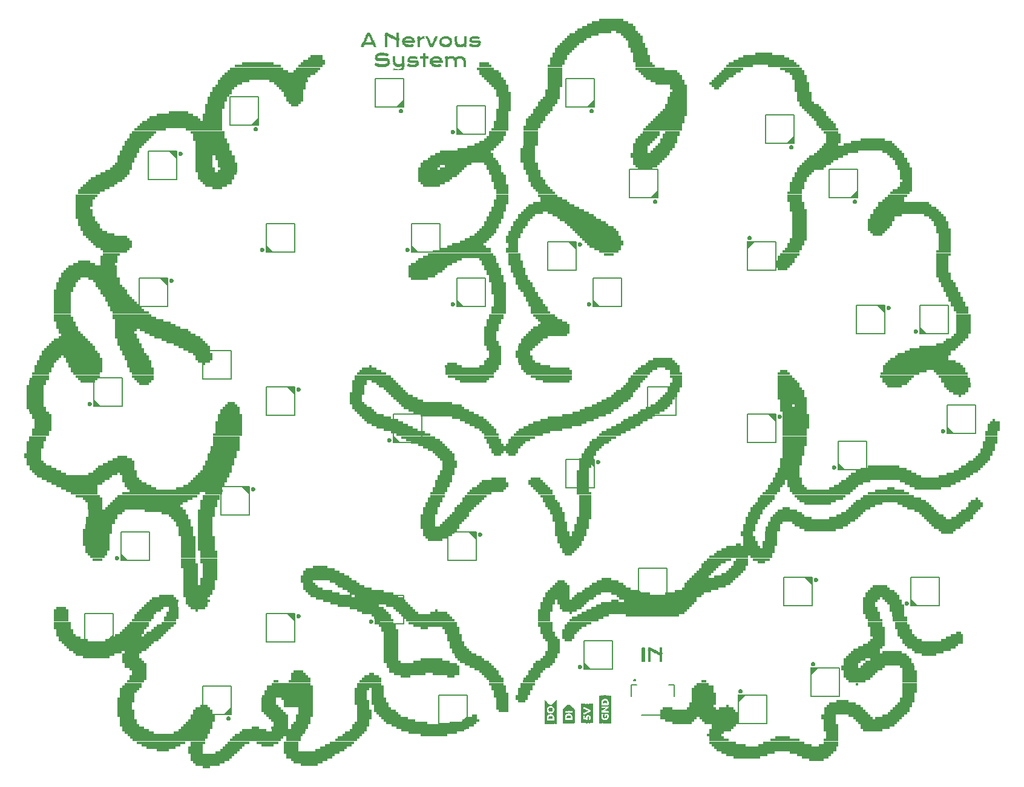
<source format=gto>
G04 EAGLE Gerber RS-274X export*
G75*
%MOMM*%
%FSLAX34Y34*%
%LPD*%
%INSilkscreen Top*%
%IPPOS*%
%AMOC8*
5,1,8,0,0,1.08239X$1,22.5*%
G01*
%ADD10C,0.203200*%
%ADD11C,0.304800*%
%ADD12R,0.350000X0.070000*%
%ADD13R,0.490000X0.070000*%
%ADD14R,0.560000X0.070000*%
%ADD15R,0.420000X0.070000*%
%ADD16R,0.560000X0.080000*%
%ADD17R,0.700000X0.080000*%
%ADD18R,0.420000X0.080000*%
%ADD19R,0.630000X0.070000*%
%ADD20R,0.840000X0.070000*%
%ADD21R,0.700000X0.060000*%
%ADD22R,0.980000X0.060000*%
%ADD23R,0.420000X0.060000*%
%ADD24R,0.770000X0.080000*%
%ADD25R,1.120000X0.080000*%
%ADD26R,1.190000X0.070000*%
%ADD27R,0.700000X0.070000*%
%ADD28R,0.280000X0.070000*%
%ADD29R,0.770000X0.070000*%
%ADD30R,0.840000X0.060000*%
%ADD31R,1.050000X0.060000*%
%ADD32R,0.350000X0.060000*%
%ADD33R,1.120000X0.060000*%
%ADD34R,1.260000X0.080000*%
%ADD35R,0.980000X0.080000*%
%ADD36R,0.350000X0.080000*%
%ADD37R,1.330000X0.080000*%
%ADD38R,1.120000X0.070000*%
%ADD39R,1.400000X0.070000*%
%ADD40R,1.050000X0.070000*%
%ADD41R,1.330000X0.070000*%
%ADD42R,0.980000X0.070000*%
%ADD43R,1.540000X0.070000*%
%ADD44R,0.070000X0.070000*%
%ADD45R,1.750000X0.070000*%
%ADD46R,0.490000X0.080000*%
%ADD47R,1.820000X0.080000*%
%ADD48R,1.470000X0.080000*%
%ADD49R,1.820000X0.070000*%
%ADD50R,1.470000X0.070000*%
%ADD51R,1.680000X0.070000*%
%ADD52R,1.890000X0.070000*%
%ADD53R,0.210000X0.070000*%
%ADD54R,1.960000X0.070000*%
%ADD55R,0.490000X0.060000*%
%ADD56R,1.400000X0.060000*%
%ADD57R,0.630000X0.060000*%
%ADD58R,1.470000X0.060000*%
%ADD59R,1.540000X0.060000*%
%ADD60R,1.260000X0.070000*%
%ADD61R,0.770000X0.060000*%
%ADD62R,0.140000X0.070000*%
%ADD63R,1.680000X0.080000*%
%ADD64R,1.820000X0.060000*%
%ADD65R,0.630000X0.080000*%
%ADD66R,1.190000X0.060000*%
%ADD67R,1.330000X0.060000*%
%ADD68R,2.730000X0.070000*%
%ADD69R,2.800000X0.070000*%
%ADD70R,2.100000X0.070000*%
%ADD71R,2.030000X0.060000*%
%ADD72R,1.610000X0.060000*%
%ADD73R,0.560000X0.060000*%
%ADD74R,0.910000X0.060000*%
%ADD75R,0.040000X2.680000*%
%ADD76R,0.040000X1.320000*%
%ADD77R,0.040000X0.720000*%
%ADD78R,0.040000X0.560000*%
%ADD79R,0.040000X0.520000*%
%ADD80R,0.040000X0.160000*%
%ADD81R,0.040000X0.640000*%
%ADD82R,0.040000X0.480000*%
%ADD83R,0.040000X0.120000*%
%ADD84R,0.040000X0.440000*%
%ADD85R,0.040000X0.400000*%
%ADD86R,0.040000X0.200000*%
%ADD87R,0.040000X0.360000*%
%ADD88R,0.040000X0.320000*%
%ADD89R,0.040000X0.240000*%
%ADD90R,0.040000X0.600000*%
%ADD91R,0.040000X0.080000*%
%ADD92R,0.040000X0.680000*%
%ADD93R,0.040000X0.840000*%
%ADD94R,0.040000X0.880000*%
%ADD95R,0.040000X0.280000*%
%ADD96R,0.040000X0.760000*%
%ADD97R,0.040000X0.800000*%
%ADD98R,0.040000X3.880000*%
%ADD99R,0.040000X2.800000*%
%ADD100R,0.040000X0.040000*%
%ADD101R,0.040000X1.920000*%
%ADD102R,0.040000X1.960000*%
%ADD103R,0.040000X2.040000*%
%ADD104R,0.040000X2.080000*%
%ADD105R,0.040000X2.120000*%
%ADD106R,0.040000X2.160000*%
%ADD107R,0.040000X2.200000*%
%ADD108R,0.040000X2.240000*%
%ADD109R,0.040000X3.320000*%
%ADD110R,0.040000X3.280000*%
%ADD111R,0.040000X3.240000*%
%ADD112R,0.040000X3.200000*%
%ADD113R,0.040000X3.160000*%
%ADD114R,0.040000X3.120000*%
%ADD115R,0.040000X3.080000*%
%ADD116R,0.040000X1.880000*%
%ADD117R,0.040000X1.000000*%
%ADD118R,3.420000X0.340000*%
%ADD119R,5.130000X0.340000*%
%ADD120R,6.500000X0.340000*%
%ADD121R,7.530000X0.340000*%
%ADD122R,8.210000X0.350000*%
%ADD123R,3.080000X0.340000*%
%ADD124R,4.110000X0.340000*%
%ADD125R,2.730000X0.340000*%
%ADD126R,2.390000X0.340000*%
%ADD127R,3.070000X0.350000*%
%ADD128R,2.050000X0.350000*%
%ADD129R,2.740000X0.340000*%
%ADD130R,2.400000X0.340000*%
%ADD131R,2.390000X0.350000*%
%ADD132R,2.400000X0.350000*%
%ADD133R,2.050000X0.340000*%
%ADD134R,1.710000X0.340000*%
%ADD135R,5.810000X0.340000*%
%ADD136R,2.060000X0.340000*%
%ADD137R,7.190000X0.340000*%
%ADD138R,8.550000X0.340000*%
%ADD139R,4.440000X0.350000*%
%ADD140R,3.420000X0.350000*%
%ADD141R,1.360000X0.350000*%
%ADD142R,9.570000X0.350000*%
%ADD143R,3.430000X0.340000*%
%ADD144R,3.770000X0.340000*%
%ADD145R,4.440000X0.340000*%
%ADD146R,7.520000X0.340000*%
%ADD147R,4.100000X0.340000*%
%ADD148R,5.470000X0.340000*%
%ADD149R,12.660000X0.340000*%
%ADD150R,3.070000X0.340000*%
%ADD151R,12.320000X0.350000*%
%ADD152R,2.730000X0.350000*%
%ADD153R,2.060000X0.350000*%
%ADD154R,5.480000X0.350000*%
%ADD155R,12.310000X0.340000*%
%ADD156R,4.790000X0.340000*%
%ADD157R,4.450000X0.340000*%
%ADD158R,1.370000X0.340000*%
%ADD159R,3.080000X0.350000*%
%ADD160R,3.760000X0.350000*%
%ADD161R,1.710000X0.350000*%
%ADD162R,0.690000X0.350000*%
%ADD163R,2.740000X0.350000*%
%ADD164R,1.020000X0.340000*%
%ADD165R,6.840000X0.340000*%
%ADD166R,11.290000X0.340000*%
%ADD167R,11.630000X0.350000*%
%ADD168R,4.790000X0.350000*%
%ADD169R,11.970000X0.340000*%
%ADD170R,5.480000X0.340000*%
%ADD171R,7.180000X0.340000*%
%ADD172R,4.100000X0.350000*%
%ADD173R,10.610000X0.350000*%
%ADD174R,8.210000X0.340000*%
%ADD175R,8.890000X0.340000*%
%ADD176R,9.580000X0.350000*%
%ADD177R,4.450000X0.350000*%
%ADD178R,10.600000X0.340000*%
%ADD179R,1.720000X0.340000*%
%ADD180R,3.760000X0.340000*%
%ADD181R,6.150000X0.350000*%
%ADD182R,4.780000X0.340000*%
%ADD183R,4.110000X0.350000*%
%ADD184R,7.520000X0.350000*%
%ADD185R,8.550000X0.350000*%
%ADD186R,9.230000X0.340000*%
%ADD187R,5.820000X0.340000*%
%ADD188R,9.570000X0.340000*%
%ADD189R,5.820000X0.350000*%
%ADD190R,6.160000X0.340000*%
%ADD191R,1.360000X0.340000*%
%ADD192R,1.370000X0.350000*%
%ADD193R,5.130000X0.350000*%
%ADD194R,5.140000X0.340000*%
%ADD195R,9.240000X0.350000*%
%ADD196R,10.260000X0.340000*%
%ADD197R,6.150000X0.340000*%
%ADD198R,6.840000X0.350000*%
%ADD199R,5.470000X0.350000*%
%ADD200R,7.860000X0.340000*%
%ADD201R,7.870000X0.340000*%
%ADD202R,6.490000X0.340000*%
%ADD203R,5.810000X0.350000*%
%ADD204R,7.180000X0.350000*%
%ADD205R,6.500000X0.350000*%
%ADD206R,0.350000X0.340000*%
%ADD207R,11.630000X0.340000*%
%ADD208R,6.490000X0.350000*%
%ADD209R,0.340000X0.340000*%
%ADD210R,3.430000X0.350000*%
%ADD211R,7.530000X0.350000*%
%ADD212R,3.770000X0.350000*%
%ADD213R,1.030000X0.340000*%
%ADD214R,9.580000X0.340000*%
%ADD215R,16.760000X0.340000*%
%ADD216R,5.140000X0.350000*%
%ADD217R,13.000000X0.340000*%
%ADD218R,10.940000X0.350000*%
%ADD219R,10.950000X0.340000*%
%ADD220R,9.920000X0.340000*%
%ADD221R,10.270000X0.350000*%
%ADD222R,0.690000X0.340000*%
%ADD223R,8.200000X0.350000*%
%ADD224R,11.620000X0.350000*%
%ADD225R,1.020000X0.350000*%
%ADD226R,10.260000X0.350000*%
%ADD227R,13.340000X0.340000*%
%ADD228R,13.680000X0.340000*%
%ADD229R,14.020000X0.340000*%
%ADD230R,0.340000X0.350000*%
%ADD231R,14.370000X0.350000*%
%ADD232R,6.850000X0.340000*%
%ADD233R,6.160000X0.350000*%
%ADD234R,0.680000X0.340000*%
%ADD235R,12.990000X0.340000*%
%ADD236R,8.900000X0.340000*%
%ADD237R,9.920000X0.350000*%
%ADD238R,7.190000X0.350000*%
%ADD239R,10.940000X0.340000*%
%ADD240R,9.230000X0.350000*%
%ADD241R,17.110000X0.340000*%
%ADD242R,6.850000X0.350000*%
%ADD243R,1.030000X0.350000*%

G36*
X553465Y944577D02*
X553465Y944577D01*
X553531Y944579D01*
X553574Y944597D01*
X553621Y944605D01*
X553678Y944639D01*
X553738Y944664D01*
X553773Y944695D01*
X553814Y944720D01*
X553856Y944771D01*
X553904Y944815D01*
X553926Y944857D01*
X553955Y944894D01*
X553976Y944956D01*
X554007Y945015D01*
X554015Y945069D01*
X554027Y945106D01*
X554026Y945146D01*
X554034Y945200D01*
X554034Y955200D01*
X554018Y955288D01*
X554009Y955376D01*
X553999Y955397D01*
X553995Y955421D01*
X553949Y955498D01*
X553910Y955577D01*
X553893Y955594D01*
X553880Y955614D01*
X553811Y955670D01*
X553747Y955731D01*
X553725Y955740D01*
X553706Y955755D01*
X553622Y955784D01*
X553540Y955819D01*
X553516Y955820D01*
X553494Y955827D01*
X553405Y955825D01*
X553316Y955829D01*
X553293Y955821D01*
X553269Y955821D01*
X553187Y955787D01*
X553102Y955760D01*
X553081Y955744D01*
X553062Y955736D01*
X553024Y955702D01*
X552952Y955648D01*
X542952Y945648D01*
X542901Y945575D01*
X542845Y945506D01*
X542837Y945484D01*
X542823Y945464D01*
X542801Y945378D01*
X542773Y945294D01*
X542773Y945270D01*
X542768Y945247D01*
X542777Y945158D01*
X542779Y945069D01*
X542788Y945047D01*
X542791Y945024D01*
X542830Y944944D01*
X542864Y944862D01*
X542880Y944844D01*
X542890Y944823D01*
X542955Y944762D01*
X543015Y944696D01*
X543036Y944685D01*
X543053Y944669D01*
X543135Y944634D01*
X543215Y944593D01*
X543241Y944590D01*
X543260Y944581D01*
X543310Y944579D01*
X543400Y944566D01*
X553400Y944566D01*
X553465Y944577D01*
G37*
G36*
X820165Y944577D02*
X820165Y944577D01*
X820231Y944579D01*
X820274Y944597D01*
X820321Y944605D01*
X820378Y944639D01*
X820438Y944664D01*
X820473Y944695D01*
X820514Y944720D01*
X820556Y944771D01*
X820604Y944815D01*
X820626Y944857D01*
X820655Y944894D01*
X820676Y944956D01*
X820707Y945015D01*
X820715Y945069D01*
X820727Y945106D01*
X820726Y945146D01*
X820734Y945200D01*
X820734Y955200D01*
X820718Y955288D01*
X820709Y955376D01*
X820699Y955397D01*
X820695Y955421D01*
X820649Y955498D01*
X820610Y955577D01*
X820593Y955594D01*
X820580Y955614D01*
X820511Y955670D01*
X820447Y955731D01*
X820425Y955740D01*
X820406Y955755D01*
X820322Y955784D01*
X820240Y955819D01*
X820216Y955820D01*
X820194Y955827D01*
X820105Y955825D01*
X820016Y955829D01*
X819993Y955821D01*
X819969Y955821D01*
X819887Y955787D01*
X819802Y955760D01*
X819781Y955744D01*
X819762Y955736D01*
X819724Y955702D01*
X819652Y955648D01*
X809652Y945648D01*
X809601Y945575D01*
X809545Y945506D01*
X809537Y945484D01*
X809523Y945464D01*
X809501Y945378D01*
X809473Y945294D01*
X809473Y945270D01*
X809468Y945247D01*
X809477Y945158D01*
X809479Y945069D01*
X809488Y945047D01*
X809491Y945024D01*
X809530Y944944D01*
X809564Y944862D01*
X809580Y944844D01*
X809590Y944823D01*
X809655Y944762D01*
X809715Y944696D01*
X809736Y944685D01*
X809753Y944669D01*
X809835Y944634D01*
X809915Y944593D01*
X809941Y944590D01*
X809960Y944581D01*
X810010Y944579D01*
X810100Y944566D01*
X820100Y944566D01*
X820165Y944577D01*
G37*
G36*
X350265Y919177D02*
X350265Y919177D01*
X350331Y919179D01*
X350374Y919197D01*
X350421Y919205D01*
X350478Y919239D01*
X350538Y919264D01*
X350573Y919295D01*
X350614Y919320D01*
X350656Y919371D01*
X350704Y919415D01*
X350726Y919457D01*
X350755Y919494D01*
X350776Y919556D01*
X350807Y919615D01*
X350815Y919669D01*
X350827Y919706D01*
X350826Y919746D01*
X350834Y919800D01*
X350834Y929800D01*
X350818Y929888D01*
X350809Y929976D01*
X350799Y929997D01*
X350795Y930021D01*
X350749Y930098D01*
X350710Y930177D01*
X350693Y930194D01*
X350680Y930214D01*
X350611Y930270D01*
X350547Y930331D01*
X350525Y930340D01*
X350506Y930355D01*
X350422Y930384D01*
X350340Y930419D01*
X350316Y930420D01*
X350294Y930427D01*
X350205Y930425D01*
X350116Y930429D01*
X350093Y930421D01*
X350069Y930421D01*
X349987Y930387D01*
X349902Y930360D01*
X349881Y930344D01*
X349862Y930336D01*
X349824Y930302D01*
X349752Y930248D01*
X339752Y920248D01*
X339701Y920175D01*
X339645Y920106D01*
X339637Y920084D01*
X339623Y920064D01*
X339601Y919978D01*
X339573Y919894D01*
X339573Y919870D01*
X339568Y919847D01*
X339577Y919758D01*
X339579Y919669D01*
X339588Y919647D01*
X339591Y919624D01*
X339630Y919544D01*
X339664Y919462D01*
X339680Y919444D01*
X339690Y919423D01*
X339755Y919362D01*
X339815Y919296D01*
X339836Y919285D01*
X339853Y919269D01*
X339935Y919234D01*
X340015Y919193D01*
X340041Y919190D01*
X340060Y919181D01*
X340110Y919179D01*
X340200Y919166D01*
X350200Y919166D01*
X350265Y919177D01*
G37*
G36*
X637788Y906482D02*
X637788Y906482D01*
X637876Y906491D01*
X637897Y906501D01*
X637921Y906505D01*
X637998Y906551D01*
X638077Y906590D01*
X638094Y906607D01*
X638114Y906620D01*
X638170Y906689D01*
X638231Y906753D01*
X638240Y906775D01*
X638255Y906794D01*
X638284Y906878D01*
X638319Y906960D01*
X638320Y906984D01*
X638327Y907006D01*
X638325Y907095D01*
X638329Y907184D01*
X638321Y907207D01*
X638321Y907231D01*
X638287Y907313D01*
X638260Y907398D01*
X638244Y907419D01*
X638236Y907438D01*
X638202Y907476D01*
X638148Y907548D01*
X628148Y917548D01*
X628075Y917599D01*
X628006Y917655D01*
X627984Y917663D01*
X627964Y917677D01*
X627878Y917699D01*
X627794Y917727D01*
X627770Y917727D01*
X627747Y917733D01*
X627658Y917723D01*
X627569Y917721D01*
X627547Y917712D01*
X627524Y917709D01*
X627444Y917670D01*
X627362Y917636D01*
X627344Y917620D01*
X627323Y917610D01*
X627262Y917545D01*
X627196Y917485D01*
X627185Y917464D01*
X627169Y917447D01*
X627134Y917365D01*
X627093Y917285D01*
X627090Y917259D01*
X627081Y917240D01*
X627079Y917190D01*
X627066Y917100D01*
X627066Y907100D01*
X627077Y907035D01*
X627079Y906969D01*
X627097Y906926D01*
X627105Y906879D01*
X627139Y906822D01*
X627164Y906762D01*
X627195Y906727D01*
X627220Y906686D01*
X627271Y906645D01*
X627315Y906596D01*
X627357Y906574D01*
X627394Y906545D01*
X627456Y906524D01*
X627515Y906493D01*
X627569Y906485D01*
X627606Y906473D01*
X627646Y906474D01*
X627700Y906466D01*
X637700Y906466D01*
X637788Y906482D01*
G37*
G36*
X1099565Y893777D02*
X1099565Y893777D01*
X1099631Y893779D01*
X1099674Y893797D01*
X1099721Y893805D01*
X1099778Y893839D01*
X1099838Y893864D01*
X1099873Y893895D01*
X1099914Y893920D01*
X1099956Y893971D01*
X1100004Y894015D01*
X1100026Y894057D01*
X1100055Y894094D01*
X1100076Y894156D01*
X1100107Y894215D01*
X1100115Y894269D01*
X1100127Y894306D01*
X1100126Y894346D01*
X1100134Y894400D01*
X1100134Y904400D01*
X1100118Y904488D01*
X1100109Y904576D01*
X1100099Y904597D01*
X1100095Y904621D01*
X1100049Y904698D01*
X1100010Y904777D01*
X1099993Y904794D01*
X1099980Y904814D01*
X1099911Y904870D01*
X1099847Y904931D01*
X1099825Y904940D01*
X1099806Y904955D01*
X1099722Y904984D01*
X1099640Y905019D01*
X1099616Y905020D01*
X1099594Y905027D01*
X1099505Y905025D01*
X1099416Y905029D01*
X1099393Y905021D01*
X1099369Y905021D01*
X1099287Y904987D01*
X1099202Y904960D01*
X1099181Y904944D01*
X1099162Y904936D01*
X1099124Y904902D01*
X1099052Y904848D01*
X1089052Y894848D01*
X1089001Y894775D01*
X1088945Y894706D01*
X1088937Y894684D01*
X1088923Y894664D01*
X1088901Y894578D01*
X1088873Y894494D01*
X1088873Y894470D01*
X1088868Y894447D01*
X1088877Y894358D01*
X1088879Y894269D01*
X1088888Y894247D01*
X1088891Y894224D01*
X1088930Y894144D01*
X1088964Y894062D01*
X1088980Y894044D01*
X1088990Y894023D01*
X1089055Y893962D01*
X1089115Y893896D01*
X1089136Y893885D01*
X1089153Y893869D01*
X1089235Y893834D01*
X1089315Y893793D01*
X1089341Y893790D01*
X1089360Y893781D01*
X1089410Y893779D01*
X1089500Y893766D01*
X1099500Y893766D01*
X1099565Y893777D01*
G37*
G36*
X235942Y872977D02*
X235942Y872977D01*
X236031Y872979D01*
X236053Y872988D01*
X236076Y872991D01*
X236156Y873030D01*
X236238Y873064D01*
X236256Y873080D01*
X236277Y873090D01*
X236338Y873155D01*
X236404Y873215D01*
X236415Y873236D01*
X236431Y873253D01*
X236466Y873335D01*
X236507Y873415D01*
X236510Y873441D01*
X236519Y873460D01*
X236521Y873510D01*
X236534Y873600D01*
X236534Y883600D01*
X236523Y883665D01*
X236521Y883731D01*
X236503Y883774D01*
X236495Y883821D01*
X236461Y883878D01*
X236436Y883938D01*
X236405Y883973D01*
X236380Y884014D01*
X236329Y884056D01*
X236285Y884104D01*
X236243Y884126D01*
X236206Y884155D01*
X236144Y884176D01*
X236085Y884207D01*
X236031Y884215D01*
X235994Y884227D01*
X235954Y884226D01*
X235900Y884234D01*
X225900Y884234D01*
X225812Y884218D01*
X225724Y884209D01*
X225703Y884199D01*
X225679Y884195D01*
X225602Y884149D01*
X225523Y884110D01*
X225506Y884093D01*
X225486Y884080D01*
X225430Y884011D01*
X225369Y883947D01*
X225360Y883925D01*
X225345Y883906D01*
X225316Y883822D01*
X225281Y883740D01*
X225280Y883716D01*
X225273Y883694D01*
X225275Y883605D01*
X225271Y883516D01*
X225279Y883493D01*
X225279Y883469D01*
X225313Y883387D01*
X225340Y883302D01*
X225356Y883281D01*
X225364Y883262D01*
X225398Y883224D01*
X225452Y883152D01*
X235452Y873152D01*
X235525Y873101D01*
X235594Y873045D01*
X235616Y873037D01*
X235636Y873023D01*
X235722Y873001D01*
X235806Y872973D01*
X235830Y872973D01*
X235853Y872968D01*
X235942Y872977D01*
G37*
G36*
X1188465Y817577D02*
X1188465Y817577D01*
X1188531Y817579D01*
X1188574Y817597D01*
X1188621Y817605D01*
X1188678Y817639D01*
X1188738Y817664D01*
X1188773Y817695D01*
X1188814Y817720D01*
X1188856Y817771D01*
X1188904Y817815D01*
X1188926Y817857D01*
X1188955Y817894D01*
X1188976Y817956D01*
X1189007Y818015D01*
X1189015Y818069D01*
X1189027Y818106D01*
X1189026Y818146D01*
X1189034Y818200D01*
X1189034Y828200D01*
X1189018Y828288D01*
X1189009Y828376D01*
X1188999Y828397D01*
X1188995Y828421D01*
X1188949Y828498D01*
X1188910Y828577D01*
X1188893Y828594D01*
X1188880Y828614D01*
X1188811Y828670D01*
X1188747Y828731D01*
X1188725Y828740D01*
X1188706Y828755D01*
X1188622Y828784D01*
X1188540Y828819D01*
X1188516Y828820D01*
X1188494Y828827D01*
X1188405Y828825D01*
X1188316Y828829D01*
X1188293Y828821D01*
X1188269Y828821D01*
X1188187Y828787D01*
X1188102Y828760D01*
X1188081Y828744D01*
X1188062Y828736D01*
X1188024Y828702D01*
X1187952Y828648D01*
X1177952Y818648D01*
X1177901Y818575D01*
X1177845Y818506D01*
X1177837Y818484D01*
X1177823Y818464D01*
X1177801Y818378D01*
X1177773Y818294D01*
X1177773Y818270D01*
X1177768Y818247D01*
X1177777Y818158D01*
X1177779Y818069D01*
X1177788Y818047D01*
X1177791Y818024D01*
X1177830Y817944D01*
X1177864Y817862D01*
X1177880Y817844D01*
X1177890Y817823D01*
X1177955Y817762D01*
X1178015Y817696D01*
X1178036Y817685D01*
X1178053Y817669D01*
X1178135Y817634D01*
X1178215Y817593D01*
X1178241Y817590D01*
X1178260Y817581D01*
X1178310Y817579D01*
X1178400Y817566D01*
X1188400Y817566D01*
X1188465Y817577D01*
G37*
G36*
X909065Y817577D02*
X909065Y817577D01*
X909131Y817579D01*
X909174Y817597D01*
X909221Y817605D01*
X909278Y817639D01*
X909338Y817664D01*
X909373Y817695D01*
X909414Y817720D01*
X909456Y817771D01*
X909504Y817815D01*
X909526Y817857D01*
X909555Y817894D01*
X909576Y817956D01*
X909607Y818015D01*
X909615Y818069D01*
X909627Y818106D01*
X909626Y818146D01*
X909634Y818200D01*
X909634Y828200D01*
X909618Y828288D01*
X909609Y828376D01*
X909599Y828397D01*
X909595Y828421D01*
X909549Y828498D01*
X909510Y828577D01*
X909493Y828594D01*
X909480Y828614D01*
X909411Y828670D01*
X909347Y828731D01*
X909325Y828740D01*
X909306Y828755D01*
X909222Y828784D01*
X909140Y828819D01*
X909116Y828820D01*
X909094Y828827D01*
X909005Y828825D01*
X908916Y828829D01*
X908893Y828821D01*
X908869Y828821D01*
X908787Y828787D01*
X908702Y828760D01*
X908681Y828744D01*
X908662Y828736D01*
X908624Y828702D01*
X908552Y828648D01*
X898552Y818648D01*
X898501Y818575D01*
X898445Y818506D01*
X898437Y818484D01*
X898423Y818464D01*
X898401Y818378D01*
X898373Y818294D01*
X898373Y818270D01*
X898368Y818247D01*
X898377Y818158D01*
X898379Y818069D01*
X898388Y818047D01*
X898391Y818024D01*
X898430Y817944D01*
X898464Y817862D01*
X898480Y817844D01*
X898490Y817823D01*
X898555Y817762D01*
X898615Y817696D01*
X898636Y817685D01*
X898653Y817669D01*
X898735Y817634D01*
X898815Y817593D01*
X898841Y817590D01*
X898860Y817581D01*
X898910Y817579D01*
X899000Y817566D01*
X909000Y817566D01*
X909065Y817577D01*
G37*
G36*
X794742Y745977D02*
X794742Y745977D01*
X794831Y745979D01*
X794853Y745988D01*
X794876Y745991D01*
X794956Y746030D01*
X795038Y746064D01*
X795056Y746080D01*
X795077Y746090D01*
X795138Y746155D01*
X795204Y746215D01*
X795215Y746236D01*
X795231Y746253D01*
X795266Y746335D01*
X795307Y746415D01*
X795310Y746441D01*
X795319Y746460D01*
X795321Y746510D01*
X795334Y746600D01*
X795334Y756600D01*
X795323Y756665D01*
X795321Y756731D01*
X795303Y756774D01*
X795295Y756821D01*
X795261Y756878D01*
X795236Y756938D01*
X795205Y756973D01*
X795180Y757014D01*
X795129Y757056D01*
X795085Y757104D01*
X795043Y757126D01*
X795006Y757155D01*
X794944Y757176D01*
X794885Y757207D01*
X794831Y757215D01*
X794794Y757227D01*
X794754Y757226D01*
X794700Y757234D01*
X784700Y757234D01*
X784612Y757218D01*
X784524Y757209D01*
X784503Y757199D01*
X784479Y757195D01*
X784402Y757149D01*
X784323Y757110D01*
X784306Y757093D01*
X784286Y757080D01*
X784230Y757011D01*
X784169Y756947D01*
X784160Y756925D01*
X784145Y756906D01*
X784116Y756822D01*
X784081Y756740D01*
X784080Y756716D01*
X784073Y756694D01*
X784075Y756605D01*
X784071Y756516D01*
X784079Y756493D01*
X784079Y756469D01*
X784113Y756387D01*
X784140Y756302D01*
X784156Y756281D01*
X784164Y756262D01*
X784198Y756224D01*
X784252Y756152D01*
X794252Y746152D01*
X794325Y746101D01*
X794394Y746045D01*
X794416Y746037D01*
X794436Y746023D01*
X794522Y746001D01*
X794606Y745973D01*
X794630Y745973D01*
X794653Y745968D01*
X794742Y745977D01*
G37*
G36*
X1034207Y745979D02*
X1034207Y745979D01*
X1034231Y745979D01*
X1034313Y746013D01*
X1034398Y746040D01*
X1034419Y746056D01*
X1034438Y746064D01*
X1034476Y746098D01*
X1034548Y746152D01*
X1044548Y756152D01*
X1044599Y756225D01*
X1044655Y756294D01*
X1044663Y756316D01*
X1044677Y756336D01*
X1044699Y756422D01*
X1044727Y756506D01*
X1044727Y756530D01*
X1044733Y756553D01*
X1044723Y756642D01*
X1044721Y756731D01*
X1044712Y756753D01*
X1044709Y756776D01*
X1044670Y756856D01*
X1044636Y756938D01*
X1044620Y756956D01*
X1044610Y756977D01*
X1044545Y757038D01*
X1044485Y757104D01*
X1044464Y757115D01*
X1044447Y757131D01*
X1044365Y757166D01*
X1044285Y757207D01*
X1044259Y757210D01*
X1044240Y757219D01*
X1044190Y757221D01*
X1044100Y757234D01*
X1034100Y757234D01*
X1034035Y757223D01*
X1033969Y757221D01*
X1033926Y757203D01*
X1033879Y757195D01*
X1033822Y757161D01*
X1033762Y757136D01*
X1033727Y757105D01*
X1033686Y757080D01*
X1033645Y757029D01*
X1033596Y756985D01*
X1033574Y756943D01*
X1033545Y756906D01*
X1033524Y756844D01*
X1033493Y756785D01*
X1033485Y756731D01*
X1033473Y756694D01*
X1033474Y756654D01*
X1033466Y756600D01*
X1033466Y746600D01*
X1033482Y746512D01*
X1033491Y746424D01*
X1033501Y746403D01*
X1033505Y746379D01*
X1033551Y746302D01*
X1033590Y746223D01*
X1033607Y746206D01*
X1033620Y746186D01*
X1033689Y746130D01*
X1033753Y746069D01*
X1033775Y746060D01*
X1033794Y746045D01*
X1033878Y746016D01*
X1033960Y745981D01*
X1033984Y745980D01*
X1034006Y745973D01*
X1034095Y745975D01*
X1034184Y745971D01*
X1034207Y745979D01*
G37*
G36*
X574288Y741382D02*
X574288Y741382D01*
X574376Y741391D01*
X574397Y741401D01*
X574421Y741405D01*
X574498Y741451D01*
X574577Y741490D01*
X574594Y741507D01*
X574614Y741520D01*
X574670Y741589D01*
X574731Y741653D01*
X574740Y741675D01*
X574755Y741694D01*
X574784Y741778D01*
X574819Y741860D01*
X574820Y741884D01*
X574827Y741906D01*
X574825Y741995D01*
X574829Y742084D01*
X574821Y742107D01*
X574821Y742131D01*
X574787Y742213D01*
X574760Y742298D01*
X574744Y742319D01*
X574736Y742338D01*
X574702Y742376D01*
X574648Y742448D01*
X564648Y752448D01*
X564575Y752499D01*
X564506Y752555D01*
X564484Y752563D01*
X564464Y752577D01*
X564378Y752599D01*
X564294Y752627D01*
X564270Y752627D01*
X564247Y752633D01*
X564158Y752623D01*
X564069Y752621D01*
X564047Y752612D01*
X564024Y752609D01*
X563944Y752570D01*
X563862Y752536D01*
X563844Y752520D01*
X563823Y752510D01*
X563762Y752445D01*
X563696Y752385D01*
X563685Y752364D01*
X563669Y752347D01*
X563634Y752265D01*
X563593Y752185D01*
X563590Y752159D01*
X563581Y752140D01*
X563579Y752090D01*
X563566Y752000D01*
X563566Y742000D01*
X563577Y741935D01*
X563579Y741869D01*
X563597Y741826D01*
X563605Y741779D01*
X563639Y741722D01*
X563664Y741662D01*
X563695Y741627D01*
X563720Y741586D01*
X563771Y741545D01*
X563815Y741496D01*
X563857Y741474D01*
X563894Y741445D01*
X563956Y741424D01*
X564015Y741393D01*
X564069Y741385D01*
X564106Y741373D01*
X564146Y741374D01*
X564200Y741366D01*
X574200Y741366D01*
X574288Y741382D01*
G37*
G36*
X371088Y741382D02*
X371088Y741382D01*
X371176Y741391D01*
X371197Y741401D01*
X371221Y741405D01*
X371298Y741451D01*
X371377Y741490D01*
X371394Y741507D01*
X371414Y741520D01*
X371470Y741589D01*
X371531Y741653D01*
X371540Y741675D01*
X371555Y741694D01*
X371584Y741778D01*
X371619Y741860D01*
X371620Y741884D01*
X371627Y741906D01*
X371625Y741995D01*
X371629Y742084D01*
X371621Y742107D01*
X371621Y742131D01*
X371587Y742213D01*
X371560Y742298D01*
X371544Y742319D01*
X371536Y742338D01*
X371502Y742376D01*
X371448Y742448D01*
X361448Y752448D01*
X361375Y752499D01*
X361306Y752555D01*
X361284Y752563D01*
X361264Y752577D01*
X361178Y752599D01*
X361094Y752627D01*
X361070Y752627D01*
X361047Y752633D01*
X360958Y752623D01*
X360869Y752621D01*
X360847Y752612D01*
X360824Y752609D01*
X360744Y752570D01*
X360662Y752536D01*
X360644Y752520D01*
X360623Y752510D01*
X360562Y752445D01*
X360496Y752385D01*
X360485Y752364D01*
X360469Y752347D01*
X360434Y752265D01*
X360393Y752185D01*
X360390Y752159D01*
X360381Y752140D01*
X360379Y752090D01*
X360366Y752000D01*
X360366Y742000D01*
X360377Y741935D01*
X360379Y741869D01*
X360397Y741826D01*
X360405Y741779D01*
X360439Y741722D01*
X360464Y741662D01*
X360495Y741627D01*
X360520Y741586D01*
X360571Y741545D01*
X360615Y741496D01*
X360657Y741474D01*
X360694Y741445D01*
X360756Y741424D01*
X360815Y741393D01*
X360869Y741385D01*
X360906Y741373D01*
X360946Y741374D01*
X361000Y741366D01*
X371000Y741366D01*
X371088Y741382D01*
G37*
G36*
X223242Y695177D02*
X223242Y695177D01*
X223331Y695179D01*
X223353Y695188D01*
X223376Y695191D01*
X223456Y695230D01*
X223538Y695264D01*
X223556Y695280D01*
X223577Y695290D01*
X223638Y695355D01*
X223704Y695415D01*
X223715Y695436D01*
X223731Y695453D01*
X223766Y695535D01*
X223807Y695615D01*
X223810Y695641D01*
X223819Y695660D01*
X223821Y695710D01*
X223834Y695800D01*
X223834Y705800D01*
X223823Y705865D01*
X223821Y705931D01*
X223803Y705974D01*
X223795Y706021D01*
X223761Y706078D01*
X223736Y706138D01*
X223705Y706173D01*
X223680Y706214D01*
X223629Y706256D01*
X223585Y706304D01*
X223543Y706326D01*
X223506Y706355D01*
X223444Y706376D01*
X223385Y706407D01*
X223331Y706415D01*
X223294Y706427D01*
X223254Y706426D01*
X223200Y706434D01*
X213200Y706434D01*
X213112Y706418D01*
X213024Y706409D01*
X213003Y706399D01*
X212979Y706395D01*
X212902Y706349D01*
X212823Y706310D01*
X212806Y706293D01*
X212786Y706280D01*
X212730Y706211D01*
X212669Y706147D01*
X212660Y706125D01*
X212645Y706106D01*
X212616Y706022D01*
X212581Y705940D01*
X212580Y705916D01*
X212573Y705894D01*
X212575Y705805D01*
X212571Y705716D01*
X212579Y705693D01*
X212579Y705669D01*
X212613Y705587D01*
X212640Y705502D01*
X212656Y705481D01*
X212664Y705462D01*
X212698Y705424D01*
X212752Y705352D01*
X222752Y695352D01*
X222825Y695301D01*
X222894Y695245D01*
X222916Y695237D01*
X222936Y695223D01*
X223022Y695201D01*
X223106Y695173D01*
X223130Y695173D01*
X223153Y695168D01*
X223242Y695177D01*
G37*
G36*
X637788Y665182D02*
X637788Y665182D01*
X637876Y665191D01*
X637897Y665201D01*
X637921Y665205D01*
X637998Y665251D01*
X638077Y665290D01*
X638094Y665307D01*
X638114Y665320D01*
X638170Y665389D01*
X638231Y665453D01*
X638240Y665475D01*
X638255Y665494D01*
X638284Y665578D01*
X638319Y665660D01*
X638320Y665684D01*
X638327Y665706D01*
X638325Y665795D01*
X638329Y665884D01*
X638321Y665907D01*
X638321Y665931D01*
X638287Y666013D01*
X638260Y666098D01*
X638244Y666119D01*
X638236Y666138D01*
X638202Y666176D01*
X638148Y666248D01*
X628148Y676248D01*
X628075Y676299D01*
X628006Y676355D01*
X627984Y676363D01*
X627964Y676377D01*
X627878Y676399D01*
X627794Y676427D01*
X627770Y676427D01*
X627747Y676433D01*
X627658Y676423D01*
X627569Y676421D01*
X627547Y676412D01*
X627524Y676409D01*
X627444Y676370D01*
X627362Y676336D01*
X627344Y676320D01*
X627323Y676310D01*
X627262Y676245D01*
X627196Y676185D01*
X627185Y676164D01*
X627169Y676147D01*
X627134Y676065D01*
X627093Y675985D01*
X627090Y675959D01*
X627081Y675940D01*
X627079Y675890D01*
X627066Y675800D01*
X627066Y665800D01*
X627077Y665735D01*
X627079Y665669D01*
X627097Y665626D01*
X627105Y665579D01*
X627139Y665522D01*
X627164Y665462D01*
X627195Y665427D01*
X627220Y665386D01*
X627271Y665345D01*
X627315Y665296D01*
X627357Y665274D01*
X627394Y665245D01*
X627456Y665224D01*
X627515Y665193D01*
X627569Y665185D01*
X627606Y665173D01*
X627646Y665174D01*
X627700Y665166D01*
X637700Y665166D01*
X637788Y665182D01*
G37*
G36*
X828288Y665182D02*
X828288Y665182D01*
X828376Y665191D01*
X828397Y665201D01*
X828421Y665205D01*
X828498Y665251D01*
X828577Y665290D01*
X828594Y665307D01*
X828614Y665320D01*
X828670Y665389D01*
X828731Y665453D01*
X828740Y665475D01*
X828755Y665494D01*
X828784Y665578D01*
X828819Y665660D01*
X828820Y665684D01*
X828827Y665706D01*
X828825Y665795D01*
X828829Y665884D01*
X828821Y665907D01*
X828821Y665931D01*
X828787Y666013D01*
X828760Y666098D01*
X828744Y666119D01*
X828736Y666138D01*
X828702Y666176D01*
X828648Y666248D01*
X818648Y676248D01*
X818575Y676299D01*
X818506Y676355D01*
X818484Y676363D01*
X818464Y676377D01*
X818378Y676399D01*
X818294Y676427D01*
X818270Y676427D01*
X818247Y676433D01*
X818158Y676423D01*
X818069Y676421D01*
X818047Y676412D01*
X818024Y676409D01*
X817944Y676370D01*
X817862Y676336D01*
X817844Y676320D01*
X817823Y676310D01*
X817762Y676245D01*
X817696Y676185D01*
X817685Y676164D01*
X817669Y676147D01*
X817634Y676065D01*
X817593Y675985D01*
X817590Y675959D01*
X817581Y675940D01*
X817579Y675890D01*
X817566Y675800D01*
X817566Y665800D01*
X817577Y665735D01*
X817579Y665669D01*
X817597Y665626D01*
X817605Y665579D01*
X817639Y665522D01*
X817664Y665462D01*
X817695Y665427D01*
X817720Y665386D01*
X817771Y665345D01*
X817815Y665296D01*
X817857Y665274D01*
X817894Y665245D01*
X817956Y665224D01*
X818015Y665193D01*
X818069Y665185D01*
X818106Y665173D01*
X818146Y665174D01*
X818200Y665166D01*
X828200Y665166D01*
X828288Y665182D01*
G37*
G36*
X1226542Y657077D02*
X1226542Y657077D01*
X1226631Y657079D01*
X1226653Y657088D01*
X1226676Y657091D01*
X1226756Y657130D01*
X1226838Y657164D01*
X1226856Y657180D01*
X1226877Y657190D01*
X1226938Y657255D01*
X1227004Y657315D01*
X1227015Y657336D01*
X1227031Y657353D01*
X1227066Y657435D01*
X1227107Y657515D01*
X1227110Y657541D01*
X1227119Y657560D01*
X1227121Y657610D01*
X1227134Y657700D01*
X1227134Y667700D01*
X1227123Y667765D01*
X1227121Y667831D01*
X1227103Y667874D01*
X1227095Y667921D01*
X1227061Y667978D01*
X1227036Y668038D01*
X1227005Y668073D01*
X1226980Y668114D01*
X1226929Y668156D01*
X1226885Y668204D01*
X1226843Y668226D01*
X1226806Y668255D01*
X1226744Y668276D01*
X1226685Y668307D01*
X1226631Y668315D01*
X1226594Y668327D01*
X1226554Y668326D01*
X1226500Y668334D01*
X1216500Y668334D01*
X1216412Y668318D01*
X1216324Y668309D01*
X1216303Y668299D01*
X1216279Y668295D01*
X1216202Y668249D01*
X1216123Y668210D01*
X1216106Y668193D01*
X1216086Y668180D01*
X1216030Y668111D01*
X1215969Y668047D01*
X1215960Y668025D01*
X1215945Y668006D01*
X1215916Y667922D01*
X1215881Y667840D01*
X1215880Y667816D01*
X1215873Y667794D01*
X1215875Y667705D01*
X1215871Y667616D01*
X1215879Y667593D01*
X1215879Y667569D01*
X1215913Y667487D01*
X1215940Y667402D01*
X1215956Y667381D01*
X1215964Y667362D01*
X1215998Y667324D01*
X1216052Y667252D01*
X1226052Y657252D01*
X1226125Y657201D01*
X1226194Y657145D01*
X1226216Y657137D01*
X1226236Y657123D01*
X1226322Y657101D01*
X1226406Y657073D01*
X1226430Y657073D01*
X1226453Y657068D01*
X1226542Y657077D01*
G37*
G36*
X1285488Y627082D02*
X1285488Y627082D01*
X1285576Y627091D01*
X1285597Y627101D01*
X1285621Y627105D01*
X1285698Y627151D01*
X1285777Y627190D01*
X1285794Y627207D01*
X1285814Y627220D01*
X1285870Y627289D01*
X1285931Y627353D01*
X1285940Y627375D01*
X1285955Y627394D01*
X1285984Y627478D01*
X1286019Y627560D01*
X1286020Y627584D01*
X1286027Y627606D01*
X1286025Y627695D01*
X1286029Y627784D01*
X1286021Y627807D01*
X1286021Y627831D01*
X1285987Y627913D01*
X1285960Y627998D01*
X1285944Y628019D01*
X1285936Y628038D01*
X1285902Y628076D01*
X1285848Y628148D01*
X1275848Y638148D01*
X1275775Y638199D01*
X1275706Y638255D01*
X1275684Y638263D01*
X1275664Y638277D01*
X1275578Y638299D01*
X1275494Y638327D01*
X1275470Y638327D01*
X1275447Y638333D01*
X1275358Y638323D01*
X1275269Y638321D01*
X1275247Y638312D01*
X1275224Y638309D01*
X1275144Y638270D01*
X1275062Y638236D01*
X1275044Y638220D01*
X1275023Y638210D01*
X1274962Y638145D01*
X1274896Y638085D01*
X1274885Y638064D01*
X1274869Y638047D01*
X1274834Y637965D01*
X1274793Y637885D01*
X1274790Y637859D01*
X1274781Y637840D01*
X1274779Y637790D01*
X1274766Y637700D01*
X1274766Y627700D01*
X1274777Y627635D01*
X1274779Y627569D01*
X1274797Y627526D01*
X1274805Y627479D01*
X1274839Y627422D01*
X1274864Y627362D01*
X1274895Y627327D01*
X1274920Y627286D01*
X1274971Y627245D01*
X1275015Y627196D01*
X1275057Y627174D01*
X1275094Y627145D01*
X1275156Y627124D01*
X1275215Y627093D01*
X1275269Y627085D01*
X1275306Y627073D01*
X1275346Y627074D01*
X1275400Y627066D01*
X1285400Y627066D01*
X1285488Y627082D01*
G37*
G36*
X272207Y593579D02*
X272207Y593579D01*
X272231Y593579D01*
X272313Y593613D01*
X272398Y593640D01*
X272419Y593656D01*
X272438Y593664D01*
X272476Y593698D01*
X272548Y593752D01*
X282548Y603752D01*
X282599Y603825D01*
X282655Y603894D01*
X282663Y603916D01*
X282677Y603936D01*
X282699Y604022D01*
X282727Y604106D01*
X282727Y604130D01*
X282733Y604153D01*
X282723Y604242D01*
X282721Y604331D01*
X282712Y604353D01*
X282709Y604376D01*
X282670Y604456D01*
X282636Y604538D01*
X282620Y604556D01*
X282610Y604577D01*
X282545Y604638D01*
X282485Y604704D01*
X282464Y604715D01*
X282447Y604731D01*
X282365Y604766D01*
X282285Y604807D01*
X282259Y604810D01*
X282240Y604819D01*
X282190Y604821D01*
X282100Y604834D01*
X272100Y604834D01*
X272035Y604823D01*
X271969Y604821D01*
X271926Y604803D01*
X271879Y604795D01*
X271822Y604761D01*
X271762Y604736D01*
X271727Y604705D01*
X271686Y604680D01*
X271645Y604629D01*
X271596Y604585D01*
X271574Y604543D01*
X271545Y604506D01*
X271524Y604444D01*
X271493Y604385D01*
X271485Y604331D01*
X271473Y604294D01*
X271474Y604254D01*
X271466Y604200D01*
X271466Y594200D01*
X271482Y594112D01*
X271491Y594024D01*
X271501Y594003D01*
X271505Y593979D01*
X271551Y593902D01*
X271590Y593823D01*
X271607Y593806D01*
X271620Y593786D01*
X271689Y593730D01*
X271753Y593669D01*
X271775Y593660D01*
X271794Y593645D01*
X271878Y593616D01*
X271960Y593581D01*
X271984Y593580D01*
X272006Y593573D01*
X272095Y593575D01*
X272184Y593571D01*
X272207Y593579D01*
G37*
G36*
X401042Y542777D02*
X401042Y542777D01*
X401131Y542779D01*
X401153Y542788D01*
X401176Y542791D01*
X401256Y542830D01*
X401338Y542864D01*
X401356Y542880D01*
X401377Y542890D01*
X401438Y542955D01*
X401504Y543015D01*
X401515Y543036D01*
X401531Y543053D01*
X401566Y543135D01*
X401607Y543215D01*
X401610Y543241D01*
X401619Y543260D01*
X401621Y543310D01*
X401634Y543400D01*
X401634Y553400D01*
X401623Y553465D01*
X401621Y553531D01*
X401603Y553574D01*
X401595Y553621D01*
X401561Y553678D01*
X401536Y553738D01*
X401505Y553773D01*
X401480Y553814D01*
X401429Y553856D01*
X401385Y553904D01*
X401343Y553926D01*
X401306Y553955D01*
X401244Y553976D01*
X401185Y554007D01*
X401131Y554015D01*
X401094Y554027D01*
X401054Y554026D01*
X401000Y554034D01*
X391000Y554034D01*
X390912Y554018D01*
X390824Y554009D01*
X390803Y553999D01*
X390779Y553995D01*
X390702Y553949D01*
X390623Y553910D01*
X390606Y553893D01*
X390586Y553880D01*
X390530Y553811D01*
X390469Y553747D01*
X390460Y553725D01*
X390445Y553706D01*
X390416Y553622D01*
X390381Y553540D01*
X390380Y553516D01*
X390373Y553494D01*
X390375Y553405D01*
X390371Y553316D01*
X390379Y553293D01*
X390379Y553269D01*
X390413Y553187D01*
X390440Y553102D01*
X390456Y553081D01*
X390464Y553062D01*
X390498Y553024D01*
X390552Y552952D01*
X400552Y542952D01*
X400625Y542901D01*
X400694Y542845D01*
X400716Y542837D01*
X400736Y542823D01*
X400822Y542801D01*
X400906Y542773D01*
X400930Y542773D01*
X400953Y542768D01*
X401042Y542777D01*
G37*
G36*
X129788Y525482D02*
X129788Y525482D01*
X129876Y525491D01*
X129897Y525501D01*
X129921Y525505D01*
X129998Y525551D01*
X130077Y525590D01*
X130094Y525607D01*
X130114Y525620D01*
X130170Y525689D01*
X130231Y525753D01*
X130240Y525775D01*
X130255Y525794D01*
X130284Y525878D01*
X130319Y525960D01*
X130320Y525984D01*
X130327Y526006D01*
X130325Y526095D01*
X130329Y526184D01*
X130321Y526207D01*
X130321Y526231D01*
X130287Y526313D01*
X130260Y526398D01*
X130244Y526419D01*
X130236Y526438D01*
X130202Y526476D01*
X130148Y526548D01*
X120148Y536548D01*
X120075Y536599D01*
X120006Y536655D01*
X119984Y536663D01*
X119964Y536677D01*
X119878Y536699D01*
X119794Y536727D01*
X119770Y536727D01*
X119747Y536733D01*
X119658Y536723D01*
X119569Y536721D01*
X119547Y536712D01*
X119524Y536709D01*
X119444Y536670D01*
X119362Y536636D01*
X119344Y536620D01*
X119323Y536610D01*
X119262Y536545D01*
X119196Y536485D01*
X119185Y536464D01*
X119169Y536447D01*
X119134Y536365D01*
X119093Y536285D01*
X119090Y536259D01*
X119081Y536240D01*
X119079Y536190D01*
X119066Y536100D01*
X119066Y526100D01*
X119077Y526035D01*
X119079Y525969D01*
X119097Y525926D01*
X119105Y525879D01*
X119139Y525822D01*
X119164Y525762D01*
X119195Y525727D01*
X119220Y525686D01*
X119271Y525645D01*
X119315Y525596D01*
X119357Y525574D01*
X119394Y525545D01*
X119456Y525524D01*
X119515Y525493D01*
X119569Y525485D01*
X119606Y525473D01*
X119646Y525474D01*
X119700Y525466D01*
X129700Y525466D01*
X129788Y525482D01*
G37*
G36*
X904488Y512782D02*
X904488Y512782D01*
X904576Y512791D01*
X904597Y512801D01*
X904621Y512805D01*
X904698Y512851D01*
X904777Y512890D01*
X904794Y512907D01*
X904814Y512920D01*
X904870Y512989D01*
X904931Y513053D01*
X904940Y513075D01*
X904955Y513094D01*
X904984Y513178D01*
X905019Y513260D01*
X905020Y513284D01*
X905027Y513306D01*
X905025Y513395D01*
X905029Y513484D01*
X905021Y513507D01*
X905021Y513531D01*
X904987Y513613D01*
X904960Y513698D01*
X904944Y513719D01*
X904936Y513738D01*
X904902Y513776D01*
X904848Y513848D01*
X894848Y523848D01*
X894775Y523899D01*
X894706Y523955D01*
X894684Y523963D01*
X894664Y523977D01*
X894578Y523999D01*
X894494Y524027D01*
X894470Y524027D01*
X894447Y524033D01*
X894358Y524023D01*
X894269Y524021D01*
X894247Y524012D01*
X894224Y524009D01*
X894144Y523970D01*
X894062Y523936D01*
X894044Y523920D01*
X894023Y523910D01*
X893962Y523845D01*
X893896Y523785D01*
X893885Y523764D01*
X893869Y523747D01*
X893834Y523665D01*
X893793Y523585D01*
X893790Y523559D01*
X893781Y523540D01*
X893779Y523490D01*
X893766Y523400D01*
X893766Y513400D01*
X893777Y513335D01*
X893779Y513269D01*
X893797Y513226D01*
X893805Y513179D01*
X893839Y513122D01*
X893864Y513062D01*
X893895Y513027D01*
X893920Y512986D01*
X893971Y512945D01*
X894015Y512896D01*
X894057Y512874D01*
X894094Y512845D01*
X894156Y512824D01*
X894215Y512793D01*
X894269Y512785D01*
X894306Y512773D01*
X894346Y512774D01*
X894400Y512766D01*
X904400Y512766D01*
X904488Y512782D01*
G37*
G36*
X1074142Y504677D02*
X1074142Y504677D01*
X1074231Y504679D01*
X1074253Y504688D01*
X1074276Y504691D01*
X1074356Y504730D01*
X1074438Y504764D01*
X1074456Y504780D01*
X1074477Y504790D01*
X1074538Y504855D01*
X1074604Y504915D01*
X1074615Y504936D01*
X1074631Y504953D01*
X1074666Y505035D01*
X1074707Y505115D01*
X1074710Y505141D01*
X1074719Y505160D01*
X1074721Y505210D01*
X1074734Y505300D01*
X1074734Y515300D01*
X1074723Y515365D01*
X1074721Y515431D01*
X1074703Y515474D01*
X1074695Y515521D01*
X1074661Y515578D01*
X1074636Y515638D01*
X1074605Y515673D01*
X1074580Y515714D01*
X1074529Y515756D01*
X1074485Y515804D01*
X1074443Y515826D01*
X1074406Y515855D01*
X1074344Y515876D01*
X1074285Y515907D01*
X1074231Y515915D01*
X1074194Y515927D01*
X1074154Y515926D01*
X1074100Y515934D01*
X1064100Y515934D01*
X1064012Y515918D01*
X1063924Y515909D01*
X1063903Y515899D01*
X1063879Y515895D01*
X1063802Y515849D01*
X1063723Y515810D01*
X1063706Y515793D01*
X1063686Y515780D01*
X1063630Y515711D01*
X1063569Y515647D01*
X1063560Y515625D01*
X1063545Y515606D01*
X1063516Y515522D01*
X1063481Y515440D01*
X1063480Y515416D01*
X1063473Y515394D01*
X1063475Y515305D01*
X1063471Y515216D01*
X1063479Y515193D01*
X1063479Y515169D01*
X1063513Y515087D01*
X1063540Y515002D01*
X1063556Y514981D01*
X1063564Y514962D01*
X1063598Y514924D01*
X1063652Y514852D01*
X1073652Y504852D01*
X1073725Y504801D01*
X1073794Y504745D01*
X1073816Y504737D01*
X1073836Y504723D01*
X1073922Y504701D01*
X1074006Y504673D01*
X1074030Y504673D01*
X1074053Y504668D01*
X1074142Y504677D01*
G37*
G36*
X1323588Y487382D02*
X1323588Y487382D01*
X1323676Y487391D01*
X1323697Y487401D01*
X1323721Y487405D01*
X1323798Y487451D01*
X1323877Y487490D01*
X1323894Y487507D01*
X1323914Y487520D01*
X1323970Y487589D01*
X1324031Y487653D01*
X1324040Y487675D01*
X1324055Y487694D01*
X1324084Y487778D01*
X1324119Y487860D01*
X1324120Y487884D01*
X1324127Y487906D01*
X1324125Y487995D01*
X1324129Y488084D01*
X1324121Y488107D01*
X1324121Y488131D01*
X1324087Y488213D01*
X1324060Y488298D01*
X1324044Y488319D01*
X1324036Y488338D01*
X1324002Y488376D01*
X1323948Y488448D01*
X1313948Y498448D01*
X1313875Y498499D01*
X1313806Y498555D01*
X1313784Y498563D01*
X1313764Y498577D01*
X1313678Y498599D01*
X1313594Y498627D01*
X1313570Y498627D01*
X1313547Y498633D01*
X1313458Y498623D01*
X1313369Y498621D01*
X1313347Y498612D01*
X1313324Y498609D01*
X1313244Y498570D01*
X1313162Y498536D01*
X1313144Y498520D01*
X1313123Y498510D01*
X1313062Y498445D01*
X1312996Y498385D01*
X1312985Y498364D01*
X1312969Y498347D01*
X1312934Y498265D01*
X1312893Y498185D01*
X1312890Y498159D01*
X1312881Y498140D01*
X1312879Y498090D01*
X1312866Y498000D01*
X1312866Y488000D01*
X1312877Y487935D01*
X1312879Y487869D01*
X1312897Y487826D01*
X1312905Y487779D01*
X1312939Y487722D01*
X1312964Y487662D01*
X1312995Y487627D01*
X1313020Y487586D01*
X1313071Y487545D01*
X1313115Y487496D01*
X1313157Y487474D01*
X1313194Y487445D01*
X1313256Y487424D01*
X1313315Y487393D01*
X1313369Y487385D01*
X1313406Y487373D01*
X1313446Y487374D01*
X1313500Y487366D01*
X1323500Y487366D01*
X1323588Y487382D01*
G37*
G36*
X548888Y474682D02*
X548888Y474682D01*
X548976Y474691D01*
X548997Y474701D01*
X549021Y474705D01*
X549098Y474751D01*
X549177Y474790D01*
X549194Y474807D01*
X549214Y474820D01*
X549270Y474889D01*
X549331Y474953D01*
X549340Y474975D01*
X549355Y474994D01*
X549384Y475078D01*
X549419Y475160D01*
X549420Y475184D01*
X549427Y475206D01*
X549425Y475295D01*
X549429Y475384D01*
X549421Y475407D01*
X549421Y475431D01*
X549387Y475513D01*
X549360Y475598D01*
X549344Y475619D01*
X549336Y475638D01*
X549302Y475676D01*
X549248Y475748D01*
X539248Y485748D01*
X539175Y485799D01*
X539106Y485855D01*
X539084Y485863D01*
X539064Y485877D01*
X538978Y485899D01*
X538894Y485927D01*
X538870Y485927D01*
X538847Y485933D01*
X538758Y485923D01*
X538669Y485921D01*
X538647Y485912D01*
X538624Y485909D01*
X538544Y485870D01*
X538462Y485836D01*
X538444Y485820D01*
X538423Y485810D01*
X538362Y485745D01*
X538296Y485685D01*
X538285Y485664D01*
X538269Y485647D01*
X538234Y485565D01*
X538193Y485485D01*
X538190Y485459D01*
X538181Y485440D01*
X538179Y485390D01*
X538166Y485300D01*
X538166Y475300D01*
X538177Y475235D01*
X538179Y475169D01*
X538197Y475126D01*
X538205Y475079D01*
X538239Y475022D01*
X538264Y474962D01*
X538295Y474927D01*
X538320Y474886D01*
X538371Y474845D01*
X538415Y474796D01*
X538457Y474774D01*
X538494Y474745D01*
X538556Y474724D01*
X538615Y474693D01*
X538669Y474685D01*
X538706Y474673D01*
X538746Y474674D01*
X538800Y474666D01*
X548800Y474666D01*
X548888Y474682D01*
G37*
G36*
X820142Y441177D02*
X820142Y441177D01*
X820231Y441179D01*
X820253Y441188D01*
X820276Y441191D01*
X820356Y441230D01*
X820438Y441264D01*
X820456Y441280D01*
X820477Y441290D01*
X820538Y441355D01*
X820604Y441415D01*
X820615Y441436D01*
X820631Y441453D01*
X820666Y441535D01*
X820707Y441615D01*
X820710Y441641D01*
X820719Y441660D01*
X820721Y441710D01*
X820734Y441800D01*
X820734Y451800D01*
X820723Y451865D01*
X820721Y451931D01*
X820703Y451974D01*
X820695Y452021D01*
X820661Y452078D01*
X820636Y452138D01*
X820605Y452173D01*
X820580Y452214D01*
X820529Y452256D01*
X820485Y452304D01*
X820443Y452326D01*
X820406Y452355D01*
X820344Y452376D01*
X820285Y452407D01*
X820231Y452415D01*
X820194Y452427D01*
X820154Y452426D01*
X820100Y452434D01*
X810100Y452434D01*
X810012Y452418D01*
X809924Y452409D01*
X809903Y452399D01*
X809879Y452395D01*
X809802Y452349D01*
X809723Y452310D01*
X809706Y452293D01*
X809686Y452280D01*
X809630Y452211D01*
X809569Y452147D01*
X809560Y452125D01*
X809545Y452106D01*
X809516Y452022D01*
X809481Y451940D01*
X809480Y451916D01*
X809473Y451894D01*
X809475Y451805D01*
X809471Y451716D01*
X809479Y451693D01*
X809479Y451669D01*
X809513Y451587D01*
X809540Y451502D01*
X809556Y451481D01*
X809564Y451462D01*
X809598Y451424D01*
X809652Y451352D01*
X819652Y441352D01*
X819725Y441301D01*
X819794Y441245D01*
X819816Y441237D01*
X819836Y441223D01*
X819922Y441201D01*
X820006Y441173D01*
X820030Y441173D01*
X820053Y441168D01*
X820142Y441177D01*
G37*
G36*
X1171188Y436582D02*
X1171188Y436582D01*
X1171276Y436591D01*
X1171297Y436601D01*
X1171321Y436605D01*
X1171398Y436651D01*
X1171477Y436690D01*
X1171494Y436707D01*
X1171514Y436720D01*
X1171570Y436789D01*
X1171631Y436853D01*
X1171640Y436875D01*
X1171655Y436894D01*
X1171684Y436978D01*
X1171719Y437060D01*
X1171720Y437084D01*
X1171727Y437106D01*
X1171725Y437195D01*
X1171729Y437284D01*
X1171721Y437307D01*
X1171721Y437331D01*
X1171687Y437413D01*
X1171660Y437498D01*
X1171644Y437519D01*
X1171636Y437538D01*
X1171602Y437576D01*
X1171548Y437648D01*
X1161548Y447648D01*
X1161475Y447699D01*
X1161406Y447755D01*
X1161384Y447763D01*
X1161364Y447777D01*
X1161278Y447799D01*
X1161194Y447827D01*
X1161170Y447827D01*
X1161147Y447833D01*
X1161058Y447823D01*
X1160969Y447821D01*
X1160947Y447812D01*
X1160924Y447809D01*
X1160844Y447770D01*
X1160762Y447736D01*
X1160744Y447720D01*
X1160723Y447710D01*
X1160662Y447645D01*
X1160596Y447585D01*
X1160585Y447564D01*
X1160569Y447547D01*
X1160534Y447465D01*
X1160493Y447385D01*
X1160490Y447359D01*
X1160481Y447340D01*
X1160479Y447290D01*
X1160466Y447200D01*
X1160466Y437200D01*
X1160477Y437135D01*
X1160479Y437069D01*
X1160497Y437026D01*
X1160505Y436979D01*
X1160539Y436922D01*
X1160564Y436862D01*
X1160595Y436827D01*
X1160620Y436786D01*
X1160671Y436745D01*
X1160715Y436696D01*
X1160757Y436674D01*
X1160794Y436645D01*
X1160856Y436624D01*
X1160915Y436593D01*
X1160969Y436585D01*
X1161006Y436573D01*
X1161046Y436574D01*
X1161100Y436566D01*
X1171100Y436566D01*
X1171188Y436582D01*
G37*
G36*
X337542Y403077D02*
X337542Y403077D01*
X337631Y403079D01*
X337653Y403088D01*
X337676Y403091D01*
X337756Y403130D01*
X337838Y403164D01*
X337856Y403180D01*
X337877Y403190D01*
X337938Y403255D01*
X338004Y403315D01*
X338015Y403336D01*
X338031Y403353D01*
X338066Y403435D01*
X338107Y403515D01*
X338110Y403541D01*
X338119Y403560D01*
X338121Y403610D01*
X338134Y403700D01*
X338134Y413700D01*
X338123Y413765D01*
X338121Y413831D01*
X338103Y413874D01*
X338095Y413921D01*
X338061Y413978D01*
X338036Y414038D01*
X338005Y414073D01*
X337980Y414114D01*
X337929Y414156D01*
X337885Y414204D01*
X337843Y414226D01*
X337806Y414255D01*
X337744Y414276D01*
X337685Y414307D01*
X337631Y414315D01*
X337594Y414327D01*
X337554Y414326D01*
X337500Y414334D01*
X327500Y414334D01*
X327412Y414318D01*
X327324Y414309D01*
X327303Y414299D01*
X327279Y414295D01*
X327202Y414249D01*
X327123Y414210D01*
X327106Y414193D01*
X327086Y414180D01*
X327030Y414111D01*
X326969Y414047D01*
X326960Y414025D01*
X326945Y414006D01*
X326916Y413922D01*
X326881Y413840D01*
X326880Y413816D01*
X326873Y413794D01*
X326875Y413705D01*
X326871Y413616D01*
X326879Y413593D01*
X326879Y413569D01*
X326913Y413487D01*
X326940Y413402D01*
X326956Y413381D01*
X326964Y413362D01*
X326998Y413324D01*
X327052Y413252D01*
X337052Y403252D01*
X337125Y403201D01*
X337194Y403145D01*
X337216Y403137D01*
X337236Y403123D01*
X337322Y403101D01*
X337406Y403073D01*
X337430Y403073D01*
X337453Y403068D01*
X337542Y403077D01*
G37*
G36*
X655042Y339577D02*
X655042Y339577D01*
X655131Y339579D01*
X655153Y339588D01*
X655176Y339591D01*
X655256Y339630D01*
X655338Y339664D01*
X655356Y339680D01*
X655377Y339690D01*
X655438Y339755D01*
X655504Y339815D01*
X655515Y339836D01*
X655531Y339853D01*
X655566Y339935D01*
X655607Y340015D01*
X655610Y340041D01*
X655619Y340060D01*
X655621Y340110D01*
X655634Y340200D01*
X655634Y350200D01*
X655623Y350265D01*
X655621Y350331D01*
X655603Y350374D01*
X655595Y350421D01*
X655561Y350478D01*
X655536Y350538D01*
X655505Y350573D01*
X655480Y350614D01*
X655429Y350656D01*
X655385Y350704D01*
X655343Y350726D01*
X655306Y350755D01*
X655244Y350776D01*
X655185Y350807D01*
X655131Y350815D01*
X655094Y350827D01*
X655054Y350826D01*
X655000Y350834D01*
X645000Y350834D01*
X644912Y350818D01*
X644824Y350809D01*
X644803Y350799D01*
X644779Y350795D01*
X644702Y350749D01*
X644623Y350710D01*
X644606Y350693D01*
X644586Y350680D01*
X644530Y350611D01*
X644469Y350547D01*
X644460Y350525D01*
X644445Y350506D01*
X644416Y350422D01*
X644381Y350340D01*
X644380Y350316D01*
X644373Y350294D01*
X644375Y350205D01*
X644371Y350116D01*
X644379Y350093D01*
X644379Y350069D01*
X644413Y349987D01*
X644440Y349902D01*
X644456Y349881D01*
X644464Y349862D01*
X644498Y349824D01*
X644552Y349752D01*
X654552Y339752D01*
X654625Y339701D01*
X654694Y339645D01*
X654716Y339637D01*
X654736Y339623D01*
X654822Y339601D01*
X654906Y339573D01*
X654930Y339573D01*
X654953Y339568D01*
X655042Y339577D01*
G37*
G36*
X167888Y309582D02*
X167888Y309582D01*
X167976Y309591D01*
X167997Y309601D01*
X168021Y309605D01*
X168098Y309651D01*
X168177Y309690D01*
X168194Y309707D01*
X168214Y309720D01*
X168270Y309789D01*
X168331Y309853D01*
X168340Y309875D01*
X168355Y309894D01*
X168384Y309978D01*
X168419Y310060D01*
X168420Y310084D01*
X168427Y310106D01*
X168425Y310195D01*
X168429Y310284D01*
X168421Y310307D01*
X168421Y310331D01*
X168387Y310413D01*
X168360Y310498D01*
X168344Y310519D01*
X168336Y310538D01*
X168302Y310576D01*
X168248Y310648D01*
X158248Y320648D01*
X158175Y320699D01*
X158106Y320755D01*
X158084Y320763D01*
X158064Y320777D01*
X157978Y320799D01*
X157894Y320827D01*
X157870Y320827D01*
X157847Y320833D01*
X157758Y320823D01*
X157669Y320821D01*
X157647Y320812D01*
X157624Y320809D01*
X157544Y320770D01*
X157462Y320736D01*
X157444Y320720D01*
X157423Y320710D01*
X157362Y320645D01*
X157296Y320585D01*
X157285Y320564D01*
X157269Y320547D01*
X157234Y320465D01*
X157193Y320385D01*
X157190Y320359D01*
X157181Y320340D01*
X157179Y320290D01*
X157166Y320200D01*
X157166Y310200D01*
X157177Y310135D01*
X157179Y310069D01*
X157197Y310026D01*
X157205Y309979D01*
X157239Y309922D01*
X157264Y309862D01*
X157295Y309827D01*
X157320Y309786D01*
X157371Y309745D01*
X157415Y309696D01*
X157457Y309674D01*
X157494Y309645D01*
X157556Y309624D01*
X157615Y309593D01*
X157669Y309585D01*
X157706Y309573D01*
X157746Y309574D01*
X157800Y309566D01*
X167800Y309566D01*
X167888Y309582D01*
G37*
G36*
X1124942Y276077D02*
X1124942Y276077D01*
X1125031Y276079D01*
X1125053Y276088D01*
X1125076Y276091D01*
X1125156Y276130D01*
X1125238Y276164D01*
X1125256Y276180D01*
X1125277Y276190D01*
X1125338Y276255D01*
X1125404Y276315D01*
X1125415Y276336D01*
X1125431Y276353D01*
X1125466Y276435D01*
X1125507Y276515D01*
X1125510Y276541D01*
X1125519Y276560D01*
X1125521Y276610D01*
X1125534Y276700D01*
X1125534Y286700D01*
X1125523Y286765D01*
X1125521Y286831D01*
X1125503Y286874D01*
X1125495Y286921D01*
X1125461Y286978D01*
X1125436Y287038D01*
X1125405Y287073D01*
X1125380Y287114D01*
X1125329Y287156D01*
X1125285Y287204D01*
X1125243Y287226D01*
X1125206Y287255D01*
X1125144Y287276D01*
X1125085Y287307D01*
X1125031Y287315D01*
X1124994Y287327D01*
X1124954Y287326D01*
X1124900Y287334D01*
X1114900Y287334D01*
X1114812Y287318D01*
X1114724Y287309D01*
X1114703Y287299D01*
X1114679Y287295D01*
X1114602Y287249D01*
X1114523Y287210D01*
X1114506Y287193D01*
X1114486Y287180D01*
X1114430Y287111D01*
X1114369Y287047D01*
X1114360Y287025D01*
X1114345Y287006D01*
X1114316Y286922D01*
X1114281Y286840D01*
X1114280Y286816D01*
X1114273Y286794D01*
X1114275Y286705D01*
X1114271Y286616D01*
X1114279Y286593D01*
X1114279Y286569D01*
X1114313Y286487D01*
X1114340Y286402D01*
X1114356Y286381D01*
X1114364Y286362D01*
X1114398Y286324D01*
X1114452Y286252D01*
X1124452Y276252D01*
X1124525Y276201D01*
X1124594Y276145D01*
X1124616Y276137D01*
X1124636Y276123D01*
X1124722Y276101D01*
X1124806Y276073D01*
X1124830Y276073D01*
X1124853Y276068D01*
X1124942Y276077D01*
G37*
G36*
X891788Y258782D02*
X891788Y258782D01*
X891876Y258791D01*
X891897Y258801D01*
X891921Y258805D01*
X891998Y258851D01*
X892077Y258890D01*
X892094Y258907D01*
X892114Y258920D01*
X892170Y258989D01*
X892231Y259053D01*
X892240Y259075D01*
X892255Y259094D01*
X892284Y259178D01*
X892319Y259260D01*
X892320Y259284D01*
X892327Y259306D01*
X892325Y259395D01*
X892329Y259484D01*
X892321Y259507D01*
X892321Y259531D01*
X892287Y259613D01*
X892260Y259698D01*
X892244Y259719D01*
X892236Y259738D01*
X892202Y259776D01*
X892148Y259848D01*
X882148Y269848D01*
X882075Y269899D01*
X882006Y269955D01*
X881984Y269963D01*
X881964Y269977D01*
X881878Y269999D01*
X881794Y270027D01*
X881770Y270027D01*
X881747Y270033D01*
X881658Y270023D01*
X881569Y270021D01*
X881547Y270012D01*
X881524Y270009D01*
X881444Y269970D01*
X881362Y269936D01*
X881344Y269920D01*
X881323Y269910D01*
X881262Y269845D01*
X881196Y269785D01*
X881185Y269764D01*
X881169Y269747D01*
X881134Y269665D01*
X881093Y269585D01*
X881090Y269559D01*
X881081Y269540D01*
X881079Y269490D01*
X881066Y269400D01*
X881066Y259400D01*
X881077Y259335D01*
X881079Y259269D01*
X881097Y259226D01*
X881105Y259179D01*
X881139Y259122D01*
X881164Y259062D01*
X881195Y259027D01*
X881220Y258986D01*
X881271Y258945D01*
X881315Y258896D01*
X881357Y258874D01*
X881394Y258845D01*
X881456Y258824D01*
X881515Y258793D01*
X881569Y258785D01*
X881606Y258773D01*
X881646Y258774D01*
X881700Y258766D01*
X891700Y258766D01*
X891788Y258782D01*
G37*
G36*
X1272788Y246082D02*
X1272788Y246082D01*
X1272876Y246091D01*
X1272897Y246101D01*
X1272921Y246105D01*
X1272998Y246151D01*
X1273077Y246190D01*
X1273094Y246207D01*
X1273114Y246220D01*
X1273170Y246289D01*
X1273231Y246353D01*
X1273240Y246375D01*
X1273255Y246394D01*
X1273284Y246478D01*
X1273319Y246560D01*
X1273320Y246584D01*
X1273327Y246606D01*
X1273325Y246695D01*
X1273329Y246784D01*
X1273321Y246807D01*
X1273321Y246831D01*
X1273287Y246913D01*
X1273260Y246998D01*
X1273244Y247019D01*
X1273236Y247038D01*
X1273202Y247076D01*
X1273148Y247148D01*
X1263148Y257148D01*
X1263075Y257199D01*
X1263006Y257255D01*
X1262984Y257263D01*
X1262964Y257277D01*
X1262878Y257299D01*
X1262794Y257327D01*
X1262770Y257327D01*
X1262747Y257333D01*
X1262658Y257323D01*
X1262569Y257321D01*
X1262547Y257312D01*
X1262524Y257309D01*
X1262444Y257270D01*
X1262362Y257236D01*
X1262344Y257220D01*
X1262323Y257210D01*
X1262262Y257145D01*
X1262196Y257085D01*
X1262185Y257064D01*
X1262169Y257047D01*
X1262134Y256965D01*
X1262093Y256885D01*
X1262090Y256859D01*
X1262081Y256840D01*
X1262079Y256790D01*
X1262066Y256700D01*
X1262066Y246700D01*
X1262077Y246635D01*
X1262079Y246569D01*
X1262097Y246526D01*
X1262105Y246479D01*
X1262139Y246422D01*
X1262164Y246362D01*
X1262195Y246327D01*
X1262220Y246286D01*
X1262271Y246245D01*
X1262315Y246196D01*
X1262357Y246174D01*
X1262394Y246145D01*
X1262456Y246124D01*
X1262515Y246093D01*
X1262569Y246085D01*
X1262606Y246073D01*
X1262646Y246074D01*
X1262700Y246066D01*
X1272700Y246066D01*
X1272788Y246082D01*
G37*
G36*
X401042Y225277D02*
X401042Y225277D01*
X401131Y225279D01*
X401153Y225288D01*
X401176Y225291D01*
X401256Y225330D01*
X401338Y225364D01*
X401356Y225380D01*
X401377Y225390D01*
X401438Y225455D01*
X401504Y225515D01*
X401515Y225536D01*
X401531Y225553D01*
X401566Y225635D01*
X401607Y225715D01*
X401610Y225741D01*
X401619Y225760D01*
X401621Y225810D01*
X401634Y225900D01*
X401634Y235900D01*
X401623Y235965D01*
X401621Y236031D01*
X401603Y236074D01*
X401595Y236121D01*
X401561Y236178D01*
X401536Y236238D01*
X401505Y236273D01*
X401480Y236314D01*
X401429Y236356D01*
X401385Y236404D01*
X401343Y236426D01*
X401306Y236455D01*
X401244Y236476D01*
X401185Y236507D01*
X401131Y236515D01*
X401094Y236527D01*
X401054Y236526D01*
X401000Y236534D01*
X391000Y236534D01*
X390912Y236518D01*
X390824Y236509D01*
X390803Y236499D01*
X390779Y236495D01*
X390702Y236449D01*
X390623Y236410D01*
X390606Y236393D01*
X390586Y236380D01*
X390530Y236311D01*
X390469Y236247D01*
X390460Y236225D01*
X390445Y236206D01*
X390416Y236122D01*
X390381Y236040D01*
X390380Y236016D01*
X390373Y235994D01*
X390375Y235905D01*
X390371Y235816D01*
X390379Y235793D01*
X390379Y235769D01*
X390413Y235687D01*
X390440Y235602D01*
X390456Y235581D01*
X390464Y235562D01*
X390498Y235524D01*
X390552Y235452D01*
X400552Y225452D01*
X400625Y225401D01*
X400694Y225345D01*
X400716Y225337D01*
X400736Y225323D01*
X400822Y225301D01*
X400906Y225273D01*
X400930Y225273D01*
X400953Y225268D01*
X401042Y225277D01*
G37*
G36*
X523488Y220682D02*
X523488Y220682D01*
X523576Y220691D01*
X523597Y220701D01*
X523621Y220705D01*
X523698Y220751D01*
X523777Y220790D01*
X523794Y220807D01*
X523814Y220820D01*
X523870Y220889D01*
X523931Y220953D01*
X523940Y220975D01*
X523955Y220994D01*
X523984Y221078D01*
X524019Y221160D01*
X524020Y221184D01*
X524027Y221206D01*
X524025Y221295D01*
X524029Y221384D01*
X524021Y221407D01*
X524021Y221431D01*
X523987Y221513D01*
X523960Y221598D01*
X523944Y221619D01*
X523936Y221638D01*
X523902Y221676D01*
X523848Y221748D01*
X513848Y231748D01*
X513775Y231799D01*
X513706Y231855D01*
X513684Y231863D01*
X513664Y231877D01*
X513578Y231899D01*
X513494Y231927D01*
X513470Y231927D01*
X513447Y231933D01*
X513358Y231923D01*
X513269Y231921D01*
X513247Y231912D01*
X513224Y231909D01*
X513144Y231870D01*
X513062Y231836D01*
X513044Y231820D01*
X513023Y231810D01*
X512962Y231745D01*
X512896Y231685D01*
X512885Y231664D01*
X512869Y231647D01*
X512834Y231565D01*
X512793Y231485D01*
X512790Y231459D01*
X512781Y231440D01*
X512779Y231390D01*
X512766Y231300D01*
X512766Y221300D01*
X512777Y221235D01*
X512779Y221169D01*
X512797Y221126D01*
X512805Y221079D01*
X512839Y221022D01*
X512864Y220962D01*
X512895Y220927D01*
X512920Y220886D01*
X512971Y220845D01*
X513015Y220796D01*
X513057Y220774D01*
X513094Y220745D01*
X513156Y220724D01*
X513215Y220693D01*
X513269Y220685D01*
X513306Y220673D01*
X513346Y220674D01*
X513400Y220666D01*
X523400Y220666D01*
X523488Y220682D01*
G37*
G36*
X147065Y195277D02*
X147065Y195277D01*
X147131Y195279D01*
X147174Y195297D01*
X147221Y195305D01*
X147278Y195339D01*
X147338Y195364D01*
X147373Y195395D01*
X147414Y195420D01*
X147456Y195471D01*
X147504Y195515D01*
X147526Y195557D01*
X147555Y195594D01*
X147576Y195656D01*
X147607Y195715D01*
X147615Y195769D01*
X147627Y195806D01*
X147626Y195846D01*
X147634Y195900D01*
X147634Y205900D01*
X147618Y205988D01*
X147609Y206076D01*
X147599Y206097D01*
X147595Y206121D01*
X147549Y206198D01*
X147510Y206277D01*
X147493Y206294D01*
X147480Y206314D01*
X147411Y206370D01*
X147347Y206431D01*
X147325Y206440D01*
X147306Y206455D01*
X147222Y206484D01*
X147140Y206519D01*
X147116Y206520D01*
X147094Y206527D01*
X147005Y206525D01*
X146916Y206529D01*
X146893Y206521D01*
X146869Y206521D01*
X146787Y206487D01*
X146702Y206460D01*
X146681Y206444D01*
X146662Y206436D01*
X146624Y206402D01*
X146552Y206348D01*
X136552Y196348D01*
X136501Y196275D01*
X136445Y196206D01*
X136437Y196184D01*
X136423Y196164D01*
X136401Y196078D01*
X136373Y195994D01*
X136373Y195970D01*
X136368Y195947D01*
X136377Y195858D01*
X136379Y195769D01*
X136388Y195747D01*
X136391Y195724D01*
X136430Y195644D01*
X136464Y195562D01*
X136480Y195544D01*
X136490Y195523D01*
X136555Y195462D01*
X136615Y195396D01*
X136636Y195385D01*
X136653Y195369D01*
X136735Y195334D01*
X136815Y195293D01*
X136841Y195290D01*
X136860Y195281D01*
X136910Y195279D01*
X137000Y195266D01*
X147000Y195266D01*
X147065Y195277D01*
G37*
G36*
X815588Y157182D02*
X815588Y157182D01*
X815676Y157191D01*
X815697Y157201D01*
X815721Y157205D01*
X815798Y157251D01*
X815877Y157290D01*
X815894Y157307D01*
X815914Y157320D01*
X815970Y157389D01*
X816031Y157453D01*
X816040Y157475D01*
X816055Y157494D01*
X816084Y157578D01*
X816119Y157660D01*
X816120Y157684D01*
X816127Y157706D01*
X816125Y157795D01*
X816129Y157884D01*
X816121Y157907D01*
X816121Y157931D01*
X816087Y158013D01*
X816060Y158098D01*
X816044Y158119D01*
X816036Y158138D01*
X816002Y158176D01*
X815948Y158248D01*
X805948Y168248D01*
X805875Y168299D01*
X805806Y168355D01*
X805784Y168363D01*
X805764Y168377D01*
X805678Y168399D01*
X805594Y168427D01*
X805570Y168427D01*
X805547Y168433D01*
X805458Y168423D01*
X805369Y168421D01*
X805347Y168412D01*
X805324Y168409D01*
X805244Y168370D01*
X805162Y168336D01*
X805144Y168320D01*
X805123Y168310D01*
X805062Y168245D01*
X804996Y168185D01*
X804985Y168164D01*
X804969Y168147D01*
X804934Y168065D01*
X804893Y167985D01*
X804890Y167959D01*
X804881Y167940D01*
X804879Y167890D01*
X804866Y167800D01*
X804866Y157800D01*
X804877Y157735D01*
X804879Y157669D01*
X804897Y157626D01*
X804905Y157579D01*
X804939Y157522D01*
X804964Y157462D01*
X804995Y157427D01*
X805020Y157386D01*
X805071Y157345D01*
X805115Y157296D01*
X805157Y157274D01*
X805194Y157245D01*
X805256Y157224D01*
X805315Y157193D01*
X805369Y157185D01*
X805406Y157173D01*
X805446Y157174D01*
X805500Y157166D01*
X815500Y157166D01*
X815588Y157182D01*
G37*
G36*
X1123107Y149079D02*
X1123107Y149079D01*
X1123131Y149079D01*
X1123213Y149113D01*
X1123298Y149140D01*
X1123319Y149156D01*
X1123338Y149164D01*
X1123376Y149198D01*
X1123448Y149252D01*
X1133448Y159252D01*
X1133499Y159325D01*
X1133555Y159394D01*
X1133563Y159416D01*
X1133577Y159436D01*
X1133599Y159522D01*
X1133627Y159606D01*
X1133627Y159630D01*
X1133633Y159653D01*
X1133623Y159742D01*
X1133621Y159831D01*
X1133612Y159853D01*
X1133609Y159876D01*
X1133570Y159956D01*
X1133536Y160038D01*
X1133520Y160056D01*
X1133510Y160077D01*
X1133445Y160138D01*
X1133385Y160204D01*
X1133364Y160215D01*
X1133347Y160231D01*
X1133265Y160266D01*
X1133185Y160307D01*
X1133159Y160310D01*
X1133140Y160319D01*
X1133090Y160321D01*
X1133000Y160334D01*
X1123000Y160334D01*
X1122935Y160323D01*
X1122869Y160321D01*
X1122826Y160303D01*
X1122779Y160295D01*
X1122722Y160261D01*
X1122662Y160236D01*
X1122627Y160205D01*
X1122586Y160180D01*
X1122545Y160129D01*
X1122496Y160085D01*
X1122474Y160043D01*
X1122445Y160006D01*
X1122424Y159944D01*
X1122393Y159885D01*
X1122385Y159831D01*
X1122373Y159794D01*
X1122374Y159754D01*
X1122366Y159700D01*
X1122366Y149700D01*
X1122382Y149612D01*
X1122391Y149524D01*
X1122401Y149503D01*
X1122405Y149479D01*
X1122451Y149402D01*
X1122490Y149323D01*
X1122507Y149306D01*
X1122520Y149286D01*
X1122589Y149230D01*
X1122653Y149169D01*
X1122675Y149160D01*
X1122694Y149145D01*
X1122778Y149116D01*
X1122860Y149081D01*
X1122884Y149080D01*
X1122906Y149073D01*
X1122995Y149075D01*
X1123084Y149071D01*
X1123107Y149079D01*
G37*
G36*
X1021507Y110979D02*
X1021507Y110979D01*
X1021531Y110979D01*
X1021613Y111013D01*
X1021698Y111040D01*
X1021719Y111056D01*
X1021738Y111064D01*
X1021776Y111098D01*
X1021848Y111152D01*
X1031848Y121152D01*
X1031899Y121225D01*
X1031955Y121294D01*
X1031963Y121316D01*
X1031977Y121336D01*
X1031999Y121422D01*
X1032027Y121506D01*
X1032027Y121530D01*
X1032033Y121553D01*
X1032023Y121642D01*
X1032021Y121731D01*
X1032012Y121753D01*
X1032009Y121776D01*
X1031970Y121856D01*
X1031936Y121938D01*
X1031920Y121956D01*
X1031910Y121977D01*
X1031845Y122038D01*
X1031785Y122104D01*
X1031764Y122115D01*
X1031747Y122131D01*
X1031665Y122166D01*
X1031585Y122207D01*
X1031559Y122210D01*
X1031540Y122219D01*
X1031490Y122221D01*
X1031400Y122234D01*
X1021400Y122234D01*
X1021335Y122223D01*
X1021269Y122221D01*
X1021226Y122203D01*
X1021179Y122195D01*
X1021122Y122161D01*
X1021062Y122136D01*
X1021027Y122105D01*
X1020986Y122080D01*
X1020945Y122029D01*
X1020896Y121985D01*
X1020874Y121943D01*
X1020845Y121906D01*
X1020824Y121844D01*
X1020793Y121785D01*
X1020785Y121731D01*
X1020773Y121694D01*
X1020774Y121654D01*
X1020766Y121600D01*
X1020766Y111600D01*
X1020782Y111512D01*
X1020791Y111424D01*
X1020801Y111403D01*
X1020805Y111379D01*
X1020851Y111302D01*
X1020890Y111223D01*
X1020907Y111206D01*
X1020920Y111186D01*
X1020989Y111130D01*
X1021053Y111069D01*
X1021075Y111060D01*
X1021094Y111045D01*
X1021178Y111016D01*
X1021260Y110981D01*
X1021284Y110980D01*
X1021306Y110973D01*
X1021395Y110975D01*
X1021484Y110971D01*
X1021507Y110979D01*
G37*
G36*
X312165Y93677D02*
X312165Y93677D01*
X312231Y93679D01*
X312274Y93697D01*
X312321Y93705D01*
X312378Y93739D01*
X312438Y93764D01*
X312473Y93795D01*
X312514Y93820D01*
X312556Y93871D01*
X312604Y93915D01*
X312626Y93957D01*
X312655Y93994D01*
X312676Y94056D01*
X312707Y94115D01*
X312715Y94169D01*
X312727Y94206D01*
X312726Y94246D01*
X312734Y94300D01*
X312734Y104300D01*
X312718Y104388D01*
X312709Y104476D01*
X312699Y104497D01*
X312695Y104521D01*
X312649Y104598D01*
X312610Y104677D01*
X312593Y104694D01*
X312580Y104714D01*
X312511Y104770D01*
X312447Y104831D01*
X312425Y104840D01*
X312406Y104855D01*
X312322Y104884D01*
X312240Y104919D01*
X312216Y104920D01*
X312194Y104927D01*
X312105Y104925D01*
X312016Y104929D01*
X311993Y104921D01*
X311969Y104921D01*
X311887Y104887D01*
X311802Y104860D01*
X311781Y104844D01*
X311762Y104836D01*
X311724Y104802D01*
X311652Y104748D01*
X301652Y94748D01*
X301601Y94675D01*
X301545Y94606D01*
X301537Y94584D01*
X301523Y94564D01*
X301501Y94478D01*
X301473Y94394D01*
X301473Y94370D01*
X301468Y94347D01*
X301477Y94258D01*
X301479Y94169D01*
X301488Y94147D01*
X301491Y94124D01*
X301530Y94044D01*
X301564Y93962D01*
X301580Y93944D01*
X301590Y93923D01*
X301655Y93862D01*
X301715Y93796D01*
X301736Y93785D01*
X301753Y93769D01*
X301835Y93734D01*
X301915Y93693D01*
X301941Y93690D01*
X301960Y93681D01*
X302010Y93679D01*
X302100Y93666D01*
X312100Y93666D01*
X312165Y93677D01*
G37*
G36*
X642365Y80977D02*
X642365Y80977D01*
X642431Y80979D01*
X642474Y80997D01*
X642521Y81005D01*
X642578Y81039D01*
X642638Y81064D01*
X642673Y81095D01*
X642714Y81120D01*
X642756Y81171D01*
X642804Y81215D01*
X642826Y81257D01*
X642855Y81294D01*
X642876Y81356D01*
X642907Y81415D01*
X642915Y81469D01*
X642927Y81506D01*
X642926Y81546D01*
X642934Y81600D01*
X642934Y91600D01*
X642918Y91688D01*
X642909Y91776D01*
X642899Y91797D01*
X642895Y91821D01*
X642849Y91898D01*
X642810Y91977D01*
X642793Y91994D01*
X642780Y92014D01*
X642711Y92070D01*
X642647Y92131D01*
X642625Y92140D01*
X642606Y92155D01*
X642522Y92184D01*
X642440Y92219D01*
X642416Y92220D01*
X642394Y92227D01*
X642305Y92225D01*
X642216Y92229D01*
X642193Y92221D01*
X642169Y92221D01*
X642087Y92187D01*
X642002Y92160D01*
X641981Y92144D01*
X641962Y92136D01*
X641924Y92102D01*
X641852Y92048D01*
X631852Y82048D01*
X631801Y81975D01*
X631745Y81906D01*
X631737Y81884D01*
X631723Y81864D01*
X631701Y81778D01*
X631673Y81694D01*
X631673Y81670D01*
X631668Y81647D01*
X631677Y81558D01*
X631679Y81469D01*
X631688Y81447D01*
X631691Y81424D01*
X631730Y81344D01*
X631764Y81262D01*
X631780Y81244D01*
X631790Y81223D01*
X631855Y81162D01*
X631915Y81096D01*
X631936Y81085D01*
X631953Y81069D01*
X632035Y81034D01*
X632115Y80993D01*
X632141Y80990D01*
X632160Y80981D01*
X632210Y80979D01*
X632300Y80966D01*
X642300Y80966D01*
X642365Y80977D01*
G37*
D10*
X845500Y197800D02*
X805500Y197800D01*
X805500Y157800D01*
X845500Y157800D01*
X845500Y197800D01*
D11*
X798830Y161290D02*
X798832Y161361D01*
X798838Y161432D01*
X798848Y161503D01*
X798862Y161573D01*
X798880Y161642D01*
X798901Y161709D01*
X798927Y161776D01*
X798956Y161841D01*
X798988Y161904D01*
X799025Y161966D01*
X799064Y162025D01*
X799107Y162082D01*
X799153Y162136D01*
X799202Y162188D01*
X799254Y162237D01*
X799308Y162283D01*
X799365Y162326D01*
X799424Y162365D01*
X799486Y162402D01*
X799549Y162434D01*
X799614Y162463D01*
X799681Y162489D01*
X799748Y162510D01*
X799817Y162528D01*
X799887Y162542D01*
X799958Y162552D01*
X800029Y162558D01*
X800100Y162560D01*
X800171Y162558D01*
X800242Y162552D01*
X800313Y162542D01*
X800383Y162528D01*
X800452Y162510D01*
X800519Y162489D01*
X800586Y162463D01*
X800651Y162434D01*
X800714Y162402D01*
X800776Y162365D01*
X800835Y162326D01*
X800892Y162283D01*
X800946Y162237D01*
X800998Y162188D01*
X801047Y162136D01*
X801093Y162082D01*
X801136Y162025D01*
X801175Y161966D01*
X801212Y161904D01*
X801244Y161841D01*
X801273Y161776D01*
X801299Y161709D01*
X801320Y161642D01*
X801338Y161573D01*
X801352Y161503D01*
X801362Y161432D01*
X801368Y161361D01*
X801370Y161290D01*
X801368Y161219D01*
X801362Y161148D01*
X801352Y161077D01*
X801338Y161007D01*
X801320Y160938D01*
X801299Y160871D01*
X801273Y160804D01*
X801244Y160739D01*
X801212Y160676D01*
X801175Y160614D01*
X801136Y160555D01*
X801093Y160498D01*
X801047Y160444D01*
X800998Y160392D01*
X800946Y160343D01*
X800892Y160297D01*
X800835Y160254D01*
X800776Y160215D01*
X800714Y160178D01*
X800651Y160146D01*
X800586Y160117D01*
X800519Y160091D01*
X800452Y160070D01*
X800383Y160052D01*
X800313Y160038D01*
X800242Y160028D01*
X800171Y160022D01*
X800100Y160020D01*
X800029Y160022D01*
X799958Y160028D01*
X799887Y160038D01*
X799817Y160052D01*
X799748Y160070D01*
X799681Y160091D01*
X799614Y160117D01*
X799549Y160146D01*
X799486Y160178D01*
X799424Y160215D01*
X799365Y160254D01*
X799308Y160297D01*
X799254Y160343D01*
X799202Y160392D01*
X799153Y160444D01*
X799107Y160498D01*
X799064Y160555D01*
X799025Y160614D01*
X798988Y160676D01*
X798956Y160739D01*
X798927Y160804D01*
X798901Y160871D01*
X798880Y160938D01*
X798862Y161007D01*
X798848Y161077D01*
X798838Y161148D01*
X798832Y161219D01*
X798830Y161290D01*
D10*
X1074100Y716600D02*
X1074100Y756600D01*
X1034100Y756600D01*
X1034100Y716600D01*
X1074100Y716600D01*
D11*
X1036320Y762000D02*
X1036322Y762071D01*
X1036328Y762142D01*
X1036338Y762213D01*
X1036352Y762283D01*
X1036370Y762352D01*
X1036391Y762419D01*
X1036417Y762486D01*
X1036446Y762551D01*
X1036478Y762614D01*
X1036515Y762676D01*
X1036554Y762735D01*
X1036597Y762792D01*
X1036643Y762846D01*
X1036692Y762898D01*
X1036744Y762947D01*
X1036798Y762993D01*
X1036855Y763036D01*
X1036914Y763075D01*
X1036976Y763112D01*
X1037039Y763144D01*
X1037104Y763173D01*
X1037171Y763199D01*
X1037238Y763220D01*
X1037307Y763238D01*
X1037377Y763252D01*
X1037448Y763262D01*
X1037519Y763268D01*
X1037590Y763270D01*
X1037661Y763268D01*
X1037732Y763262D01*
X1037803Y763252D01*
X1037873Y763238D01*
X1037942Y763220D01*
X1038009Y763199D01*
X1038076Y763173D01*
X1038141Y763144D01*
X1038204Y763112D01*
X1038266Y763075D01*
X1038325Y763036D01*
X1038382Y762993D01*
X1038436Y762947D01*
X1038488Y762898D01*
X1038537Y762846D01*
X1038583Y762792D01*
X1038626Y762735D01*
X1038665Y762676D01*
X1038702Y762614D01*
X1038734Y762551D01*
X1038763Y762486D01*
X1038789Y762419D01*
X1038810Y762352D01*
X1038828Y762283D01*
X1038842Y762213D01*
X1038852Y762142D01*
X1038858Y762071D01*
X1038860Y762000D01*
X1038858Y761929D01*
X1038852Y761858D01*
X1038842Y761787D01*
X1038828Y761717D01*
X1038810Y761648D01*
X1038789Y761581D01*
X1038763Y761514D01*
X1038734Y761449D01*
X1038702Y761386D01*
X1038665Y761324D01*
X1038626Y761265D01*
X1038583Y761208D01*
X1038537Y761154D01*
X1038488Y761102D01*
X1038436Y761053D01*
X1038382Y761007D01*
X1038325Y760964D01*
X1038266Y760925D01*
X1038204Y760888D01*
X1038141Y760856D01*
X1038076Y760827D01*
X1038009Y760801D01*
X1037942Y760780D01*
X1037873Y760762D01*
X1037803Y760748D01*
X1037732Y760738D01*
X1037661Y760732D01*
X1037590Y760730D01*
X1037519Y760732D01*
X1037448Y760738D01*
X1037377Y760748D01*
X1037307Y760762D01*
X1037238Y760780D01*
X1037171Y760801D01*
X1037104Y760827D01*
X1037039Y760856D01*
X1036976Y760888D01*
X1036914Y760925D01*
X1036855Y760964D01*
X1036798Y761007D01*
X1036744Y761053D01*
X1036692Y761102D01*
X1036643Y761154D01*
X1036597Y761208D01*
X1036554Y761265D01*
X1036515Y761324D01*
X1036478Y761386D01*
X1036446Y761449D01*
X1036417Y761514D01*
X1036391Y761581D01*
X1036370Y761648D01*
X1036352Y761717D01*
X1036338Y761787D01*
X1036328Y761858D01*
X1036322Y761929D01*
X1036320Y762000D01*
D10*
X1186500Y627700D02*
X1226500Y627700D01*
X1226500Y667700D01*
X1186500Y667700D01*
X1186500Y627700D01*
D11*
X1230630Y664210D02*
X1230632Y664281D01*
X1230638Y664352D01*
X1230648Y664423D01*
X1230662Y664493D01*
X1230680Y664562D01*
X1230701Y664629D01*
X1230727Y664696D01*
X1230756Y664761D01*
X1230788Y664824D01*
X1230825Y664886D01*
X1230864Y664945D01*
X1230907Y665002D01*
X1230953Y665056D01*
X1231002Y665108D01*
X1231054Y665157D01*
X1231108Y665203D01*
X1231165Y665246D01*
X1231224Y665285D01*
X1231286Y665322D01*
X1231349Y665354D01*
X1231414Y665383D01*
X1231481Y665409D01*
X1231548Y665430D01*
X1231617Y665448D01*
X1231687Y665462D01*
X1231758Y665472D01*
X1231829Y665478D01*
X1231900Y665480D01*
X1231971Y665478D01*
X1232042Y665472D01*
X1232113Y665462D01*
X1232183Y665448D01*
X1232252Y665430D01*
X1232319Y665409D01*
X1232386Y665383D01*
X1232451Y665354D01*
X1232514Y665322D01*
X1232576Y665285D01*
X1232635Y665246D01*
X1232692Y665203D01*
X1232746Y665157D01*
X1232798Y665108D01*
X1232847Y665056D01*
X1232893Y665002D01*
X1232936Y664945D01*
X1232975Y664886D01*
X1233012Y664824D01*
X1233044Y664761D01*
X1233073Y664696D01*
X1233099Y664629D01*
X1233120Y664562D01*
X1233138Y664493D01*
X1233152Y664423D01*
X1233162Y664352D01*
X1233168Y664281D01*
X1233170Y664210D01*
X1233168Y664139D01*
X1233162Y664068D01*
X1233152Y663997D01*
X1233138Y663927D01*
X1233120Y663858D01*
X1233099Y663791D01*
X1233073Y663724D01*
X1233044Y663659D01*
X1233012Y663596D01*
X1232975Y663534D01*
X1232936Y663475D01*
X1232893Y663418D01*
X1232847Y663364D01*
X1232798Y663312D01*
X1232746Y663263D01*
X1232692Y663217D01*
X1232635Y663174D01*
X1232576Y663135D01*
X1232514Y663098D01*
X1232451Y663066D01*
X1232386Y663037D01*
X1232319Y663011D01*
X1232252Y662990D01*
X1232183Y662972D01*
X1232113Y662958D01*
X1232042Y662948D01*
X1231971Y662942D01*
X1231900Y662940D01*
X1231829Y662942D01*
X1231758Y662948D01*
X1231687Y662958D01*
X1231617Y662972D01*
X1231548Y662990D01*
X1231481Y663011D01*
X1231414Y663037D01*
X1231349Y663066D01*
X1231286Y663098D01*
X1231224Y663135D01*
X1231165Y663174D01*
X1231108Y663217D01*
X1231054Y663263D01*
X1231002Y663312D01*
X1230953Y663364D01*
X1230907Y663418D01*
X1230864Y663475D01*
X1230825Y663534D01*
X1230788Y663596D01*
X1230756Y663659D01*
X1230727Y663724D01*
X1230701Y663791D01*
X1230680Y663858D01*
X1230662Y663927D01*
X1230648Y663997D01*
X1230638Y664068D01*
X1230632Y664139D01*
X1230630Y664210D01*
D10*
X1074100Y475300D02*
X1034100Y475300D01*
X1074100Y475300D02*
X1074100Y515300D01*
X1034100Y515300D01*
X1034100Y475300D01*
D11*
X1078230Y511810D02*
X1078232Y511881D01*
X1078238Y511952D01*
X1078248Y512023D01*
X1078262Y512093D01*
X1078280Y512162D01*
X1078301Y512229D01*
X1078327Y512296D01*
X1078356Y512361D01*
X1078388Y512424D01*
X1078425Y512486D01*
X1078464Y512545D01*
X1078507Y512602D01*
X1078553Y512656D01*
X1078602Y512708D01*
X1078654Y512757D01*
X1078708Y512803D01*
X1078765Y512846D01*
X1078824Y512885D01*
X1078886Y512922D01*
X1078949Y512954D01*
X1079014Y512983D01*
X1079081Y513009D01*
X1079148Y513030D01*
X1079217Y513048D01*
X1079287Y513062D01*
X1079358Y513072D01*
X1079429Y513078D01*
X1079500Y513080D01*
X1079571Y513078D01*
X1079642Y513072D01*
X1079713Y513062D01*
X1079783Y513048D01*
X1079852Y513030D01*
X1079919Y513009D01*
X1079986Y512983D01*
X1080051Y512954D01*
X1080114Y512922D01*
X1080176Y512885D01*
X1080235Y512846D01*
X1080292Y512803D01*
X1080346Y512757D01*
X1080398Y512708D01*
X1080447Y512656D01*
X1080493Y512602D01*
X1080536Y512545D01*
X1080575Y512486D01*
X1080612Y512424D01*
X1080644Y512361D01*
X1080673Y512296D01*
X1080699Y512229D01*
X1080720Y512162D01*
X1080738Y512093D01*
X1080752Y512023D01*
X1080762Y511952D01*
X1080768Y511881D01*
X1080770Y511810D01*
X1080768Y511739D01*
X1080762Y511668D01*
X1080752Y511597D01*
X1080738Y511527D01*
X1080720Y511458D01*
X1080699Y511391D01*
X1080673Y511324D01*
X1080644Y511259D01*
X1080612Y511196D01*
X1080575Y511134D01*
X1080536Y511075D01*
X1080493Y511018D01*
X1080447Y510964D01*
X1080398Y510912D01*
X1080346Y510863D01*
X1080292Y510817D01*
X1080235Y510774D01*
X1080176Y510735D01*
X1080114Y510698D01*
X1080051Y510666D01*
X1079986Y510637D01*
X1079919Y510611D01*
X1079852Y510590D01*
X1079783Y510572D01*
X1079713Y510558D01*
X1079642Y510548D01*
X1079571Y510542D01*
X1079500Y510540D01*
X1079429Y510542D01*
X1079358Y510548D01*
X1079287Y510558D01*
X1079217Y510572D01*
X1079148Y510590D01*
X1079081Y510611D01*
X1079014Y510637D01*
X1078949Y510666D01*
X1078886Y510698D01*
X1078824Y510735D01*
X1078765Y510774D01*
X1078708Y510817D01*
X1078654Y510863D01*
X1078602Y510912D01*
X1078553Y510964D01*
X1078507Y511018D01*
X1078464Y511075D01*
X1078425Y511134D01*
X1078388Y511196D01*
X1078356Y511259D01*
X1078327Y511324D01*
X1078301Y511391D01*
X1078280Y511458D01*
X1078262Y511527D01*
X1078248Y511597D01*
X1078238Y511668D01*
X1078232Y511739D01*
X1078230Y511810D01*
D10*
X1084900Y246700D02*
X1124900Y246700D01*
X1124900Y286700D01*
X1084900Y286700D01*
X1084900Y246700D01*
D11*
X1129030Y283210D02*
X1129032Y283281D01*
X1129038Y283352D01*
X1129048Y283423D01*
X1129062Y283493D01*
X1129080Y283562D01*
X1129101Y283629D01*
X1129127Y283696D01*
X1129156Y283761D01*
X1129188Y283824D01*
X1129225Y283886D01*
X1129264Y283945D01*
X1129307Y284002D01*
X1129353Y284056D01*
X1129402Y284108D01*
X1129454Y284157D01*
X1129508Y284203D01*
X1129565Y284246D01*
X1129624Y284285D01*
X1129686Y284322D01*
X1129749Y284354D01*
X1129814Y284383D01*
X1129881Y284409D01*
X1129948Y284430D01*
X1130017Y284448D01*
X1130087Y284462D01*
X1130158Y284472D01*
X1130229Y284478D01*
X1130300Y284480D01*
X1130371Y284478D01*
X1130442Y284472D01*
X1130513Y284462D01*
X1130583Y284448D01*
X1130652Y284430D01*
X1130719Y284409D01*
X1130786Y284383D01*
X1130851Y284354D01*
X1130914Y284322D01*
X1130976Y284285D01*
X1131035Y284246D01*
X1131092Y284203D01*
X1131146Y284157D01*
X1131198Y284108D01*
X1131247Y284056D01*
X1131293Y284002D01*
X1131336Y283945D01*
X1131375Y283886D01*
X1131412Y283824D01*
X1131444Y283761D01*
X1131473Y283696D01*
X1131499Y283629D01*
X1131520Y283562D01*
X1131538Y283493D01*
X1131552Y283423D01*
X1131562Y283352D01*
X1131568Y283281D01*
X1131570Y283210D01*
X1131568Y283139D01*
X1131562Y283068D01*
X1131552Y282997D01*
X1131538Y282927D01*
X1131520Y282858D01*
X1131499Y282791D01*
X1131473Y282724D01*
X1131444Y282659D01*
X1131412Y282596D01*
X1131375Y282534D01*
X1131336Y282475D01*
X1131293Y282418D01*
X1131247Y282364D01*
X1131198Y282312D01*
X1131146Y282263D01*
X1131092Y282217D01*
X1131035Y282174D01*
X1130976Y282135D01*
X1130914Y282098D01*
X1130851Y282066D01*
X1130786Y282037D01*
X1130719Y282011D01*
X1130652Y281990D01*
X1130583Y281972D01*
X1130513Y281958D01*
X1130442Y281948D01*
X1130371Y281942D01*
X1130300Y281940D01*
X1130229Y281942D01*
X1130158Y281948D01*
X1130087Y281958D01*
X1130017Y281972D01*
X1129948Y281990D01*
X1129881Y282011D01*
X1129814Y282037D01*
X1129749Y282066D01*
X1129686Y282098D01*
X1129624Y282135D01*
X1129565Y282174D01*
X1129508Y282217D01*
X1129454Y282263D01*
X1129402Y282312D01*
X1129353Y282364D01*
X1129307Y282418D01*
X1129264Y282475D01*
X1129225Y282534D01*
X1129188Y282596D01*
X1129156Y282659D01*
X1129127Y282724D01*
X1129101Y282791D01*
X1129080Y282858D01*
X1129062Y282927D01*
X1129048Y282997D01*
X1129038Y283068D01*
X1129032Y283139D01*
X1129030Y283210D01*
D10*
X921700Y299400D02*
X881700Y299400D01*
X881700Y259400D01*
X921700Y259400D01*
X921700Y299400D01*
D11*
X875030Y262890D02*
X875032Y262961D01*
X875038Y263032D01*
X875048Y263103D01*
X875062Y263173D01*
X875080Y263242D01*
X875101Y263309D01*
X875127Y263376D01*
X875156Y263441D01*
X875188Y263504D01*
X875225Y263566D01*
X875264Y263625D01*
X875307Y263682D01*
X875353Y263736D01*
X875402Y263788D01*
X875454Y263837D01*
X875508Y263883D01*
X875565Y263926D01*
X875624Y263965D01*
X875686Y264002D01*
X875749Y264034D01*
X875814Y264063D01*
X875881Y264089D01*
X875948Y264110D01*
X876017Y264128D01*
X876087Y264142D01*
X876158Y264152D01*
X876229Y264158D01*
X876300Y264160D01*
X876371Y264158D01*
X876442Y264152D01*
X876513Y264142D01*
X876583Y264128D01*
X876652Y264110D01*
X876719Y264089D01*
X876786Y264063D01*
X876851Y264034D01*
X876914Y264002D01*
X876976Y263965D01*
X877035Y263926D01*
X877092Y263883D01*
X877146Y263837D01*
X877198Y263788D01*
X877247Y263736D01*
X877293Y263682D01*
X877336Y263625D01*
X877375Y263566D01*
X877412Y263504D01*
X877444Y263441D01*
X877473Y263376D01*
X877499Y263309D01*
X877520Y263242D01*
X877538Y263173D01*
X877552Y263103D01*
X877562Y263032D01*
X877568Y262961D01*
X877570Y262890D01*
X877568Y262819D01*
X877562Y262748D01*
X877552Y262677D01*
X877538Y262607D01*
X877520Y262538D01*
X877499Y262471D01*
X877473Y262404D01*
X877444Y262339D01*
X877412Y262276D01*
X877375Y262214D01*
X877336Y262155D01*
X877293Y262098D01*
X877247Y262044D01*
X877198Y261992D01*
X877146Y261943D01*
X877092Y261897D01*
X877035Y261854D01*
X876976Y261815D01*
X876914Y261778D01*
X876851Y261746D01*
X876786Y261717D01*
X876719Y261691D01*
X876652Y261670D01*
X876583Y261652D01*
X876513Y261638D01*
X876442Y261628D01*
X876371Y261622D01*
X876300Y261620D01*
X876229Y261622D01*
X876158Y261628D01*
X876087Y261638D01*
X876017Y261652D01*
X875948Y261670D01*
X875881Y261691D01*
X875814Y261717D01*
X875749Y261746D01*
X875686Y261778D01*
X875624Y261815D01*
X875565Y261854D01*
X875508Y261897D01*
X875454Y261943D01*
X875402Y261992D01*
X875353Y262044D01*
X875307Y262098D01*
X875264Y262155D01*
X875225Y262214D01*
X875188Y262276D01*
X875156Y262339D01*
X875127Y262404D01*
X875101Y262471D01*
X875080Y262538D01*
X875062Y262607D01*
X875048Y262677D01*
X875038Y262748D01*
X875032Y262819D01*
X875030Y262890D01*
D10*
X894400Y553400D02*
X934400Y553400D01*
X894400Y553400D02*
X894400Y513400D01*
X934400Y513400D01*
X934400Y553400D01*
D11*
X887730Y516890D02*
X887732Y516961D01*
X887738Y517032D01*
X887748Y517103D01*
X887762Y517173D01*
X887780Y517242D01*
X887801Y517309D01*
X887827Y517376D01*
X887856Y517441D01*
X887888Y517504D01*
X887925Y517566D01*
X887964Y517625D01*
X888007Y517682D01*
X888053Y517736D01*
X888102Y517788D01*
X888154Y517837D01*
X888208Y517883D01*
X888265Y517926D01*
X888324Y517965D01*
X888386Y518002D01*
X888449Y518034D01*
X888514Y518063D01*
X888581Y518089D01*
X888648Y518110D01*
X888717Y518128D01*
X888787Y518142D01*
X888858Y518152D01*
X888929Y518158D01*
X889000Y518160D01*
X889071Y518158D01*
X889142Y518152D01*
X889213Y518142D01*
X889283Y518128D01*
X889352Y518110D01*
X889419Y518089D01*
X889486Y518063D01*
X889551Y518034D01*
X889614Y518002D01*
X889676Y517965D01*
X889735Y517926D01*
X889792Y517883D01*
X889846Y517837D01*
X889898Y517788D01*
X889947Y517736D01*
X889993Y517682D01*
X890036Y517625D01*
X890075Y517566D01*
X890112Y517504D01*
X890144Y517441D01*
X890173Y517376D01*
X890199Y517309D01*
X890220Y517242D01*
X890238Y517173D01*
X890252Y517103D01*
X890262Y517032D01*
X890268Y516961D01*
X890270Y516890D01*
X890268Y516819D01*
X890262Y516748D01*
X890252Y516677D01*
X890238Y516607D01*
X890220Y516538D01*
X890199Y516471D01*
X890173Y516404D01*
X890144Y516339D01*
X890112Y516276D01*
X890075Y516214D01*
X890036Y516155D01*
X889993Y516098D01*
X889947Y516044D01*
X889898Y515992D01*
X889846Y515943D01*
X889792Y515897D01*
X889735Y515854D01*
X889676Y515815D01*
X889614Y515778D01*
X889551Y515746D01*
X889486Y515717D01*
X889419Y515691D01*
X889352Y515670D01*
X889283Y515652D01*
X889213Y515638D01*
X889142Y515628D01*
X889071Y515622D01*
X889000Y515620D01*
X888929Y515622D01*
X888858Y515628D01*
X888787Y515638D01*
X888717Y515652D01*
X888648Y515670D01*
X888581Y515691D01*
X888514Y515717D01*
X888449Y515746D01*
X888386Y515778D01*
X888324Y515815D01*
X888265Y515854D01*
X888208Y515897D01*
X888154Y515943D01*
X888102Y515992D01*
X888053Y516044D01*
X888007Y516098D01*
X887964Y516155D01*
X887925Y516214D01*
X887888Y516276D01*
X887856Y516339D01*
X887827Y516404D01*
X887801Y516471D01*
X887780Y516538D01*
X887762Y516607D01*
X887748Y516677D01*
X887738Y516748D01*
X887732Y516819D01*
X887730Y516890D01*
D10*
X858200Y705800D02*
X818200Y705800D01*
X818200Y665800D01*
X858200Y665800D01*
X858200Y705800D01*
D11*
X811530Y669290D02*
X811532Y669361D01*
X811538Y669432D01*
X811548Y669503D01*
X811562Y669573D01*
X811580Y669642D01*
X811601Y669709D01*
X811627Y669776D01*
X811656Y669841D01*
X811688Y669904D01*
X811725Y669966D01*
X811764Y670025D01*
X811807Y670082D01*
X811853Y670136D01*
X811902Y670188D01*
X811954Y670237D01*
X812008Y670283D01*
X812065Y670326D01*
X812124Y670365D01*
X812186Y670402D01*
X812249Y670434D01*
X812314Y670463D01*
X812381Y670489D01*
X812448Y670510D01*
X812517Y670528D01*
X812587Y670542D01*
X812658Y670552D01*
X812729Y670558D01*
X812800Y670560D01*
X812871Y670558D01*
X812942Y670552D01*
X813013Y670542D01*
X813083Y670528D01*
X813152Y670510D01*
X813219Y670489D01*
X813286Y670463D01*
X813351Y670434D01*
X813414Y670402D01*
X813476Y670365D01*
X813535Y670326D01*
X813592Y670283D01*
X813646Y670237D01*
X813698Y670188D01*
X813747Y670136D01*
X813793Y670082D01*
X813836Y670025D01*
X813875Y669966D01*
X813912Y669904D01*
X813944Y669841D01*
X813973Y669776D01*
X813999Y669709D01*
X814020Y669642D01*
X814038Y669573D01*
X814052Y669503D01*
X814062Y669432D01*
X814068Y669361D01*
X814070Y669290D01*
X814068Y669219D01*
X814062Y669148D01*
X814052Y669077D01*
X814038Y669007D01*
X814020Y668938D01*
X813999Y668871D01*
X813973Y668804D01*
X813944Y668739D01*
X813912Y668676D01*
X813875Y668614D01*
X813836Y668555D01*
X813793Y668498D01*
X813747Y668444D01*
X813698Y668392D01*
X813646Y668343D01*
X813592Y668297D01*
X813535Y668254D01*
X813476Y668215D01*
X813414Y668178D01*
X813351Y668146D01*
X813286Y668117D01*
X813219Y668091D01*
X813152Y668070D01*
X813083Y668052D01*
X813013Y668038D01*
X812942Y668028D01*
X812871Y668022D01*
X812800Y668020D01*
X812729Y668022D01*
X812658Y668028D01*
X812587Y668038D01*
X812517Y668052D01*
X812448Y668070D01*
X812381Y668091D01*
X812314Y668117D01*
X812249Y668146D01*
X812186Y668178D01*
X812124Y668215D01*
X812065Y668254D01*
X812008Y668297D01*
X811954Y668343D01*
X811902Y668392D01*
X811853Y668444D01*
X811807Y668498D01*
X811764Y668555D01*
X811725Y668614D01*
X811688Y668676D01*
X811656Y668739D01*
X811627Y668804D01*
X811601Y668871D01*
X811580Y668938D01*
X811562Y669007D01*
X811548Y669077D01*
X811538Y669148D01*
X811532Y669219D01*
X811530Y669290D01*
D10*
X869000Y818200D02*
X869000Y858200D01*
X869000Y818200D02*
X909000Y818200D01*
X909000Y858200D01*
X869000Y858200D01*
D11*
X904240Y812800D02*
X904242Y812871D01*
X904248Y812942D01*
X904258Y813013D01*
X904272Y813083D01*
X904290Y813152D01*
X904311Y813219D01*
X904337Y813286D01*
X904366Y813351D01*
X904398Y813414D01*
X904435Y813476D01*
X904474Y813535D01*
X904517Y813592D01*
X904563Y813646D01*
X904612Y813698D01*
X904664Y813747D01*
X904718Y813793D01*
X904775Y813836D01*
X904834Y813875D01*
X904896Y813912D01*
X904959Y813944D01*
X905024Y813973D01*
X905091Y813999D01*
X905158Y814020D01*
X905227Y814038D01*
X905297Y814052D01*
X905368Y814062D01*
X905439Y814068D01*
X905510Y814070D01*
X905581Y814068D01*
X905652Y814062D01*
X905723Y814052D01*
X905793Y814038D01*
X905862Y814020D01*
X905929Y813999D01*
X905996Y813973D01*
X906061Y813944D01*
X906124Y813912D01*
X906186Y813875D01*
X906245Y813836D01*
X906302Y813793D01*
X906356Y813747D01*
X906408Y813698D01*
X906457Y813646D01*
X906503Y813592D01*
X906546Y813535D01*
X906585Y813476D01*
X906622Y813414D01*
X906654Y813351D01*
X906683Y813286D01*
X906709Y813219D01*
X906730Y813152D01*
X906748Y813083D01*
X906762Y813013D01*
X906772Y812942D01*
X906778Y812871D01*
X906780Y812800D01*
X906778Y812729D01*
X906772Y812658D01*
X906762Y812587D01*
X906748Y812517D01*
X906730Y812448D01*
X906709Y812381D01*
X906683Y812314D01*
X906654Y812249D01*
X906622Y812186D01*
X906585Y812124D01*
X906546Y812065D01*
X906503Y812008D01*
X906457Y811954D01*
X906408Y811902D01*
X906356Y811853D01*
X906302Y811807D01*
X906245Y811764D01*
X906186Y811725D01*
X906124Y811688D01*
X906061Y811656D01*
X905996Y811627D01*
X905929Y811601D01*
X905862Y811580D01*
X905793Y811562D01*
X905723Y811548D01*
X905652Y811538D01*
X905581Y811532D01*
X905510Y811530D01*
X905439Y811532D01*
X905368Y811538D01*
X905297Y811548D01*
X905227Y811562D01*
X905158Y811580D01*
X905091Y811601D01*
X905024Y811627D01*
X904959Y811656D01*
X904896Y811688D01*
X904834Y811725D01*
X904775Y811764D01*
X904718Y811807D01*
X904664Y811853D01*
X904612Y811902D01*
X904563Y811954D01*
X904517Y812008D01*
X904474Y812065D01*
X904435Y812124D01*
X904398Y812186D01*
X904366Y812249D01*
X904337Y812314D01*
X904311Y812381D01*
X904290Y812448D01*
X904272Y812517D01*
X904258Y812587D01*
X904248Y812658D01*
X904242Y812729D01*
X904240Y812800D01*
D10*
X780100Y945200D02*
X780100Y985200D01*
X780100Y945200D02*
X820100Y945200D01*
X820100Y985200D01*
X780100Y985200D01*
D11*
X815340Y939800D02*
X815342Y939871D01*
X815348Y939942D01*
X815358Y940013D01*
X815372Y940083D01*
X815390Y940152D01*
X815411Y940219D01*
X815437Y940286D01*
X815466Y940351D01*
X815498Y940414D01*
X815535Y940476D01*
X815574Y940535D01*
X815617Y940592D01*
X815663Y940646D01*
X815712Y940698D01*
X815764Y940747D01*
X815818Y940793D01*
X815875Y940836D01*
X815934Y940875D01*
X815996Y940912D01*
X816059Y940944D01*
X816124Y940973D01*
X816191Y940999D01*
X816258Y941020D01*
X816327Y941038D01*
X816397Y941052D01*
X816468Y941062D01*
X816539Y941068D01*
X816610Y941070D01*
X816681Y941068D01*
X816752Y941062D01*
X816823Y941052D01*
X816893Y941038D01*
X816962Y941020D01*
X817029Y940999D01*
X817096Y940973D01*
X817161Y940944D01*
X817224Y940912D01*
X817286Y940875D01*
X817345Y940836D01*
X817402Y940793D01*
X817456Y940747D01*
X817508Y940698D01*
X817557Y940646D01*
X817603Y940592D01*
X817646Y940535D01*
X817685Y940476D01*
X817722Y940414D01*
X817754Y940351D01*
X817783Y940286D01*
X817809Y940219D01*
X817830Y940152D01*
X817848Y940083D01*
X817862Y940013D01*
X817872Y939942D01*
X817878Y939871D01*
X817880Y939800D01*
X817878Y939729D01*
X817872Y939658D01*
X817862Y939587D01*
X817848Y939517D01*
X817830Y939448D01*
X817809Y939381D01*
X817783Y939314D01*
X817754Y939249D01*
X817722Y939186D01*
X817685Y939124D01*
X817646Y939065D01*
X817603Y939008D01*
X817557Y938954D01*
X817508Y938902D01*
X817456Y938853D01*
X817402Y938807D01*
X817345Y938764D01*
X817286Y938725D01*
X817224Y938688D01*
X817161Y938656D01*
X817096Y938627D01*
X817029Y938601D01*
X816962Y938580D01*
X816893Y938562D01*
X816823Y938548D01*
X816752Y938538D01*
X816681Y938532D01*
X816610Y938530D01*
X816539Y938532D01*
X816468Y938538D01*
X816397Y938548D01*
X816327Y938562D01*
X816258Y938580D01*
X816191Y938601D01*
X816124Y938627D01*
X816059Y938656D01*
X815996Y938688D01*
X815934Y938725D01*
X815875Y938764D01*
X815818Y938807D01*
X815764Y938853D01*
X815712Y938902D01*
X815663Y938954D01*
X815617Y939008D01*
X815574Y939065D01*
X815535Y939124D01*
X815498Y939186D01*
X815466Y939249D01*
X815437Y939314D01*
X815411Y939381D01*
X815390Y939448D01*
X815372Y939517D01*
X815358Y939587D01*
X815348Y939658D01*
X815342Y939729D01*
X815340Y939800D01*
D10*
X794700Y716600D02*
X754700Y716600D01*
X794700Y716600D02*
X794700Y756600D01*
X754700Y756600D01*
X754700Y716600D01*
D11*
X798830Y753110D02*
X798832Y753181D01*
X798838Y753252D01*
X798848Y753323D01*
X798862Y753393D01*
X798880Y753462D01*
X798901Y753529D01*
X798927Y753596D01*
X798956Y753661D01*
X798988Y753724D01*
X799025Y753786D01*
X799064Y753845D01*
X799107Y753902D01*
X799153Y753956D01*
X799202Y754008D01*
X799254Y754057D01*
X799308Y754103D01*
X799365Y754146D01*
X799424Y754185D01*
X799486Y754222D01*
X799549Y754254D01*
X799614Y754283D01*
X799681Y754309D01*
X799748Y754330D01*
X799817Y754348D01*
X799887Y754362D01*
X799958Y754372D01*
X800029Y754378D01*
X800100Y754380D01*
X800171Y754378D01*
X800242Y754372D01*
X800313Y754362D01*
X800383Y754348D01*
X800452Y754330D01*
X800519Y754309D01*
X800586Y754283D01*
X800651Y754254D01*
X800714Y754222D01*
X800776Y754185D01*
X800835Y754146D01*
X800892Y754103D01*
X800946Y754057D01*
X800998Y754008D01*
X801047Y753956D01*
X801093Y753902D01*
X801136Y753845D01*
X801175Y753786D01*
X801212Y753724D01*
X801244Y753661D01*
X801273Y753596D01*
X801299Y753529D01*
X801320Y753462D01*
X801338Y753393D01*
X801352Y753323D01*
X801362Y753252D01*
X801368Y753181D01*
X801370Y753110D01*
X801368Y753039D01*
X801362Y752968D01*
X801352Y752897D01*
X801338Y752827D01*
X801320Y752758D01*
X801299Y752691D01*
X801273Y752624D01*
X801244Y752559D01*
X801212Y752496D01*
X801175Y752434D01*
X801136Y752375D01*
X801093Y752318D01*
X801047Y752264D01*
X800998Y752212D01*
X800946Y752163D01*
X800892Y752117D01*
X800835Y752074D01*
X800776Y752035D01*
X800714Y751998D01*
X800651Y751966D01*
X800586Y751937D01*
X800519Y751911D01*
X800452Y751890D01*
X800383Y751872D01*
X800313Y751858D01*
X800242Y751848D01*
X800171Y751842D01*
X800100Y751840D01*
X800029Y751842D01*
X799958Y751848D01*
X799887Y751858D01*
X799817Y751872D01*
X799748Y751890D01*
X799681Y751911D01*
X799614Y751937D01*
X799549Y751966D01*
X799486Y751998D01*
X799424Y752035D01*
X799365Y752074D01*
X799308Y752117D01*
X799254Y752163D01*
X799202Y752212D01*
X799153Y752264D01*
X799107Y752318D01*
X799064Y752375D01*
X799025Y752434D01*
X798988Y752496D01*
X798956Y752559D01*
X798927Y752624D01*
X798901Y752691D01*
X798880Y752758D01*
X798862Y752827D01*
X798848Y752897D01*
X798838Y752968D01*
X798832Y753039D01*
X798830Y753110D01*
D10*
X1061400Y121600D02*
X1061400Y81600D01*
X1061400Y121600D02*
X1021400Y121600D01*
X1021400Y81600D01*
X1061400Y81600D01*
D11*
X1023620Y127000D02*
X1023622Y127071D01*
X1023628Y127142D01*
X1023638Y127213D01*
X1023652Y127283D01*
X1023670Y127352D01*
X1023691Y127419D01*
X1023717Y127486D01*
X1023746Y127551D01*
X1023778Y127614D01*
X1023815Y127676D01*
X1023854Y127735D01*
X1023897Y127792D01*
X1023943Y127846D01*
X1023992Y127898D01*
X1024044Y127947D01*
X1024098Y127993D01*
X1024155Y128036D01*
X1024214Y128075D01*
X1024276Y128112D01*
X1024339Y128144D01*
X1024404Y128173D01*
X1024471Y128199D01*
X1024538Y128220D01*
X1024607Y128238D01*
X1024677Y128252D01*
X1024748Y128262D01*
X1024819Y128268D01*
X1024890Y128270D01*
X1024961Y128268D01*
X1025032Y128262D01*
X1025103Y128252D01*
X1025173Y128238D01*
X1025242Y128220D01*
X1025309Y128199D01*
X1025376Y128173D01*
X1025441Y128144D01*
X1025504Y128112D01*
X1025566Y128075D01*
X1025625Y128036D01*
X1025682Y127993D01*
X1025736Y127947D01*
X1025788Y127898D01*
X1025837Y127846D01*
X1025883Y127792D01*
X1025926Y127735D01*
X1025965Y127676D01*
X1026002Y127614D01*
X1026034Y127551D01*
X1026063Y127486D01*
X1026089Y127419D01*
X1026110Y127352D01*
X1026128Y127283D01*
X1026142Y127213D01*
X1026152Y127142D01*
X1026158Y127071D01*
X1026160Y127000D01*
X1026158Y126929D01*
X1026152Y126858D01*
X1026142Y126787D01*
X1026128Y126717D01*
X1026110Y126648D01*
X1026089Y126581D01*
X1026063Y126514D01*
X1026034Y126449D01*
X1026002Y126386D01*
X1025965Y126324D01*
X1025926Y126265D01*
X1025883Y126208D01*
X1025837Y126154D01*
X1025788Y126102D01*
X1025736Y126053D01*
X1025682Y126007D01*
X1025625Y125964D01*
X1025566Y125925D01*
X1025504Y125888D01*
X1025441Y125856D01*
X1025376Y125827D01*
X1025309Y125801D01*
X1025242Y125780D01*
X1025173Y125762D01*
X1025103Y125748D01*
X1025032Y125738D01*
X1024961Y125732D01*
X1024890Y125730D01*
X1024819Y125732D01*
X1024748Y125738D01*
X1024677Y125748D01*
X1024607Y125762D01*
X1024538Y125780D01*
X1024471Y125801D01*
X1024404Y125827D01*
X1024339Y125856D01*
X1024276Y125888D01*
X1024214Y125925D01*
X1024155Y125964D01*
X1024098Y126007D01*
X1024044Y126053D01*
X1023992Y126102D01*
X1023943Y126154D01*
X1023897Y126208D01*
X1023854Y126265D01*
X1023815Y126324D01*
X1023778Y126386D01*
X1023746Y126449D01*
X1023717Y126514D01*
X1023691Y126581D01*
X1023670Y126648D01*
X1023652Y126717D01*
X1023638Y126787D01*
X1023628Y126858D01*
X1023622Y126929D01*
X1023620Y127000D01*
D10*
X820100Y411800D02*
X780100Y411800D01*
X820100Y411800D02*
X820100Y451800D01*
X780100Y451800D01*
X780100Y411800D01*
D11*
X824230Y448310D02*
X824232Y448381D01*
X824238Y448452D01*
X824248Y448523D01*
X824262Y448593D01*
X824280Y448662D01*
X824301Y448729D01*
X824327Y448796D01*
X824356Y448861D01*
X824388Y448924D01*
X824425Y448986D01*
X824464Y449045D01*
X824507Y449102D01*
X824553Y449156D01*
X824602Y449208D01*
X824654Y449257D01*
X824708Y449303D01*
X824765Y449346D01*
X824824Y449385D01*
X824886Y449422D01*
X824949Y449454D01*
X825014Y449483D01*
X825081Y449509D01*
X825148Y449530D01*
X825217Y449548D01*
X825287Y449562D01*
X825358Y449572D01*
X825429Y449578D01*
X825500Y449580D01*
X825571Y449578D01*
X825642Y449572D01*
X825713Y449562D01*
X825783Y449548D01*
X825852Y449530D01*
X825919Y449509D01*
X825986Y449483D01*
X826051Y449454D01*
X826114Y449422D01*
X826176Y449385D01*
X826235Y449346D01*
X826292Y449303D01*
X826346Y449257D01*
X826398Y449208D01*
X826447Y449156D01*
X826493Y449102D01*
X826536Y449045D01*
X826575Y448986D01*
X826612Y448924D01*
X826644Y448861D01*
X826673Y448796D01*
X826699Y448729D01*
X826720Y448662D01*
X826738Y448593D01*
X826752Y448523D01*
X826762Y448452D01*
X826768Y448381D01*
X826770Y448310D01*
X826768Y448239D01*
X826762Y448168D01*
X826752Y448097D01*
X826738Y448027D01*
X826720Y447958D01*
X826699Y447891D01*
X826673Y447824D01*
X826644Y447759D01*
X826612Y447696D01*
X826575Y447634D01*
X826536Y447575D01*
X826493Y447518D01*
X826447Y447464D01*
X826398Y447412D01*
X826346Y447363D01*
X826292Y447317D01*
X826235Y447274D01*
X826176Y447235D01*
X826114Y447198D01*
X826051Y447166D01*
X825986Y447137D01*
X825919Y447111D01*
X825852Y447090D01*
X825783Y447072D01*
X825713Y447058D01*
X825642Y447048D01*
X825571Y447042D01*
X825500Y447040D01*
X825429Y447042D01*
X825358Y447048D01*
X825287Y447058D01*
X825217Y447072D01*
X825148Y447090D01*
X825081Y447111D01*
X825014Y447137D01*
X824949Y447166D01*
X824886Y447198D01*
X824824Y447235D01*
X824765Y447274D01*
X824708Y447317D01*
X824654Y447363D01*
X824602Y447412D01*
X824553Y447464D01*
X824507Y447518D01*
X824464Y447575D01*
X824425Y447634D01*
X824388Y447696D01*
X824356Y447759D01*
X824327Y447824D01*
X824301Y447891D01*
X824280Y447958D01*
X824262Y448027D01*
X824248Y448097D01*
X824238Y448168D01*
X824232Y448239D01*
X824230Y448310D01*
D10*
X655000Y310200D02*
X615000Y310200D01*
X655000Y310200D02*
X655000Y350200D01*
X615000Y350200D01*
X615000Y310200D01*
D11*
X659130Y346710D02*
X659132Y346781D01*
X659138Y346852D01*
X659148Y346923D01*
X659162Y346993D01*
X659180Y347062D01*
X659201Y347129D01*
X659227Y347196D01*
X659256Y347261D01*
X659288Y347324D01*
X659325Y347386D01*
X659364Y347445D01*
X659407Y347502D01*
X659453Y347556D01*
X659502Y347608D01*
X659554Y347657D01*
X659608Y347703D01*
X659665Y347746D01*
X659724Y347785D01*
X659786Y347822D01*
X659849Y347854D01*
X659914Y347883D01*
X659981Y347909D01*
X660048Y347930D01*
X660117Y347948D01*
X660187Y347962D01*
X660258Y347972D01*
X660329Y347978D01*
X660400Y347980D01*
X660471Y347978D01*
X660542Y347972D01*
X660613Y347962D01*
X660683Y347948D01*
X660752Y347930D01*
X660819Y347909D01*
X660886Y347883D01*
X660951Y347854D01*
X661014Y347822D01*
X661076Y347785D01*
X661135Y347746D01*
X661192Y347703D01*
X661246Y347657D01*
X661298Y347608D01*
X661347Y347556D01*
X661393Y347502D01*
X661436Y347445D01*
X661475Y347386D01*
X661512Y347324D01*
X661544Y347261D01*
X661573Y347196D01*
X661599Y347129D01*
X661620Y347062D01*
X661638Y346993D01*
X661652Y346923D01*
X661662Y346852D01*
X661668Y346781D01*
X661670Y346710D01*
X661668Y346639D01*
X661662Y346568D01*
X661652Y346497D01*
X661638Y346427D01*
X661620Y346358D01*
X661599Y346291D01*
X661573Y346224D01*
X661544Y346159D01*
X661512Y346096D01*
X661475Y346034D01*
X661436Y345975D01*
X661393Y345918D01*
X661347Y345864D01*
X661298Y345812D01*
X661246Y345763D01*
X661192Y345717D01*
X661135Y345674D01*
X661076Y345635D01*
X661014Y345598D01*
X660951Y345566D01*
X660886Y345537D01*
X660819Y345511D01*
X660752Y345490D01*
X660683Y345472D01*
X660613Y345458D01*
X660542Y345448D01*
X660471Y345442D01*
X660400Y345440D01*
X660329Y345442D01*
X660258Y345448D01*
X660187Y345458D01*
X660117Y345472D01*
X660048Y345490D01*
X659981Y345511D01*
X659914Y345537D01*
X659849Y345566D01*
X659786Y345598D01*
X659724Y345635D01*
X659665Y345674D01*
X659608Y345717D01*
X659554Y345763D01*
X659502Y345812D01*
X659453Y345864D01*
X659407Y345918D01*
X659364Y345975D01*
X659325Y346034D01*
X659288Y346096D01*
X659256Y346159D01*
X659227Y346224D01*
X659201Y346291D01*
X659180Y346358D01*
X659162Y346427D01*
X659148Y346497D01*
X659138Y346568D01*
X659132Y346639D01*
X659130Y346710D01*
D10*
X602300Y121600D02*
X602300Y81600D01*
X642300Y81600D01*
X642300Y121600D01*
X602300Y121600D01*
D11*
X637540Y76200D02*
X637542Y76271D01*
X637548Y76342D01*
X637558Y76413D01*
X637572Y76483D01*
X637590Y76552D01*
X637611Y76619D01*
X637637Y76686D01*
X637666Y76751D01*
X637698Y76814D01*
X637735Y76876D01*
X637774Y76935D01*
X637817Y76992D01*
X637863Y77046D01*
X637912Y77098D01*
X637964Y77147D01*
X638018Y77193D01*
X638075Y77236D01*
X638134Y77275D01*
X638196Y77312D01*
X638259Y77344D01*
X638324Y77373D01*
X638391Y77399D01*
X638458Y77420D01*
X638527Y77438D01*
X638597Y77452D01*
X638668Y77462D01*
X638739Y77468D01*
X638810Y77470D01*
X638881Y77468D01*
X638952Y77462D01*
X639023Y77452D01*
X639093Y77438D01*
X639162Y77420D01*
X639229Y77399D01*
X639296Y77373D01*
X639361Y77344D01*
X639424Y77312D01*
X639486Y77275D01*
X639545Y77236D01*
X639602Y77193D01*
X639656Y77147D01*
X639708Y77098D01*
X639757Y77046D01*
X639803Y76992D01*
X639846Y76935D01*
X639885Y76876D01*
X639922Y76814D01*
X639954Y76751D01*
X639983Y76686D01*
X640009Y76619D01*
X640030Y76552D01*
X640048Y76483D01*
X640062Y76413D01*
X640072Y76342D01*
X640078Y76271D01*
X640080Y76200D01*
X640078Y76129D01*
X640072Y76058D01*
X640062Y75987D01*
X640048Y75917D01*
X640030Y75848D01*
X640009Y75781D01*
X639983Y75714D01*
X639954Y75649D01*
X639922Y75586D01*
X639885Y75524D01*
X639846Y75465D01*
X639803Y75408D01*
X639757Y75354D01*
X639708Y75302D01*
X639656Y75253D01*
X639602Y75207D01*
X639545Y75164D01*
X639486Y75125D01*
X639424Y75088D01*
X639361Y75056D01*
X639296Y75027D01*
X639229Y75001D01*
X639162Y74980D01*
X639093Y74962D01*
X639023Y74948D01*
X638952Y74938D01*
X638881Y74932D01*
X638810Y74930D01*
X638739Y74932D01*
X638668Y74938D01*
X638597Y74948D01*
X638527Y74962D01*
X638458Y74980D01*
X638391Y75001D01*
X638324Y75027D01*
X638259Y75056D01*
X638196Y75088D01*
X638134Y75125D01*
X638075Y75164D01*
X638018Y75207D01*
X637964Y75253D01*
X637912Y75302D01*
X637863Y75354D01*
X637817Y75408D01*
X637774Y75465D01*
X637735Y75524D01*
X637698Y75586D01*
X637666Y75649D01*
X637637Y75714D01*
X637611Y75781D01*
X637590Y75848D01*
X637572Y75917D01*
X637558Y75987D01*
X637548Y76058D01*
X637542Y76129D01*
X637540Y76200D01*
D10*
X553400Y261300D02*
X513400Y261300D01*
X513400Y221300D01*
X553400Y221300D01*
X553400Y261300D01*
D11*
X506730Y224790D02*
X506732Y224861D01*
X506738Y224932D01*
X506748Y225003D01*
X506762Y225073D01*
X506780Y225142D01*
X506801Y225209D01*
X506827Y225276D01*
X506856Y225341D01*
X506888Y225404D01*
X506925Y225466D01*
X506964Y225525D01*
X507007Y225582D01*
X507053Y225636D01*
X507102Y225688D01*
X507154Y225737D01*
X507208Y225783D01*
X507265Y225826D01*
X507324Y225865D01*
X507386Y225902D01*
X507449Y225934D01*
X507514Y225963D01*
X507581Y225989D01*
X507648Y226010D01*
X507717Y226028D01*
X507787Y226042D01*
X507858Y226052D01*
X507929Y226058D01*
X508000Y226060D01*
X508071Y226058D01*
X508142Y226052D01*
X508213Y226042D01*
X508283Y226028D01*
X508352Y226010D01*
X508419Y225989D01*
X508486Y225963D01*
X508551Y225934D01*
X508614Y225902D01*
X508676Y225865D01*
X508735Y225826D01*
X508792Y225783D01*
X508846Y225737D01*
X508898Y225688D01*
X508947Y225636D01*
X508993Y225582D01*
X509036Y225525D01*
X509075Y225466D01*
X509112Y225404D01*
X509144Y225341D01*
X509173Y225276D01*
X509199Y225209D01*
X509220Y225142D01*
X509238Y225073D01*
X509252Y225003D01*
X509262Y224932D01*
X509268Y224861D01*
X509270Y224790D01*
X509268Y224719D01*
X509262Y224648D01*
X509252Y224577D01*
X509238Y224507D01*
X509220Y224438D01*
X509199Y224371D01*
X509173Y224304D01*
X509144Y224239D01*
X509112Y224176D01*
X509075Y224114D01*
X509036Y224055D01*
X508993Y223998D01*
X508947Y223944D01*
X508898Y223892D01*
X508846Y223843D01*
X508792Y223797D01*
X508735Y223754D01*
X508676Y223715D01*
X508614Y223678D01*
X508551Y223646D01*
X508486Y223617D01*
X508419Y223591D01*
X508352Y223570D01*
X508283Y223552D01*
X508213Y223538D01*
X508142Y223528D01*
X508071Y223522D01*
X508000Y223520D01*
X507929Y223522D01*
X507858Y223528D01*
X507787Y223538D01*
X507717Y223552D01*
X507648Y223570D01*
X507581Y223591D01*
X507514Y223617D01*
X507449Y223646D01*
X507386Y223678D01*
X507324Y223715D01*
X507265Y223754D01*
X507208Y223797D01*
X507154Y223843D01*
X507102Y223892D01*
X507053Y223944D01*
X507007Y223998D01*
X506964Y224055D01*
X506925Y224114D01*
X506888Y224176D01*
X506856Y224239D01*
X506827Y224304D01*
X506801Y224371D01*
X506780Y224438D01*
X506762Y224507D01*
X506748Y224577D01*
X506738Y224648D01*
X506732Y224719D01*
X506730Y224790D01*
D10*
X538800Y515300D02*
X578800Y515300D01*
X538800Y515300D02*
X538800Y475300D01*
X578800Y475300D01*
X578800Y515300D01*
D11*
X532130Y478790D02*
X532132Y478861D01*
X532138Y478932D01*
X532148Y479003D01*
X532162Y479073D01*
X532180Y479142D01*
X532201Y479209D01*
X532227Y479276D01*
X532256Y479341D01*
X532288Y479404D01*
X532325Y479466D01*
X532364Y479525D01*
X532407Y479582D01*
X532453Y479636D01*
X532502Y479688D01*
X532554Y479737D01*
X532608Y479783D01*
X532665Y479826D01*
X532724Y479865D01*
X532786Y479902D01*
X532849Y479934D01*
X532914Y479963D01*
X532981Y479989D01*
X533048Y480010D01*
X533117Y480028D01*
X533187Y480042D01*
X533258Y480052D01*
X533329Y480058D01*
X533400Y480060D01*
X533471Y480058D01*
X533542Y480052D01*
X533613Y480042D01*
X533683Y480028D01*
X533752Y480010D01*
X533819Y479989D01*
X533886Y479963D01*
X533951Y479934D01*
X534014Y479902D01*
X534076Y479865D01*
X534135Y479826D01*
X534192Y479783D01*
X534246Y479737D01*
X534298Y479688D01*
X534347Y479636D01*
X534393Y479582D01*
X534436Y479525D01*
X534475Y479466D01*
X534512Y479404D01*
X534544Y479341D01*
X534573Y479276D01*
X534599Y479209D01*
X534620Y479142D01*
X534638Y479073D01*
X534652Y479003D01*
X534662Y478932D01*
X534668Y478861D01*
X534670Y478790D01*
X534668Y478719D01*
X534662Y478648D01*
X534652Y478577D01*
X534638Y478507D01*
X534620Y478438D01*
X534599Y478371D01*
X534573Y478304D01*
X534544Y478239D01*
X534512Y478176D01*
X534475Y478114D01*
X534436Y478055D01*
X534393Y477998D01*
X534347Y477944D01*
X534298Y477892D01*
X534246Y477843D01*
X534192Y477797D01*
X534135Y477754D01*
X534076Y477715D01*
X534014Y477678D01*
X533951Y477646D01*
X533886Y477617D01*
X533819Y477591D01*
X533752Y477570D01*
X533683Y477552D01*
X533613Y477538D01*
X533542Y477528D01*
X533471Y477522D01*
X533400Y477520D01*
X533329Y477522D01*
X533258Y477528D01*
X533187Y477538D01*
X533117Y477552D01*
X533048Y477570D01*
X532981Y477591D01*
X532914Y477617D01*
X532849Y477646D01*
X532786Y477678D01*
X532724Y477715D01*
X532665Y477754D01*
X532608Y477797D01*
X532554Y477843D01*
X532502Y477892D01*
X532453Y477944D01*
X532407Y477998D01*
X532364Y478055D01*
X532325Y478114D01*
X532288Y478176D01*
X532256Y478239D01*
X532227Y478304D01*
X532201Y478371D01*
X532180Y478438D01*
X532162Y478507D01*
X532148Y478577D01*
X532138Y478648D01*
X532132Y478719D01*
X532130Y478790D01*
D10*
X627700Y705800D02*
X667700Y705800D01*
X627700Y705800D02*
X627700Y665800D01*
X667700Y665800D01*
X667700Y705800D01*
D11*
X621030Y669290D02*
X621032Y669361D01*
X621038Y669432D01*
X621048Y669503D01*
X621062Y669573D01*
X621080Y669642D01*
X621101Y669709D01*
X621127Y669776D01*
X621156Y669841D01*
X621188Y669904D01*
X621225Y669966D01*
X621264Y670025D01*
X621307Y670082D01*
X621353Y670136D01*
X621402Y670188D01*
X621454Y670237D01*
X621508Y670283D01*
X621565Y670326D01*
X621624Y670365D01*
X621686Y670402D01*
X621749Y670434D01*
X621814Y670463D01*
X621881Y670489D01*
X621948Y670510D01*
X622017Y670528D01*
X622087Y670542D01*
X622158Y670552D01*
X622229Y670558D01*
X622300Y670560D01*
X622371Y670558D01*
X622442Y670552D01*
X622513Y670542D01*
X622583Y670528D01*
X622652Y670510D01*
X622719Y670489D01*
X622786Y670463D01*
X622851Y670434D01*
X622914Y670402D01*
X622976Y670365D01*
X623035Y670326D01*
X623092Y670283D01*
X623146Y670237D01*
X623198Y670188D01*
X623247Y670136D01*
X623293Y670082D01*
X623336Y670025D01*
X623375Y669966D01*
X623412Y669904D01*
X623444Y669841D01*
X623473Y669776D01*
X623499Y669709D01*
X623520Y669642D01*
X623538Y669573D01*
X623552Y669503D01*
X623562Y669432D01*
X623568Y669361D01*
X623570Y669290D01*
X623568Y669219D01*
X623562Y669148D01*
X623552Y669077D01*
X623538Y669007D01*
X623520Y668938D01*
X623499Y668871D01*
X623473Y668804D01*
X623444Y668739D01*
X623412Y668676D01*
X623375Y668614D01*
X623336Y668555D01*
X623293Y668498D01*
X623247Y668444D01*
X623198Y668392D01*
X623146Y668343D01*
X623092Y668297D01*
X623035Y668254D01*
X622976Y668215D01*
X622914Y668178D01*
X622851Y668146D01*
X622786Y668117D01*
X622719Y668091D01*
X622652Y668070D01*
X622583Y668052D01*
X622513Y668038D01*
X622442Y668028D01*
X622371Y668022D01*
X622300Y668020D01*
X622229Y668022D01*
X622158Y668028D01*
X622087Y668038D01*
X622017Y668052D01*
X621948Y668070D01*
X621881Y668091D01*
X621814Y668117D01*
X621749Y668146D01*
X621686Y668178D01*
X621624Y668215D01*
X621565Y668254D01*
X621508Y668297D01*
X621454Y668343D01*
X621402Y668392D01*
X621353Y668444D01*
X621307Y668498D01*
X621264Y668555D01*
X621225Y668614D01*
X621188Y668676D01*
X621156Y668739D01*
X621127Y668804D01*
X621101Y668871D01*
X621080Y668938D01*
X621062Y669007D01*
X621048Y669077D01*
X621038Y669148D01*
X621032Y669219D01*
X621030Y669290D01*
D10*
X604200Y782000D02*
X564200Y782000D01*
X564200Y742000D01*
X604200Y742000D01*
X604200Y782000D01*
D11*
X557530Y745490D02*
X557532Y745561D01*
X557538Y745632D01*
X557548Y745703D01*
X557562Y745773D01*
X557580Y745842D01*
X557601Y745909D01*
X557627Y745976D01*
X557656Y746041D01*
X557688Y746104D01*
X557725Y746166D01*
X557764Y746225D01*
X557807Y746282D01*
X557853Y746336D01*
X557902Y746388D01*
X557954Y746437D01*
X558008Y746483D01*
X558065Y746526D01*
X558124Y746565D01*
X558186Y746602D01*
X558249Y746634D01*
X558314Y746663D01*
X558381Y746689D01*
X558448Y746710D01*
X558517Y746728D01*
X558587Y746742D01*
X558658Y746752D01*
X558729Y746758D01*
X558800Y746760D01*
X558871Y746758D01*
X558942Y746752D01*
X559013Y746742D01*
X559083Y746728D01*
X559152Y746710D01*
X559219Y746689D01*
X559286Y746663D01*
X559351Y746634D01*
X559414Y746602D01*
X559476Y746565D01*
X559535Y746526D01*
X559592Y746483D01*
X559646Y746437D01*
X559698Y746388D01*
X559747Y746336D01*
X559793Y746282D01*
X559836Y746225D01*
X559875Y746166D01*
X559912Y746104D01*
X559944Y746041D01*
X559973Y745976D01*
X559999Y745909D01*
X560020Y745842D01*
X560038Y745773D01*
X560052Y745703D01*
X560062Y745632D01*
X560068Y745561D01*
X560070Y745490D01*
X560068Y745419D01*
X560062Y745348D01*
X560052Y745277D01*
X560038Y745207D01*
X560020Y745138D01*
X559999Y745071D01*
X559973Y745004D01*
X559944Y744939D01*
X559912Y744876D01*
X559875Y744814D01*
X559836Y744755D01*
X559793Y744698D01*
X559747Y744644D01*
X559698Y744592D01*
X559646Y744543D01*
X559592Y744497D01*
X559535Y744454D01*
X559476Y744415D01*
X559414Y744378D01*
X559351Y744346D01*
X559286Y744317D01*
X559219Y744291D01*
X559152Y744270D01*
X559083Y744252D01*
X559013Y744238D01*
X558942Y744228D01*
X558871Y744222D01*
X558800Y744220D01*
X558729Y744222D01*
X558658Y744228D01*
X558587Y744238D01*
X558517Y744252D01*
X558448Y744270D01*
X558381Y744291D01*
X558314Y744317D01*
X558249Y744346D01*
X558186Y744378D01*
X558124Y744415D01*
X558065Y744454D01*
X558008Y744497D01*
X557954Y744543D01*
X557902Y744592D01*
X557853Y744644D01*
X557807Y744698D01*
X557764Y744755D01*
X557725Y744814D01*
X557688Y744876D01*
X557656Y744939D01*
X557627Y745004D01*
X557601Y745071D01*
X557580Y745138D01*
X557562Y745207D01*
X557548Y745277D01*
X557538Y745348D01*
X557532Y745419D01*
X557530Y745490D01*
D10*
X627700Y947100D02*
X667700Y947100D01*
X627700Y947100D02*
X627700Y907100D01*
X667700Y907100D01*
X667700Y947100D01*
D11*
X621030Y910590D02*
X621032Y910661D01*
X621038Y910732D01*
X621048Y910803D01*
X621062Y910873D01*
X621080Y910942D01*
X621101Y911009D01*
X621127Y911076D01*
X621156Y911141D01*
X621188Y911204D01*
X621225Y911266D01*
X621264Y911325D01*
X621307Y911382D01*
X621353Y911436D01*
X621402Y911488D01*
X621454Y911537D01*
X621508Y911583D01*
X621565Y911626D01*
X621624Y911665D01*
X621686Y911702D01*
X621749Y911734D01*
X621814Y911763D01*
X621881Y911789D01*
X621948Y911810D01*
X622017Y911828D01*
X622087Y911842D01*
X622158Y911852D01*
X622229Y911858D01*
X622300Y911860D01*
X622371Y911858D01*
X622442Y911852D01*
X622513Y911842D01*
X622583Y911828D01*
X622652Y911810D01*
X622719Y911789D01*
X622786Y911763D01*
X622851Y911734D01*
X622914Y911702D01*
X622976Y911665D01*
X623035Y911626D01*
X623092Y911583D01*
X623146Y911537D01*
X623198Y911488D01*
X623247Y911436D01*
X623293Y911382D01*
X623336Y911325D01*
X623375Y911266D01*
X623412Y911204D01*
X623444Y911141D01*
X623473Y911076D01*
X623499Y911009D01*
X623520Y910942D01*
X623538Y910873D01*
X623552Y910803D01*
X623562Y910732D01*
X623568Y910661D01*
X623570Y910590D01*
X623568Y910519D01*
X623562Y910448D01*
X623552Y910377D01*
X623538Y910307D01*
X623520Y910238D01*
X623499Y910171D01*
X623473Y910104D01*
X623444Y910039D01*
X623412Y909976D01*
X623375Y909914D01*
X623336Y909855D01*
X623293Y909798D01*
X623247Y909744D01*
X623198Y909692D01*
X623146Y909643D01*
X623092Y909597D01*
X623035Y909554D01*
X622976Y909515D01*
X622914Y909478D01*
X622851Y909446D01*
X622786Y909417D01*
X622719Y909391D01*
X622652Y909370D01*
X622583Y909352D01*
X622513Y909338D01*
X622442Y909328D01*
X622371Y909322D01*
X622300Y909320D01*
X622229Y909322D01*
X622158Y909328D01*
X622087Y909338D01*
X622017Y909352D01*
X621948Y909370D01*
X621881Y909391D01*
X621814Y909417D01*
X621749Y909446D01*
X621686Y909478D01*
X621624Y909515D01*
X621565Y909554D01*
X621508Y909597D01*
X621454Y909643D01*
X621402Y909692D01*
X621353Y909744D01*
X621307Y909798D01*
X621264Y909855D01*
X621225Y909914D01*
X621188Y909976D01*
X621156Y910039D01*
X621127Y910104D01*
X621101Y910171D01*
X621080Y910238D01*
X621062Y910307D01*
X621048Y910377D01*
X621038Y910448D01*
X621032Y910519D01*
X621030Y910590D01*
D10*
X513400Y945200D02*
X513400Y985200D01*
X513400Y945200D02*
X553400Y945200D01*
X553400Y985200D01*
X513400Y985200D01*
D11*
X548640Y939800D02*
X548642Y939871D01*
X548648Y939942D01*
X548658Y940013D01*
X548672Y940083D01*
X548690Y940152D01*
X548711Y940219D01*
X548737Y940286D01*
X548766Y940351D01*
X548798Y940414D01*
X548835Y940476D01*
X548874Y940535D01*
X548917Y940592D01*
X548963Y940646D01*
X549012Y940698D01*
X549064Y940747D01*
X549118Y940793D01*
X549175Y940836D01*
X549234Y940875D01*
X549296Y940912D01*
X549359Y940944D01*
X549424Y940973D01*
X549491Y940999D01*
X549558Y941020D01*
X549627Y941038D01*
X549697Y941052D01*
X549768Y941062D01*
X549839Y941068D01*
X549910Y941070D01*
X549981Y941068D01*
X550052Y941062D01*
X550123Y941052D01*
X550193Y941038D01*
X550262Y941020D01*
X550329Y940999D01*
X550396Y940973D01*
X550461Y940944D01*
X550524Y940912D01*
X550586Y940875D01*
X550645Y940836D01*
X550702Y940793D01*
X550756Y940747D01*
X550808Y940698D01*
X550857Y940646D01*
X550903Y940592D01*
X550946Y940535D01*
X550985Y940476D01*
X551022Y940414D01*
X551054Y940351D01*
X551083Y940286D01*
X551109Y940219D01*
X551130Y940152D01*
X551148Y940083D01*
X551162Y940013D01*
X551172Y939942D01*
X551178Y939871D01*
X551180Y939800D01*
X551178Y939729D01*
X551172Y939658D01*
X551162Y939587D01*
X551148Y939517D01*
X551130Y939448D01*
X551109Y939381D01*
X551083Y939314D01*
X551054Y939249D01*
X551022Y939186D01*
X550985Y939124D01*
X550946Y939065D01*
X550903Y939008D01*
X550857Y938954D01*
X550808Y938902D01*
X550756Y938853D01*
X550702Y938807D01*
X550645Y938764D01*
X550586Y938725D01*
X550524Y938688D01*
X550461Y938656D01*
X550396Y938627D01*
X550329Y938601D01*
X550262Y938580D01*
X550193Y938562D01*
X550123Y938548D01*
X550052Y938538D01*
X549981Y938532D01*
X549910Y938530D01*
X549839Y938532D01*
X549768Y938538D01*
X549697Y938548D01*
X549627Y938562D01*
X549558Y938580D01*
X549491Y938601D01*
X549424Y938627D01*
X549359Y938656D01*
X549296Y938688D01*
X549234Y938725D01*
X549175Y938764D01*
X549118Y938807D01*
X549064Y938853D01*
X549012Y938902D01*
X548963Y938954D01*
X548917Y939008D01*
X548874Y939065D01*
X548835Y939124D01*
X548798Y939186D01*
X548766Y939249D01*
X548737Y939314D01*
X548711Y939381D01*
X548690Y939448D01*
X548672Y939517D01*
X548658Y939587D01*
X548648Y939658D01*
X548642Y939729D01*
X548640Y939800D01*
D10*
X401000Y513400D02*
X361000Y513400D01*
X401000Y513400D02*
X401000Y553400D01*
X361000Y553400D01*
X361000Y513400D01*
D11*
X405130Y549910D02*
X405132Y549981D01*
X405138Y550052D01*
X405148Y550123D01*
X405162Y550193D01*
X405180Y550262D01*
X405201Y550329D01*
X405227Y550396D01*
X405256Y550461D01*
X405288Y550524D01*
X405325Y550586D01*
X405364Y550645D01*
X405407Y550702D01*
X405453Y550756D01*
X405502Y550808D01*
X405554Y550857D01*
X405608Y550903D01*
X405665Y550946D01*
X405724Y550985D01*
X405786Y551022D01*
X405849Y551054D01*
X405914Y551083D01*
X405981Y551109D01*
X406048Y551130D01*
X406117Y551148D01*
X406187Y551162D01*
X406258Y551172D01*
X406329Y551178D01*
X406400Y551180D01*
X406471Y551178D01*
X406542Y551172D01*
X406613Y551162D01*
X406683Y551148D01*
X406752Y551130D01*
X406819Y551109D01*
X406886Y551083D01*
X406951Y551054D01*
X407014Y551022D01*
X407076Y550985D01*
X407135Y550946D01*
X407192Y550903D01*
X407246Y550857D01*
X407298Y550808D01*
X407347Y550756D01*
X407393Y550702D01*
X407436Y550645D01*
X407475Y550586D01*
X407512Y550524D01*
X407544Y550461D01*
X407573Y550396D01*
X407599Y550329D01*
X407620Y550262D01*
X407638Y550193D01*
X407652Y550123D01*
X407662Y550052D01*
X407668Y549981D01*
X407670Y549910D01*
X407668Y549839D01*
X407662Y549768D01*
X407652Y549697D01*
X407638Y549627D01*
X407620Y549558D01*
X407599Y549491D01*
X407573Y549424D01*
X407544Y549359D01*
X407512Y549296D01*
X407475Y549234D01*
X407436Y549175D01*
X407393Y549118D01*
X407347Y549064D01*
X407298Y549012D01*
X407246Y548963D01*
X407192Y548917D01*
X407135Y548874D01*
X407076Y548835D01*
X407014Y548798D01*
X406951Y548766D01*
X406886Y548737D01*
X406819Y548711D01*
X406752Y548690D01*
X406683Y548672D01*
X406613Y548658D01*
X406542Y548648D01*
X406471Y548642D01*
X406400Y548640D01*
X406329Y548642D01*
X406258Y548648D01*
X406187Y548658D01*
X406117Y548672D01*
X406048Y548690D01*
X405981Y548711D01*
X405914Y548737D01*
X405849Y548766D01*
X405786Y548798D01*
X405724Y548835D01*
X405665Y548874D01*
X405608Y548917D01*
X405554Y548963D01*
X405502Y549012D01*
X405453Y549064D01*
X405407Y549118D01*
X405364Y549175D01*
X405325Y549234D01*
X405288Y549296D01*
X405256Y549359D01*
X405227Y549424D01*
X405201Y549491D01*
X405180Y549558D01*
X405162Y549627D01*
X405148Y549697D01*
X405138Y549768D01*
X405132Y549839D01*
X405130Y549910D01*
D10*
X1163000Y159700D02*
X1163000Y119700D01*
X1163000Y159700D02*
X1123000Y159700D01*
X1123000Y119700D01*
X1163000Y119700D01*
D11*
X1125220Y165100D02*
X1125222Y165171D01*
X1125228Y165242D01*
X1125238Y165313D01*
X1125252Y165383D01*
X1125270Y165452D01*
X1125291Y165519D01*
X1125317Y165586D01*
X1125346Y165651D01*
X1125378Y165714D01*
X1125415Y165776D01*
X1125454Y165835D01*
X1125497Y165892D01*
X1125543Y165946D01*
X1125592Y165998D01*
X1125644Y166047D01*
X1125698Y166093D01*
X1125755Y166136D01*
X1125814Y166175D01*
X1125876Y166212D01*
X1125939Y166244D01*
X1126004Y166273D01*
X1126071Y166299D01*
X1126138Y166320D01*
X1126207Y166338D01*
X1126277Y166352D01*
X1126348Y166362D01*
X1126419Y166368D01*
X1126490Y166370D01*
X1126561Y166368D01*
X1126632Y166362D01*
X1126703Y166352D01*
X1126773Y166338D01*
X1126842Y166320D01*
X1126909Y166299D01*
X1126976Y166273D01*
X1127041Y166244D01*
X1127104Y166212D01*
X1127166Y166175D01*
X1127225Y166136D01*
X1127282Y166093D01*
X1127336Y166047D01*
X1127388Y165998D01*
X1127437Y165946D01*
X1127483Y165892D01*
X1127526Y165835D01*
X1127565Y165776D01*
X1127602Y165714D01*
X1127634Y165651D01*
X1127663Y165586D01*
X1127689Y165519D01*
X1127710Y165452D01*
X1127728Y165383D01*
X1127742Y165313D01*
X1127752Y165242D01*
X1127758Y165171D01*
X1127760Y165100D01*
X1127758Y165029D01*
X1127752Y164958D01*
X1127742Y164887D01*
X1127728Y164817D01*
X1127710Y164748D01*
X1127689Y164681D01*
X1127663Y164614D01*
X1127634Y164549D01*
X1127602Y164486D01*
X1127565Y164424D01*
X1127526Y164365D01*
X1127483Y164308D01*
X1127437Y164254D01*
X1127388Y164202D01*
X1127336Y164153D01*
X1127282Y164107D01*
X1127225Y164064D01*
X1127166Y164025D01*
X1127104Y163988D01*
X1127041Y163956D01*
X1126976Y163927D01*
X1126909Y163901D01*
X1126842Y163880D01*
X1126773Y163862D01*
X1126703Y163848D01*
X1126632Y163838D01*
X1126561Y163832D01*
X1126490Y163830D01*
X1126419Y163832D01*
X1126348Y163838D01*
X1126277Y163848D01*
X1126207Y163862D01*
X1126138Y163880D01*
X1126071Y163901D01*
X1126004Y163927D01*
X1125939Y163956D01*
X1125876Y163988D01*
X1125814Y164025D01*
X1125755Y164064D01*
X1125698Y164107D01*
X1125644Y164153D01*
X1125592Y164202D01*
X1125543Y164254D01*
X1125497Y164308D01*
X1125454Y164365D01*
X1125415Y164424D01*
X1125378Y164486D01*
X1125346Y164549D01*
X1125317Y164614D01*
X1125291Y164681D01*
X1125270Y164748D01*
X1125252Y164817D01*
X1125238Y164887D01*
X1125228Y164958D01*
X1125222Y165029D01*
X1125220Y165100D01*
D10*
X337500Y373700D02*
X297500Y373700D01*
X337500Y373700D02*
X337500Y413700D01*
X297500Y413700D01*
X297500Y373700D01*
D11*
X341630Y410210D02*
X341632Y410281D01*
X341638Y410352D01*
X341648Y410423D01*
X341662Y410493D01*
X341680Y410562D01*
X341701Y410629D01*
X341727Y410696D01*
X341756Y410761D01*
X341788Y410824D01*
X341825Y410886D01*
X341864Y410945D01*
X341907Y411002D01*
X341953Y411056D01*
X342002Y411108D01*
X342054Y411157D01*
X342108Y411203D01*
X342165Y411246D01*
X342224Y411285D01*
X342286Y411322D01*
X342349Y411354D01*
X342414Y411383D01*
X342481Y411409D01*
X342548Y411430D01*
X342617Y411448D01*
X342687Y411462D01*
X342758Y411472D01*
X342829Y411478D01*
X342900Y411480D01*
X342971Y411478D01*
X343042Y411472D01*
X343113Y411462D01*
X343183Y411448D01*
X343252Y411430D01*
X343319Y411409D01*
X343386Y411383D01*
X343451Y411354D01*
X343514Y411322D01*
X343576Y411285D01*
X343635Y411246D01*
X343692Y411203D01*
X343746Y411157D01*
X343798Y411108D01*
X343847Y411056D01*
X343893Y411002D01*
X343936Y410945D01*
X343975Y410886D01*
X344012Y410824D01*
X344044Y410761D01*
X344073Y410696D01*
X344099Y410629D01*
X344120Y410562D01*
X344138Y410493D01*
X344152Y410423D01*
X344162Y410352D01*
X344168Y410281D01*
X344170Y410210D01*
X344168Y410139D01*
X344162Y410068D01*
X344152Y409997D01*
X344138Y409927D01*
X344120Y409858D01*
X344099Y409791D01*
X344073Y409724D01*
X344044Y409659D01*
X344012Y409596D01*
X343975Y409534D01*
X343936Y409475D01*
X343893Y409418D01*
X343847Y409364D01*
X343798Y409312D01*
X343746Y409263D01*
X343692Y409217D01*
X343635Y409174D01*
X343576Y409135D01*
X343514Y409098D01*
X343451Y409066D01*
X343386Y409037D01*
X343319Y409011D01*
X343252Y408990D01*
X343183Y408972D01*
X343113Y408958D01*
X343042Y408948D01*
X342971Y408942D01*
X342900Y408940D01*
X342829Y408942D01*
X342758Y408948D01*
X342687Y408958D01*
X342617Y408972D01*
X342548Y408990D01*
X342481Y409011D01*
X342414Y409037D01*
X342349Y409066D01*
X342286Y409098D01*
X342224Y409135D01*
X342165Y409174D01*
X342108Y409217D01*
X342054Y409263D01*
X342002Y409312D01*
X341953Y409364D01*
X341907Y409418D01*
X341864Y409475D01*
X341825Y409534D01*
X341788Y409596D01*
X341756Y409659D01*
X341727Y409724D01*
X341701Y409791D01*
X341680Y409858D01*
X341662Y409927D01*
X341648Y409997D01*
X341638Y410068D01*
X341632Y410139D01*
X341630Y410210D01*
D10*
X361000Y195900D02*
X401000Y195900D01*
X401000Y235900D01*
X361000Y235900D01*
X361000Y195900D01*
D11*
X405130Y232410D02*
X405132Y232481D01*
X405138Y232552D01*
X405148Y232623D01*
X405162Y232693D01*
X405180Y232762D01*
X405201Y232829D01*
X405227Y232896D01*
X405256Y232961D01*
X405288Y233024D01*
X405325Y233086D01*
X405364Y233145D01*
X405407Y233202D01*
X405453Y233256D01*
X405502Y233308D01*
X405554Y233357D01*
X405608Y233403D01*
X405665Y233446D01*
X405724Y233485D01*
X405786Y233522D01*
X405849Y233554D01*
X405914Y233583D01*
X405981Y233609D01*
X406048Y233630D01*
X406117Y233648D01*
X406187Y233662D01*
X406258Y233672D01*
X406329Y233678D01*
X406400Y233680D01*
X406471Y233678D01*
X406542Y233672D01*
X406613Y233662D01*
X406683Y233648D01*
X406752Y233630D01*
X406819Y233609D01*
X406886Y233583D01*
X406951Y233554D01*
X407014Y233522D01*
X407076Y233485D01*
X407135Y233446D01*
X407192Y233403D01*
X407246Y233357D01*
X407298Y233308D01*
X407347Y233256D01*
X407393Y233202D01*
X407436Y233145D01*
X407475Y233086D01*
X407512Y233024D01*
X407544Y232961D01*
X407573Y232896D01*
X407599Y232829D01*
X407620Y232762D01*
X407638Y232693D01*
X407652Y232623D01*
X407662Y232552D01*
X407668Y232481D01*
X407670Y232410D01*
X407668Y232339D01*
X407662Y232268D01*
X407652Y232197D01*
X407638Y232127D01*
X407620Y232058D01*
X407599Y231991D01*
X407573Y231924D01*
X407544Y231859D01*
X407512Y231796D01*
X407475Y231734D01*
X407436Y231675D01*
X407393Y231618D01*
X407347Y231564D01*
X407298Y231512D01*
X407246Y231463D01*
X407192Y231417D01*
X407135Y231374D01*
X407076Y231335D01*
X407014Y231298D01*
X406951Y231266D01*
X406886Y231237D01*
X406819Y231211D01*
X406752Y231190D01*
X406683Y231172D01*
X406613Y231158D01*
X406542Y231148D01*
X406471Y231142D01*
X406400Y231140D01*
X406329Y231142D01*
X406258Y231148D01*
X406187Y231158D01*
X406117Y231172D01*
X406048Y231190D01*
X405981Y231211D01*
X405914Y231237D01*
X405849Y231266D01*
X405786Y231298D01*
X405724Y231335D01*
X405665Y231374D01*
X405608Y231417D01*
X405554Y231463D01*
X405502Y231512D01*
X405453Y231564D01*
X405407Y231618D01*
X405364Y231675D01*
X405325Y231734D01*
X405288Y231796D01*
X405256Y231859D01*
X405227Y231924D01*
X405201Y231991D01*
X405180Y232058D01*
X405162Y232127D01*
X405148Y232197D01*
X405138Y232268D01*
X405132Y232339D01*
X405130Y232410D01*
D10*
X272100Y134300D02*
X272100Y94300D01*
X312100Y94300D01*
X312100Y134300D01*
X272100Y134300D01*
D11*
X307340Y88900D02*
X307342Y88971D01*
X307348Y89042D01*
X307358Y89113D01*
X307372Y89183D01*
X307390Y89252D01*
X307411Y89319D01*
X307437Y89386D01*
X307466Y89451D01*
X307498Y89514D01*
X307535Y89576D01*
X307574Y89635D01*
X307617Y89692D01*
X307663Y89746D01*
X307712Y89798D01*
X307764Y89847D01*
X307818Y89893D01*
X307875Y89936D01*
X307934Y89975D01*
X307996Y90012D01*
X308059Y90044D01*
X308124Y90073D01*
X308191Y90099D01*
X308258Y90120D01*
X308327Y90138D01*
X308397Y90152D01*
X308468Y90162D01*
X308539Y90168D01*
X308610Y90170D01*
X308681Y90168D01*
X308752Y90162D01*
X308823Y90152D01*
X308893Y90138D01*
X308962Y90120D01*
X309029Y90099D01*
X309096Y90073D01*
X309161Y90044D01*
X309224Y90012D01*
X309286Y89975D01*
X309345Y89936D01*
X309402Y89893D01*
X309456Y89847D01*
X309508Y89798D01*
X309557Y89746D01*
X309603Y89692D01*
X309646Y89635D01*
X309685Y89576D01*
X309722Y89514D01*
X309754Y89451D01*
X309783Y89386D01*
X309809Y89319D01*
X309830Y89252D01*
X309848Y89183D01*
X309862Y89113D01*
X309872Y89042D01*
X309878Y88971D01*
X309880Y88900D01*
X309878Y88829D01*
X309872Y88758D01*
X309862Y88687D01*
X309848Y88617D01*
X309830Y88548D01*
X309809Y88481D01*
X309783Y88414D01*
X309754Y88349D01*
X309722Y88286D01*
X309685Y88224D01*
X309646Y88165D01*
X309603Y88108D01*
X309557Y88054D01*
X309508Y88002D01*
X309456Y87953D01*
X309402Y87907D01*
X309345Y87864D01*
X309286Y87825D01*
X309224Y87788D01*
X309161Y87756D01*
X309096Y87727D01*
X309029Y87701D01*
X308962Y87680D01*
X308893Y87662D01*
X308823Y87648D01*
X308752Y87638D01*
X308681Y87632D01*
X308610Y87630D01*
X308539Y87632D01*
X308468Y87638D01*
X308397Y87648D01*
X308327Y87662D01*
X308258Y87680D01*
X308191Y87701D01*
X308124Y87727D01*
X308059Y87756D01*
X307996Y87788D01*
X307934Y87825D01*
X307875Y87864D01*
X307818Y87907D01*
X307764Y87953D01*
X307712Y88002D01*
X307663Y88054D01*
X307617Y88108D01*
X307574Y88165D01*
X307535Y88224D01*
X307498Y88286D01*
X307466Y88349D01*
X307437Y88414D01*
X307411Y88481D01*
X307390Y88548D01*
X307372Y88617D01*
X307358Y88687D01*
X307348Y88758D01*
X307342Y88829D01*
X307340Y88900D01*
D10*
X107000Y195900D02*
X107000Y235900D01*
X107000Y195900D02*
X147000Y195900D01*
X147000Y235900D01*
X107000Y235900D01*
D11*
X142240Y190500D02*
X142242Y190571D01*
X142248Y190642D01*
X142258Y190713D01*
X142272Y190783D01*
X142290Y190852D01*
X142311Y190919D01*
X142337Y190986D01*
X142366Y191051D01*
X142398Y191114D01*
X142435Y191176D01*
X142474Y191235D01*
X142517Y191292D01*
X142563Y191346D01*
X142612Y191398D01*
X142664Y191447D01*
X142718Y191493D01*
X142775Y191536D01*
X142834Y191575D01*
X142896Y191612D01*
X142959Y191644D01*
X143024Y191673D01*
X143091Y191699D01*
X143158Y191720D01*
X143227Y191738D01*
X143297Y191752D01*
X143368Y191762D01*
X143439Y191768D01*
X143510Y191770D01*
X143581Y191768D01*
X143652Y191762D01*
X143723Y191752D01*
X143793Y191738D01*
X143862Y191720D01*
X143929Y191699D01*
X143996Y191673D01*
X144061Y191644D01*
X144124Y191612D01*
X144186Y191575D01*
X144245Y191536D01*
X144302Y191493D01*
X144356Y191447D01*
X144408Y191398D01*
X144457Y191346D01*
X144503Y191292D01*
X144546Y191235D01*
X144585Y191176D01*
X144622Y191114D01*
X144654Y191051D01*
X144683Y190986D01*
X144709Y190919D01*
X144730Y190852D01*
X144748Y190783D01*
X144762Y190713D01*
X144772Y190642D01*
X144778Y190571D01*
X144780Y190500D01*
X144778Y190429D01*
X144772Y190358D01*
X144762Y190287D01*
X144748Y190217D01*
X144730Y190148D01*
X144709Y190081D01*
X144683Y190014D01*
X144654Y189949D01*
X144622Y189886D01*
X144585Y189824D01*
X144546Y189765D01*
X144503Y189708D01*
X144457Y189654D01*
X144408Y189602D01*
X144356Y189553D01*
X144302Y189507D01*
X144245Y189464D01*
X144186Y189425D01*
X144124Y189388D01*
X144061Y189356D01*
X143996Y189327D01*
X143929Y189301D01*
X143862Y189280D01*
X143793Y189262D01*
X143723Y189248D01*
X143652Y189238D01*
X143581Y189232D01*
X143510Y189230D01*
X143439Y189232D01*
X143368Y189238D01*
X143297Y189248D01*
X143227Y189262D01*
X143158Y189280D01*
X143091Y189301D01*
X143024Y189327D01*
X142959Y189356D01*
X142896Y189388D01*
X142834Y189425D01*
X142775Y189464D01*
X142718Y189507D01*
X142664Y189553D01*
X142612Y189602D01*
X142563Y189654D01*
X142517Y189708D01*
X142474Y189765D01*
X142435Y189824D01*
X142398Y189886D01*
X142366Y189949D01*
X142337Y190014D01*
X142311Y190081D01*
X142290Y190148D01*
X142272Y190217D01*
X142258Y190287D01*
X142248Y190358D01*
X142242Y190429D01*
X142240Y190500D01*
D10*
X157800Y350200D02*
X197800Y350200D01*
X157800Y350200D02*
X157800Y310200D01*
X197800Y310200D01*
X197800Y350200D01*
D11*
X151130Y313690D02*
X151132Y313761D01*
X151138Y313832D01*
X151148Y313903D01*
X151162Y313973D01*
X151180Y314042D01*
X151201Y314109D01*
X151227Y314176D01*
X151256Y314241D01*
X151288Y314304D01*
X151325Y314366D01*
X151364Y314425D01*
X151407Y314482D01*
X151453Y314536D01*
X151502Y314588D01*
X151554Y314637D01*
X151608Y314683D01*
X151665Y314726D01*
X151724Y314765D01*
X151786Y314802D01*
X151849Y314834D01*
X151914Y314863D01*
X151981Y314889D01*
X152048Y314910D01*
X152117Y314928D01*
X152187Y314942D01*
X152258Y314952D01*
X152329Y314958D01*
X152400Y314960D01*
X152471Y314958D01*
X152542Y314952D01*
X152613Y314942D01*
X152683Y314928D01*
X152752Y314910D01*
X152819Y314889D01*
X152886Y314863D01*
X152951Y314834D01*
X153014Y314802D01*
X153076Y314765D01*
X153135Y314726D01*
X153192Y314683D01*
X153246Y314637D01*
X153298Y314588D01*
X153347Y314536D01*
X153393Y314482D01*
X153436Y314425D01*
X153475Y314366D01*
X153512Y314304D01*
X153544Y314241D01*
X153573Y314176D01*
X153599Y314109D01*
X153620Y314042D01*
X153638Y313973D01*
X153652Y313903D01*
X153662Y313832D01*
X153668Y313761D01*
X153670Y313690D01*
X153668Y313619D01*
X153662Y313548D01*
X153652Y313477D01*
X153638Y313407D01*
X153620Y313338D01*
X153599Y313271D01*
X153573Y313204D01*
X153544Y313139D01*
X153512Y313076D01*
X153475Y313014D01*
X153436Y312955D01*
X153393Y312898D01*
X153347Y312844D01*
X153298Y312792D01*
X153246Y312743D01*
X153192Y312697D01*
X153135Y312654D01*
X153076Y312615D01*
X153014Y312578D01*
X152951Y312546D01*
X152886Y312517D01*
X152819Y312491D01*
X152752Y312470D01*
X152683Y312452D01*
X152613Y312438D01*
X152542Y312428D01*
X152471Y312422D01*
X152400Y312420D01*
X152329Y312422D01*
X152258Y312428D01*
X152187Y312438D01*
X152117Y312452D01*
X152048Y312470D01*
X151981Y312491D01*
X151914Y312517D01*
X151849Y312546D01*
X151786Y312578D01*
X151724Y312615D01*
X151665Y312654D01*
X151608Y312697D01*
X151554Y312743D01*
X151502Y312792D01*
X151453Y312844D01*
X151407Y312898D01*
X151364Y312955D01*
X151325Y313014D01*
X151288Y313076D01*
X151256Y313139D01*
X151227Y313204D01*
X151201Y313271D01*
X151180Y313338D01*
X151162Y313407D01*
X151148Y313477D01*
X151138Y313548D01*
X151132Y313619D01*
X151130Y313690D01*
D10*
X159700Y566100D02*
X119700Y566100D01*
X119700Y526100D01*
X159700Y526100D01*
X159700Y566100D01*
D11*
X113030Y529590D02*
X113032Y529661D01*
X113038Y529732D01*
X113048Y529803D01*
X113062Y529873D01*
X113080Y529942D01*
X113101Y530009D01*
X113127Y530076D01*
X113156Y530141D01*
X113188Y530204D01*
X113225Y530266D01*
X113264Y530325D01*
X113307Y530382D01*
X113353Y530436D01*
X113402Y530488D01*
X113454Y530537D01*
X113508Y530583D01*
X113565Y530626D01*
X113624Y530665D01*
X113686Y530702D01*
X113749Y530734D01*
X113814Y530763D01*
X113881Y530789D01*
X113948Y530810D01*
X114017Y530828D01*
X114087Y530842D01*
X114158Y530852D01*
X114229Y530858D01*
X114300Y530860D01*
X114371Y530858D01*
X114442Y530852D01*
X114513Y530842D01*
X114583Y530828D01*
X114652Y530810D01*
X114719Y530789D01*
X114786Y530763D01*
X114851Y530734D01*
X114914Y530702D01*
X114976Y530665D01*
X115035Y530626D01*
X115092Y530583D01*
X115146Y530537D01*
X115198Y530488D01*
X115247Y530436D01*
X115293Y530382D01*
X115336Y530325D01*
X115375Y530266D01*
X115412Y530204D01*
X115444Y530141D01*
X115473Y530076D01*
X115499Y530009D01*
X115520Y529942D01*
X115538Y529873D01*
X115552Y529803D01*
X115562Y529732D01*
X115568Y529661D01*
X115570Y529590D01*
X115568Y529519D01*
X115562Y529448D01*
X115552Y529377D01*
X115538Y529307D01*
X115520Y529238D01*
X115499Y529171D01*
X115473Y529104D01*
X115444Y529039D01*
X115412Y528976D01*
X115375Y528914D01*
X115336Y528855D01*
X115293Y528798D01*
X115247Y528744D01*
X115198Y528692D01*
X115146Y528643D01*
X115092Y528597D01*
X115035Y528554D01*
X114976Y528515D01*
X114914Y528478D01*
X114851Y528446D01*
X114786Y528417D01*
X114719Y528391D01*
X114652Y528370D01*
X114583Y528352D01*
X114513Y528338D01*
X114442Y528328D01*
X114371Y528322D01*
X114300Y528320D01*
X114229Y528322D01*
X114158Y528328D01*
X114087Y528338D01*
X114017Y528352D01*
X113948Y528370D01*
X113881Y528391D01*
X113814Y528417D01*
X113749Y528446D01*
X113686Y528478D01*
X113624Y528515D01*
X113565Y528554D01*
X113508Y528597D01*
X113454Y528643D01*
X113402Y528692D01*
X113353Y528744D01*
X113307Y528798D01*
X113264Y528855D01*
X113225Y528914D01*
X113188Y528976D01*
X113156Y529039D01*
X113127Y529104D01*
X113101Y529171D01*
X113080Y529238D01*
X113062Y529307D01*
X113048Y529377D01*
X113038Y529448D01*
X113032Y529519D01*
X113030Y529590D01*
D10*
X312100Y564200D02*
X312100Y604200D01*
X272100Y604200D01*
X272100Y564200D01*
X312100Y564200D01*
D11*
X274320Y609600D02*
X274322Y609671D01*
X274328Y609742D01*
X274338Y609813D01*
X274352Y609883D01*
X274370Y609952D01*
X274391Y610019D01*
X274417Y610086D01*
X274446Y610151D01*
X274478Y610214D01*
X274515Y610276D01*
X274554Y610335D01*
X274597Y610392D01*
X274643Y610446D01*
X274692Y610498D01*
X274744Y610547D01*
X274798Y610593D01*
X274855Y610636D01*
X274914Y610675D01*
X274976Y610712D01*
X275039Y610744D01*
X275104Y610773D01*
X275171Y610799D01*
X275238Y610820D01*
X275307Y610838D01*
X275377Y610852D01*
X275448Y610862D01*
X275519Y610868D01*
X275590Y610870D01*
X275661Y610868D01*
X275732Y610862D01*
X275803Y610852D01*
X275873Y610838D01*
X275942Y610820D01*
X276009Y610799D01*
X276076Y610773D01*
X276141Y610744D01*
X276204Y610712D01*
X276266Y610675D01*
X276325Y610636D01*
X276382Y610593D01*
X276436Y610547D01*
X276488Y610498D01*
X276537Y610446D01*
X276583Y610392D01*
X276626Y610335D01*
X276665Y610276D01*
X276702Y610214D01*
X276734Y610151D01*
X276763Y610086D01*
X276789Y610019D01*
X276810Y609952D01*
X276828Y609883D01*
X276842Y609813D01*
X276852Y609742D01*
X276858Y609671D01*
X276860Y609600D01*
X276858Y609529D01*
X276852Y609458D01*
X276842Y609387D01*
X276828Y609317D01*
X276810Y609248D01*
X276789Y609181D01*
X276763Y609114D01*
X276734Y609049D01*
X276702Y608986D01*
X276665Y608924D01*
X276626Y608865D01*
X276583Y608808D01*
X276537Y608754D01*
X276488Y608702D01*
X276436Y608653D01*
X276382Y608607D01*
X276325Y608564D01*
X276266Y608525D01*
X276204Y608488D01*
X276141Y608456D01*
X276076Y608427D01*
X276009Y608401D01*
X275942Y608380D01*
X275873Y608362D01*
X275803Y608348D01*
X275732Y608338D01*
X275661Y608332D01*
X275590Y608330D01*
X275519Y608332D01*
X275448Y608338D01*
X275377Y608348D01*
X275307Y608362D01*
X275238Y608380D01*
X275171Y608401D01*
X275104Y608427D01*
X275039Y608456D01*
X274976Y608488D01*
X274914Y608525D01*
X274855Y608564D01*
X274798Y608607D01*
X274744Y608653D01*
X274692Y608702D01*
X274643Y608754D01*
X274597Y608808D01*
X274554Y608865D01*
X274515Y608924D01*
X274478Y608986D01*
X274446Y609049D01*
X274417Y609114D01*
X274391Y609181D01*
X274370Y609248D01*
X274352Y609317D01*
X274338Y609387D01*
X274328Y609458D01*
X274322Y609529D01*
X274320Y609600D01*
D10*
X361000Y782000D02*
X401000Y782000D01*
X361000Y782000D02*
X361000Y742000D01*
X401000Y742000D01*
X401000Y782000D01*
D11*
X354330Y745490D02*
X354332Y745561D01*
X354338Y745632D01*
X354348Y745703D01*
X354362Y745773D01*
X354380Y745842D01*
X354401Y745909D01*
X354427Y745976D01*
X354456Y746041D01*
X354488Y746104D01*
X354525Y746166D01*
X354564Y746225D01*
X354607Y746282D01*
X354653Y746336D01*
X354702Y746388D01*
X354754Y746437D01*
X354808Y746483D01*
X354865Y746526D01*
X354924Y746565D01*
X354986Y746602D01*
X355049Y746634D01*
X355114Y746663D01*
X355181Y746689D01*
X355248Y746710D01*
X355317Y746728D01*
X355387Y746742D01*
X355458Y746752D01*
X355529Y746758D01*
X355600Y746760D01*
X355671Y746758D01*
X355742Y746752D01*
X355813Y746742D01*
X355883Y746728D01*
X355952Y746710D01*
X356019Y746689D01*
X356086Y746663D01*
X356151Y746634D01*
X356214Y746602D01*
X356276Y746565D01*
X356335Y746526D01*
X356392Y746483D01*
X356446Y746437D01*
X356498Y746388D01*
X356547Y746336D01*
X356593Y746282D01*
X356636Y746225D01*
X356675Y746166D01*
X356712Y746104D01*
X356744Y746041D01*
X356773Y745976D01*
X356799Y745909D01*
X356820Y745842D01*
X356838Y745773D01*
X356852Y745703D01*
X356862Y745632D01*
X356868Y745561D01*
X356870Y745490D01*
X356868Y745419D01*
X356862Y745348D01*
X356852Y745277D01*
X356838Y745207D01*
X356820Y745138D01*
X356799Y745071D01*
X356773Y745004D01*
X356744Y744939D01*
X356712Y744876D01*
X356675Y744814D01*
X356636Y744755D01*
X356593Y744698D01*
X356547Y744644D01*
X356498Y744592D01*
X356446Y744543D01*
X356392Y744497D01*
X356335Y744454D01*
X356276Y744415D01*
X356214Y744378D01*
X356151Y744346D01*
X356086Y744317D01*
X356019Y744291D01*
X355952Y744270D01*
X355883Y744252D01*
X355813Y744238D01*
X355742Y744228D01*
X355671Y744222D01*
X355600Y744220D01*
X355529Y744222D01*
X355458Y744228D01*
X355387Y744238D01*
X355317Y744252D01*
X355248Y744270D01*
X355181Y744291D01*
X355114Y744317D01*
X355049Y744346D01*
X354986Y744378D01*
X354924Y744415D01*
X354865Y744454D01*
X354808Y744497D01*
X354754Y744543D01*
X354702Y744592D01*
X354653Y744644D01*
X354607Y744698D01*
X354564Y744755D01*
X354525Y744814D01*
X354488Y744876D01*
X354456Y744939D01*
X354427Y745004D01*
X354401Y745071D01*
X354380Y745138D01*
X354362Y745207D01*
X354348Y745277D01*
X354338Y745348D01*
X354332Y745419D01*
X354330Y745490D01*
D10*
X310200Y919800D02*
X310200Y959800D01*
X310200Y919800D02*
X350200Y919800D01*
X350200Y959800D01*
X310200Y959800D01*
D11*
X345440Y914400D02*
X345442Y914471D01*
X345448Y914542D01*
X345458Y914613D01*
X345472Y914683D01*
X345490Y914752D01*
X345511Y914819D01*
X345537Y914886D01*
X345566Y914951D01*
X345598Y915014D01*
X345635Y915076D01*
X345674Y915135D01*
X345717Y915192D01*
X345763Y915246D01*
X345812Y915298D01*
X345864Y915347D01*
X345918Y915393D01*
X345975Y915436D01*
X346034Y915475D01*
X346096Y915512D01*
X346159Y915544D01*
X346224Y915573D01*
X346291Y915599D01*
X346358Y915620D01*
X346427Y915638D01*
X346497Y915652D01*
X346568Y915662D01*
X346639Y915668D01*
X346710Y915670D01*
X346781Y915668D01*
X346852Y915662D01*
X346923Y915652D01*
X346993Y915638D01*
X347062Y915620D01*
X347129Y915599D01*
X347196Y915573D01*
X347261Y915544D01*
X347324Y915512D01*
X347386Y915475D01*
X347445Y915436D01*
X347502Y915393D01*
X347556Y915347D01*
X347608Y915298D01*
X347657Y915246D01*
X347703Y915192D01*
X347746Y915135D01*
X347785Y915076D01*
X347822Y915014D01*
X347854Y914951D01*
X347883Y914886D01*
X347909Y914819D01*
X347930Y914752D01*
X347948Y914683D01*
X347962Y914613D01*
X347972Y914542D01*
X347978Y914471D01*
X347980Y914400D01*
X347978Y914329D01*
X347972Y914258D01*
X347962Y914187D01*
X347948Y914117D01*
X347930Y914048D01*
X347909Y913981D01*
X347883Y913914D01*
X347854Y913849D01*
X347822Y913786D01*
X347785Y913724D01*
X347746Y913665D01*
X347703Y913608D01*
X347657Y913554D01*
X347608Y913502D01*
X347556Y913453D01*
X347502Y913407D01*
X347445Y913364D01*
X347386Y913325D01*
X347324Y913288D01*
X347261Y913256D01*
X347196Y913227D01*
X347129Y913201D01*
X347062Y913180D01*
X346993Y913162D01*
X346923Y913148D01*
X346852Y913138D01*
X346781Y913132D01*
X346710Y913130D01*
X346639Y913132D01*
X346568Y913138D01*
X346497Y913148D01*
X346427Y913162D01*
X346358Y913180D01*
X346291Y913201D01*
X346224Y913227D01*
X346159Y913256D01*
X346096Y913288D01*
X346034Y913325D01*
X345975Y913364D01*
X345918Y913407D01*
X345864Y913453D01*
X345812Y913502D01*
X345763Y913554D01*
X345717Y913608D01*
X345674Y913665D01*
X345635Y913724D01*
X345598Y913786D01*
X345566Y913849D01*
X345537Y913914D01*
X345511Y913981D01*
X345490Y914048D01*
X345472Y914117D01*
X345458Y914187D01*
X345448Y914258D01*
X345442Y914329D01*
X345440Y914400D01*
D10*
X235900Y843600D02*
X195900Y843600D01*
X235900Y843600D02*
X235900Y883600D01*
X195900Y883600D01*
X195900Y843600D01*
D11*
X240030Y880110D02*
X240032Y880181D01*
X240038Y880252D01*
X240048Y880323D01*
X240062Y880393D01*
X240080Y880462D01*
X240101Y880529D01*
X240127Y880596D01*
X240156Y880661D01*
X240188Y880724D01*
X240225Y880786D01*
X240264Y880845D01*
X240307Y880902D01*
X240353Y880956D01*
X240402Y881008D01*
X240454Y881057D01*
X240508Y881103D01*
X240565Y881146D01*
X240624Y881185D01*
X240686Y881222D01*
X240749Y881254D01*
X240814Y881283D01*
X240881Y881309D01*
X240948Y881330D01*
X241017Y881348D01*
X241087Y881362D01*
X241158Y881372D01*
X241229Y881378D01*
X241300Y881380D01*
X241371Y881378D01*
X241442Y881372D01*
X241513Y881362D01*
X241583Y881348D01*
X241652Y881330D01*
X241719Y881309D01*
X241786Y881283D01*
X241851Y881254D01*
X241914Y881222D01*
X241976Y881185D01*
X242035Y881146D01*
X242092Y881103D01*
X242146Y881057D01*
X242198Y881008D01*
X242247Y880956D01*
X242293Y880902D01*
X242336Y880845D01*
X242375Y880786D01*
X242412Y880724D01*
X242444Y880661D01*
X242473Y880596D01*
X242499Y880529D01*
X242520Y880462D01*
X242538Y880393D01*
X242552Y880323D01*
X242562Y880252D01*
X242568Y880181D01*
X242570Y880110D01*
X242568Y880039D01*
X242562Y879968D01*
X242552Y879897D01*
X242538Y879827D01*
X242520Y879758D01*
X242499Y879691D01*
X242473Y879624D01*
X242444Y879559D01*
X242412Y879496D01*
X242375Y879434D01*
X242336Y879375D01*
X242293Y879318D01*
X242247Y879264D01*
X242198Y879212D01*
X242146Y879163D01*
X242092Y879117D01*
X242035Y879074D01*
X241976Y879035D01*
X241914Y878998D01*
X241851Y878966D01*
X241786Y878937D01*
X241719Y878911D01*
X241652Y878890D01*
X241583Y878872D01*
X241513Y878858D01*
X241442Y878848D01*
X241371Y878842D01*
X241300Y878840D01*
X241229Y878842D01*
X241158Y878848D01*
X241087Y878858D01*
X241017Y878872D01*
X240948Y878890D01*
X240881Y878911D01*
X240814Y878937D01*
X240749Y878966D01*
X240686Y878998D01*
X240624Y879035D01*
X240565Y879074D01*
X240508Y879117D01*
X240454Y879163D01*
X240402Y879212D01*
X240353Y879264D01*
X240307Y879318D01*
X240264Y879375D01*
X240225Y879434D01*
X240188Y879496D01*
X240156Y879559D01*
X240127Y879624D01*
X240101Y879691D01*
X240080Y879758D01*
X240062Y879827D01*
X240048Y879897D01*
X240038Y879968D01*
X240032Y880039D01*
X240030Y880110D01*
D10*
X1262700Y286700D02*
X1302700Y286700D01*
X1262700Y286700D02*
X1262700Y246700D01*
X1302700Y246700D01*
X1302700Y286700D01*
D11*
X1256030Y250190D02*
X1256032Y250261D01*
X1256038Y250332D01*
X1256048Y250403D01*
X1256062Y250473D01*
X1256080Y250542D01*
X1256101Y250609D01*
X1256127Y250676D01*
X1256156Y250741D01*
X1256188Y250804D01*
X1256225Y250866D01*
X1256264Y250925D01*
X1256307Y250982D01*
X1256353Y251036D01*
X1256402Y251088D01*
X1256454Y251137D01*
X1256508Y251183D01*
X1256565Y251226D01*
X1256624Y251265D01*
X1256686Y251302D01*
X1256749Y251334D01*
X1256814Y251363D01*
X1256881Y251389D01*
X1256948Y251410D01*
X1257017Y251428D01*
X1257087Y251442D01*
X1257158Y251452D01*
X1257229Y251458D01*
X1257300Y251460D01*
X1257371Y251458D01*
X1257442Y251452D01*
X1257513Y251442D01*
X1257583Y251428D01*
X1257652Y251410D01*
X1257719Y251389D01*
X1257786Y251363D01*
X1257851Y251334D01*
X1257914Y251302D01*
X1257976Y251265D01*
X1258035Y251226D01*
X1258092Y251183D01*
X1258146Y251137D01*
X1258198Y251088D01*
X1258247Y251036D01*
X1258293Y250982D01*
X1258336Y250925D01*
X1258375Y250866D01*
X1258412Y250804D01*
X1258444Y250741D01*
X1258473Y250676D01*
X1258499Y250609D01*
X1258520Y250542D01*
X1258538Y250473D01*
X1258552Y250403D01*
X1258562Y250332D01*
X1258568Y250261D01*
X1258570Y250190D01*
X1258568Y250119D01*
X1258562Y250048D01*
X1258552Y249977D01*
X1258538Y249907D01*
X1258520Y249838D01*
X1258499Y249771D01*
X1258473Y249704D01*
X1258444Y249639D01*
X1258412Y249576D01*
X1258375Y249514D01*
X1258336Y249455D01*
X1258293Y249398D01*
X1258247Y249344D01*
X1258198Y249292D01*
X1258146Y249243D01*
X1258092Y249197D01*
X1258035Y249154D01*
X1257976Y249115D01*
X1257914Y249078D01*
X1257851Y249046D01*
X1257786Y249017D01*
X1257719Y248991D01*
X1257652Y248970D01*
X1257583Y248952D01*
X1257513Y248938D01*
X1257442Y248928D01*
X1257371Y248922D01*
X1257300Y248920D01*
X1257229Y248922D01*
X1257158Y248928D01*
X1257087Y248938D01*
X1257017Y248952D01*
X1256948Y248970D01*
X1256881Y248991D01*
X1256814Y249017D01*
X1256749Y249046D01*
X1256686Y249078D01*
X1256624Y249115D01*
X1256565Y249154D01*
X1256508Y249197D01*
X1256454Y249243D01*
X1256402Y249292D01*
X1256353Y249344D01*
X1256307Y249398D01*
X1256264Y249455D01*
X1256225Y249514D01*
X1256188Y249576D01*
X1256156Y249639D01*
X1256127Y249704D01*
X1256101Y249771D01*
X1256080Y249838D01*
X1256062Y249907D01*
X1256048Y249977D01*
X1256038Y250048D01*
X1256032Y250119D01*
X1256030Y250190D01*
D10*
X223200Y665800D02*
X183200Y665800D01*
X223200Y665800D02*
X223200Y705800D01*
X183200Y705800D01*
X183200Y665800D01*
D11*
X227330Y702310D02*
X227332Y702381D01*
X227338Y702452D01*
X227348Y702523D01*
X227362Y702593D01*
X227380Y702662D01*
X227401Y702729D01*
X227427Y702796D01*
X227456Y702861D01*
X227488Y702924D01*
X227525Y702986D01*
X227564Y703045D01*
X227607Y703102D01*
X227653Y703156D01*
X227702Y703208D01*
X227754Y703257D01*
X227808Y703303D01*
X227865Y703346D01*
X227924Y703385D01*
X227986Y703422D01*
X228049Y703454D01*
X228114Y703483D01*
X228181Y703509D01*
X228248Y703530D01*
X228317Y703548D01*
X228387Y703562D01*
X228458Y703572D01*
X228529Y703578D01*
X228600Y703580D01*
X228671Y703578D01*
X228742Y703572D01*
X228813Y703562D01*
X228883Y703548D01*
X228952Y703530D01*
X229019Y703509D01*
X229086Y703483D01*
X229151Y703454D01*
X229214Y703422D01*
X229276Y703385D01*
X229335Y703346D01*
X229392Y703303D01*
X229446Y703257D01*
X229498Y703208D01*
X229547Y703156D01*
X229593Y703102D01*
X229636Y703045D01*
X229675Y702986D01*
X229712Y702924D01*
X229744Y702861D01*
X229773Y702796D01*
X229799Y702729D01*
X229820Y702662D01*
X229838Y702593D01*
X229852Y702523D01*
X229862Y702452D01*
X229868Y702381D01*
X229870Y702310D01*
X229868Y702239D01*
X229862Y702168D01*
X229852Y702097D01*
X229838Y702027D01*
X229820Y701958D01*
X229799Y701891D01*
X229773Y701824D01*
X229744Y701759D01*
X229712Y701696D01*
X229675Y701634D01*
X229636Y701575D01*
X229593Y701518D01*
X229547Y701464D01*
X229498Y701412D01*
X229446Y701363D01*
X229392Y701317D01*
X229335Y701274D01*
X229276Y701235D01*
X229214Y701198D01*
X229151Y701166D01*
X229086Y701137D01*
X229019Y701111D01*
X228952Y701090D01*
X228883Y701072D01*
X228813Y701058D01*
X228742Y701048D01*
X228671Y701042D01*
X228600Y701040D01*
X228529Y701042D01*
X228458Y701048D01*
X228387Y701058D01*
X228317Y701072D01*
X228248Y701090D01*
X228181Y701111D01*
X228114Y701137D01*
X228049Y701166D01*
X227986Y701198D01*
X227924Y701235D01*
X227865Y701274D01*
X227808Y701317D01*
X227754Y701363D01*
X227702Y701412D01*
X227653Y701464D01*
X227607Y701518D01*
X227564Y701575D01*
X227525Y701634D01*
X227488Y701696D01*
X227456Y701759D01*
X227427Y701824D01*
X227401Y701891D01*
X227380Y701958D01*
X227362Y702027D01*
X227348Y702097D01*
X227338Y702168D01*
X227332Y702239D01*
X227330Y702310D01*
D10*
X1161100Y477200D02*
X1201100Y477200D01*
X1161100Y477200D02*
X1161100Y437200D01*
X1201100Y437200D01*
X1201100Y477200D01*
D11*
X1154430Y440690D02*
X1154432Y440761D01*
X1154438Y440832D01*
X1154448Y440903D01*
X1154462Y440973D01*
X1154480Y441042D01*
X1154501Y441109D01*
X1154527Y441176D01*
X1154556Y441241D01*
X1154588Y441304D01*
X1154625Y441366D01*
X1154664Y441425D01*
X1154707Y441482D01*
X1154753Y441536D01*
X1154802Y441588D01*
X1154854Y441637D01*
X1154908Y441683D01*
X1154965Y441726D01*
X1155024Y441765D01*
X1155086Y441802D01*
X1155149Y441834D01*
X1155214Y441863D01*
X1155281Y441889D01*
X1155348Y441910D01*
X1155417Y441928D01*
X1155487Y441942D01*
X1155558Y441952D01*
X1155629Y441958D01*
X1155700Y441960D01*
X1155771Y441958D01*
X1155842Y441952D01*
X1155913Y441942D01*
X1155983Y441928D01*
X1156052Y441910D01*
X1156119Y441889D01*
X1156186Y441863D01*
X1156251Y441834D01*
X1156314Y441802D01*
X1156376Y441765D01*
X1156435Y441726D01*
X1156492Y441683D01*
X1156546Y441637D01*
X1156598Y441588D01*
X1156647Y441536D01*
X1156693Y441482D01*
X1156736Y441425D01*
X1156775Y441366D01*
X1156812Y441304D01*
X1156844Y441241D01*
X1156873Y441176D01*
X1156899Y441109D01*
X1156920Y441042D01*
X1156938Y440973D01*
X1156952Y440903D01*
X1156962Y440832D01*
X1156968Y440761D01*
X1156970Y440690D01*
X1156968Y440619D01*
X1156962Y440548D01*
X1156952Y440477D01*
X1156938Y440407D01*
X1156920Y440338D01*
X1156899Y440271D01*
X1156873Y440204D01*
X1156844Y440139D01*
X1156812Y440076D01*
X1156775Y440014D01*
X1156736Y439955D01*
X1156693Y439898D01*
X1156647Y439844D01*
X1156598Y439792D01*
X1156546Y439743D01*
X1156492Y439697D01*
X1156435Y439654D01*
X1156376Y439615D01*
X1156314Y439578D01*
X1156251Y439546D01*
X1156186Y439517D01*
X1156119Y439491D01*
X1156052Y439470D01*
X1155983Y439452D01*
X1155913Y439438D01*
X1155842Y439428D01*
X1155771Y439422D01*
X1155700Y439420D01*
X1155629Y439422D01*
X1155558Y439428D01*
X1155487Y439438D01*
X1155417Y439452D01*
X1155348Y439470D01*
X1155281Y439491D01*
X1155214Y439517D01*
X1155149Y439546D01*
X1155086Y439578D01*
X1155024Y439615D01*
X1154965Y439654D01*
X1154908Y439697D01*
X1154854Y439743D01*
X1154802Y439792D01*
X1154753Y439844D01*
X1154707Y439898D01*
X1154664Y439955D01*
X1154625Y440014D01*
X1154588Y440076D01*
X1154556Y440139D01*
X1154527Y440204D01*
X1154501Y440271D01*
X1154480Y440338D01*
X1154462Y440407D01*
X1154448Y440477D01*
X1154438Y440548D01*
X1154432Y440619D01*
X1154430Y440690D01*
D10*
X1313500Y528000D02*
X1353500Y528000D01*
X1313500Y528000D02*
X1313500Y488000D01*
X1353500Y488000D01*
X1353500Y528000D01*
D11*
X1306830Y491490D02*
X1306832Y491561D01*
X1306838Y491632D01*
X1306848Y491703D01*
X1306862Y491773D01*
X1306880Y491842D01*
X1306901Y491909D01*
X1306927Y491976D01*
X1306956Y492041D01*
X1306988Y492104D01*
X1307025Y492166D01*
X1307064Y492225D01*
X1307107Y492282D01*
X1307153Y492336D01*
X1307202Y492388D01*
X1307254Y492437D01*
X1307308Y492483D01*
X1307365Y492526D01*
X1307424Y492565D01*
X1307486Y492602D01*
X1307549Y492634D01*
X1307614Y492663D01*
X1307681Y492689D01*
X1307748Y492710D01*
X1307817Y492728D01*
X1307887Y492742D01*
X1307958Y492752D01*
X1308029Y492758D01*
X1308100Y492760D01*
X1308171Y492758D01*
X1308242Y492752D01*
X1308313Y492742D01*
X1308383Y492728D01*
X1308452Y492710D01*
X1308519Y492689D01*
X1308586Y492663D01*
X1308651Y492634D01*
X1308714Y492602D01*
X1308776Y492565D01*
X1308835Y492526D01*
X1308892Y492483D01*
X1308946Y492437D01*
X1308998Y492388D01*
X1309047Y492336D01*
X1309093Y492282D01*
X1309136Y492225D01*
X1309175Y492166D01*
X1309212Y492104D01*
X1309244Y492041D01*
X1309273Y491976D01*
X1309299Y491909D01*
X1309320Y491842D01*
X1309338Y491773D01*
X1309352Y491703D01*
X1309362Y491632D01*
X1309368Y491561D01*
X1309370Y491490D01*
X1309368Y491419D01*
X1309362Y491348D01*
X1309352Y491277D01*
X1309338Y491207D01*
X1309320Y491138D01*
X1309299Y491071D01*
X1309273Y491004D01*
X1309244Y490939D01*
X1309212Y490876D01*
X1309175Y490814D01*
X1309136Y490755D01*
X1309093Y490698D01*
X1309047Y490644D01*
X1308998Y490592D01*
X1308946Y490543D01*
X1308892Y490497D01*
X1308835Y490454D01*
X1308776Y490415D01*
X1308714Y490378D01*
X1308651Y490346D01*
X1308586Y490317D01*
X1308519Y490291D01*
X1308452Y490270D01*
X1308383Y490252D01*
X1308313Y490238D01*
X1308242Y490228D01*
X1308171Y490222D01*
X1308100Y490220D01*
X1308029Y490222D01*
X1307958Y490228D01*
X1307887Y490238D01*
X1307817Y490252D01*
X1307748Y490270D01*
X1307681Y490291D01*
X1307614Y490317D01*
X1307549Y490346D01*
X1307486Y490378D01*
X1307424Y490415D01*
X1307365Y490454D01*
X1307308Y490497D01*
X1307254Y490543D01*
X1307202Y490592D01*
X1307153Y490644D01*
X1307107Y490698D01*
X1307064Y490755D01*
X1307025Y490814D01*
X1306988Y490876D01*
X1306956Y490939D01*
X1306927Y491004D01*
X1306901Y491071D01*
X1306880Y491138D01*
X1306862Y491207D01*
X1306848Y491277D01*
X1306838Y491348D01*
X1306832Y491419D01*
X1306830Y491490D01*
D10*
X1315400Y667700D02*
X1275400Y667700D01*
X1275400Y627700D01*
X1315400Y627700D01*
X1315400Y667700D01*
D11*
X1268730Y631190D02*
X1268732Y631261D01*
X1268738Y631332D01*
X1268748Y631403D01*
X1268762Y631473D01*
X1268780Y631542D01*
X1268801Y631609D01*
X1268827Y631676D01*
X1268856Y631741D01*
X1268888Y631804D01*
X1268925Y631866D01*
X1268964Y631925D01*
X1269007Y631982D01*
X1269053Y632036D01*
X1269102Y632088D01*
X1269154Y632137D01*
X1269208Y632183D01*
X1269265Y632226D01*
X1269324Y632265D01*
X1269386Y632302D01*
X1269449Y632334D01*
X1269514Y632363D01*
X1269581Y632389D01*
X1269648Y632410D01*
X1269717Y632428D01*
X1269787Y632442D01*
X1269858Y632452D01*
X1269929Y632458D01*
X1270000Y632460D01*
X1270071Y632458D01*
X1270142Y632452D01*
X1270213Y632442D01*
X1270283Y632428D01*
X1270352Y632410D01*
X1270419Y632389D01*
X1270486Y632363D01*
X1270551Y632334D01*
X1270614Y632302D01*
X1270676Y632265D01*
X1270735Y632226D01*
X1270792Y632183D01*
X1270846Y632137D01*
X1270898Y632088D01*
X1270947Y632036D01*
X1270993Y631982D01*
X1271036Y631925D01*
X1271075Y631866D01*
X1271112Y631804D01*
X1271144Y631741D01*
X1271173Y631676D01*
X1271199Y631609D01*
X1271220Y631542D01*
X1271238Y631473D01*
X1271252Y631403D01*
X1271262Y631332D01*
X1271268Y631261D01*
X1271270Y631190D01*
X1271268Y631119D01*
X1271262Y631048D01*
X1271252Y630977D01*
X1271238Y630907D01*
X1271220Y630838D01*
X1271199Y630771D01*
X1271173Y630704D01*
X1271144Y630639D01*
X1271112Y630576D01*
X1271075Y630514D01*
X1271036Y630455D01*
X1270993Y630398D01*
X1270947Y630344D01*
X1270898Y630292D01*
X1270846Y630243D01*
X1270792Y630197D01*
X1270735Y630154D01*
X1270676Y630115D01*
X1270614Y630078D01*
X1270551Y630046D01*
X1270486Y630017D01*
X1270419Y629991D01*
X1270352Y629970D01*
X1270283Y629952D01*
X1270213Y629938D01*
X1270142Y629928D01*
X1270071Y629922D01*
X1270000Y629920D01*
X1269929Y629922D01*
X1269858Y629928D01*
X1269787Y629938D01*
X1269717Y629952D01*
X1269648Y629970D01*
X1269581Y629991D01*
X1269514Y630017D01*
X1269449Y630046D01*
X1269386Y630078D01*
X1269324Y630115D01*
X1269265Y630154D01*
X1269208Y630197D01*
X1269154Y630243D01*
X1269102Y630292D01*
X1269053Y630344D01*
X1269007Y630398D01*
X1268964Y630455D01*
X1268925Y630514D01*
X1268888Y630576D01*
X1268856Y630639D01*
X1268827Y630704D01*
X1268801Y630771D01*
X1268780Y630838D01*
X1268762Y630907D01*
X1268748Y630977D01*
X1268738Y631048D01*
X1268732Y631119D01*
X1268730Y631190D01*
D10*
X1148400Y818200D02*
X1148400Y858200D01*
X1148400Y818200D02*
X1188400Y818200D01*
X1188400Y858200D01*
X1148400Y858200D01*
D11*
X1183640Y812800D02*
X1183642Y812871D01*
X1183648Y812942D01*
X1183658Y813013D01*
X1183672Y813083D01*
X1183690Y813152D01*
X1183711Y813219D01*
X1183737Y813286D01*
X1183766Y813351D01*
X1183798Y813414D01*
X1183835Y813476D01*
X1183874Y813535D01*
X1183917Y813592D01*
X1183963Y813646D01*
X1184012Y813698D01*
X1184064Y813747D01*
X1184118Y813793D01*
X1184175Y813836D01*
X1184234Y813875D01*
X1184296Y813912D01*
X1184359Y813944D01*
X1184424Y813973D01*
X1184491Y813999D01*
X1184558Y814020D01*
X1184627Y814038D01*
X1184697Y814052D01*
X1184768Y814062D01*
X1184839Y814068D01*
X1184910Y814070D01*
X1184981Y814068D01*
X1185052Y814062D01*
X1185123Y814052D01*
X1185193Y814038D01*
X1185262Y814020D01*
X1185329Y813999D01*
X1185396Y813973D01*
X1185461Y813944D01*
X1185524Y813912D01*
X1185586Y813875D01*
X1185645Y813836D01*
X1185702Y813793D01*
X1185756Y813747D01*
X1185808Y813698D01*
X1185857Y813646D01*
X1185903Y813592D01*
X1185946Y813535D01*
X1185985Y813476D01*
X1186022Y813414D01*
X1186054Y813351D01*
X1186083Y813286D01*
X1186109Y813219D01*
X1186130Y813152D01*
X1186148Y813083D01*
X1186162Y813013D01*
X1186172Y812942D01*
X1186178Y812871D01*
X1186180Y812800D01*
X1186178Y812729D01*
X1186172Y812658D01*
X1186162Y812587D01*
X1186148Y812517D01*
X1186130Y812448D01*
X1186109Y812381D01*
X1186083Y812314D01*
X1186054Y812249D01*
X1186022Y812186D01*
X1185985Y812124D01*
X1185946Y812065D01*
X1185903Y812008D01*
X1185857Y811954D01*
X1185808Y811902D01*
X1185756Y811853D01*
X1185702Y811807D01*
X1185645Y811764D01*
X1185586Y811725D01*
X1185524Y811688D01*
X1185461Y811656D01*
X1185396Y811627D01*
X1185329Y811601D01*
X1185262Y811580D01*
X1185193Y811562D01*
X1185123Y811548D01*
X1185052Y811538D01*
X1184981Y811532D01*
X1184910Y811530D01*
X1184839Y811532D01*
X1184768Y811538D01*
X1184697Y811548D01*
X1184627Y811562D01*
X1184558Y811580D01*
X1184491Y811601D01*
X1184424Y811627D01*
X1184359Y811656D01*
X1184296Y811688D01*
X1184234Y811725D01*
X1184175Y811764D01*
X1184118Y811807D01*
X1184064Y811853D01*
X1184012Y811902D01*
X1183963Y811954D01*
X1183917Y812008D01*
X1183874Y812065D01*
X1183835Y812124D01*
X1183798Y812186D01*
X1183766Y812249D01*
X1183737Y812314D01*
X1183711Y812381D01*
X1183690Y812448D01*
X1183672Y812517D01*
X1183658Y812587D01*
X1183648Y812658D01*
X1183642Y812729D01*
X1183640Y812800D01*
D10*
X1059500Y894400D02*
X1059500Y934400D01*
X1059500Y894400D02*
X1099500Y894400D01*
X1099500Y934400D01*
X1059500Y934400D01*
D11*
X1094740Y889000D02*
X1094742Y889071D01*
X1094748Y889142D01*
X1094758Y889213D01*
X1094772Y889283D01*
X1094790Y889352D01*
X1094811Y889419D01*
X1094837Y889486D01*
X1094866Y889551D01*
X1094898Y889614D01*
X1094935Y889676D01*
X1094974Y889735D01*
X1095017Y889792D01*
X1095063Y889846D01*
X1095112Y889898D01*
X1095164Y889947D01*
X1095218Y889993D01*
X1095275Y890036D01*
X1095334Y890075D01*
X1095396Y890112D01*
X1095459Y890144D01*
X1095524Y890173D01*
X1095591Y890199D01*
X1095658Y890220D01*
X1095727Y890238D01*
X1095797Y890252D01*
X1095868Y890262D01*
X1095939Y890268D01*
X1096010Y890270D01*
X1096081Y890268D01*
X1096152Y890262D01*
X1096223Y890252D01*
X1096293Y890238D01*
X1096362Y890220D01*
X1096429Y890199D01*
X1096496Y890173D01*
X1096561Y890144D01*
X1096624Y890112D01*
X1096686Y890075D01*
X1096745Y890036D01*
X1096802Y889993D01*
X1096856Y889947D01*
X1096908Y889898D01*
X1096957Y889846D01*
X1097003Y889792D01*
X1097046Y889735D01*
X1097085Y889676D01*
X1097122Y889614D01*
X1097154Y889551D01*
X1097183Y889486D01*
X1097209Y889419D01*
X1097230Y889352D01*
X1097248Y889283D01*
X1097262Y889213D01*
X1097272Y889142D01*
X1097278Y889071D01*
X1097280Y889000D01*
X1097278Y888929D01*
X1097272Y888858D01*
X1097262Y888787D01*
X1097248Y888717D01*
X1097230Y888648D01*
X1097209Y888581D01*
X1097183Y888514D01*
X1097154Y888449D01*
X1097122Y888386D01*
X1097085Y888324D01*
X1097046Y888265D01*
X1097003Y888208D01*
X1096957Y888154D01*
X1096908Y888102D01*
X1096856Y888053D01*
X1096802Y888007D01*
X1096745Y887964D01*
X1096686Y887925D01*
X1096624Y887888D01*
X1096561Y887856D01*
X1096496Y887827D01*
X1096429Y887801D01*
X1096362Y887780D01*
X1096293Y887762D01*
X1096223Y887748D01*
X1096152Y887738D01*
X1096081Y887732D01*
X1096010Y887730D01*
X1095939Y887732D01*
X1095868Y887738D01*
X1095797Y887748D01*
X1095727Y887762D01*
X1095658Y887780D01*
X1095591Y887801D01*
X1095524Y887827D01*
X1095459Y887856D01*
X1095396Y887888D01*
X1095334Y887925D01*
X1095275Y887964D01*
X1095218Y888007D01*
X1095164Y888053D01*
X1095112Y888102D01*
X1095063Y888154D01*
X1095017Y888208D01*
X1094974Y888265D01*
X1094935Y888324D01*
X1094898Y888386D01*
X1094866Y888449D01*
X1094837Y888514D01*
X1094811Y888581D01*
X1094790Y888648D01*
X1094772Y888717D01*
X1094758Y888787D01*
X1094748Y888858D01*
X1094742Y888929D01*
X1094740Y889000D01*
D10*
X916700Y93700D02*
X886700Y93700D01*
X871700Y119700D02*
X871700Y136200D01*
X924200Y136200D02*
X931700Y136200D01*
X931700Y119700D01*
X879200Y136200D02*
X871700Y136200D01*
X875684Y142700D02*
X875686Y142763D01*
X875692Y142826D01*
X875702Y142889D01*
X875715Y142950D01*
X875733Y143011D01*
X875754Y143070D01*
X875779Y143129D01*
X875807Y143185D01*
X875839Y143240D01*
X875874Y143292D01*
X875913Y143342D01*
X875954Y143390D01*
X875999Y143435D01*
X876046Y143477D01*
X876095Y143516D01*
X876147Y143552D01*
X876201Y143585D01*
X876257Y143614D01*
X876315Y143640D01*
X876374Y143662D01*
X876434Y143681D01*
X876496Y143695D01*
X876558Y143706D01*
X876621Y143713D01*
X876684Y143716D01*
X876747Y143715D01*
X876810Y143710D01*
X876873Y143701D01*
X876935Y143688D01*
X876996Y143672D01*
X877056Y143652D01*
X877114Y143628D01*
X877171Y143600D01*
X877226Y143569D01*
X877279Y143535D01*
X877330Y143497D01*
X877378Y143456D01*
X877424Y143413D01*
X877467Y143366D01*
X877507Y143317D01*
X877544Y143266D01*
X877577Y143213D01*
X877607Y143157D01*
X877634Y143100D01*
X877657Y143041D01*
X877676Y142981D01*
X877692Y142919D01*
X877704Y142857D01*
X877712Y142795D01*
X877716Y142732D01*
X877716Y142668D01*
X877712Y142605D01*
X877704Y142543D01*
X877692Y142481D01*
X877676Y142419D01*
X877657Y142359D01*
X877634Y142300D01*
X877607Y142243D01*
X877577Y142187D01*
X877544Y142134D01*
X877507Y142083D01*
X877467Y142034D01*
X877424Y141987D01*
X877378Y141944D01*
X877330Y141903D01*
X877279Y141865D01*
X877226Y141831D01*
X877171Y141800D01*
X877114Y141772D01*
X877056Y141748D01*
X876996Y141728D01*
X876935Y141712D01*
X876873Y141699D01*
X876810Y141690D01*
X876747Y141685D01*
X876684Y141684D01*
X876621Y141687D01*
X876558Y141694D01*
X876496Y141705D01*
X876434Y141719D01*
X876374Y141738D01*
X876315Y141760D01*
X876257Y141786D01*
X876201Y141815D01*
X876147Y141848D01*
X876095Y141884D01*
X876046Y141923D01*
X875999Y141965D01*
X875954Y142010D01*
X875913Y142058D01*
X875874Y142108D01*
X875839Y142160D01*
X875807Y142215D01*
X875779Y142271D01*
X875754Y142330D01*
X875733Y142389D01*
X875715Y142450D01*
X875702Y142511D01*
X875692Y142574D01*
X875686Y142637D01*
X875684Y142700D01*
D12*
X504470Y1048710D03*
X529670Y1048710D03*
X545070Y1048710D03*
D13*
X504470Y1048010D03*
D14*
X530020Y1048010D03*
D15*
X545420Y1048010D03*
D16*
X504820Y1047260D03*
D17*
X530720Y1047260D03*
D18*
X545420Y1047260D03*
D19*
X504470Y1046510D03*
D20*
X531420Y1046510D03*
D15*
X545420Y1046510D03*
D21*
X504820Y1045860D03*
D22*
X532120Y1045860D03*
D23*
X545420Y1045860D03*
D24*
X504470Y1045160D03*
D25*
X532820Y1045160D03*
D18*
X545420Y1045160D03*
D20*
X504820Y1044410D03*
D26*
X533170Y1044410D03*
D15*
X545420Y1044410D03*
X502020Y1043710D03*
X506920Y1043710D03*
X529320Y1043710D03*
D20*
X536320Y1043710D03*
D15*
X545420Y1043710D03*
D27*
X560120Y1043710D03*
D15*
X574820Y1043710D03*
D28*
X581120Y1043710D03*
D15*
X586020Y1043710D03*
X599320Y1043710D03*
D27*
X612620Y1043710D03*
D12*
X626970Y1043710D03*
X639570Y1043710D03*
D29*
X653570Y1043710D03*
D23*
X502020Y1043060D03*
X507620Y1043060D03*
X529320Y1043060D03*
D30*
X537720Y1043060D03*
D23*
X545420Y1043060D03*
D31*
X560470Y1043060D03*
D23*
X574820Y1043060D03*
X580420Y1043060D03*
X586020Y1043060D03*
X599320Y1043060D03*
D31*
X612270Y1043060D03*
D23*
X626620Y1043060D03*
D32*
X639570Y1043060D03*
D33*
X653920Y1043060D03*
D18*
X501320Y1042360D03*
X507620Y1042360D03*
X529320Y1042360D03*
D34*
X541220Y1042360D03*
X560120Y1042360D03*
D35*
X577620Y1042360D03*
D18*
X586720Y1042360D03*
X598620Y1042360D03*
D34*
X612620Y1042360D03*
D18*
X626620Y1042360D03*
D36*
X639570Y1042360D03*
D37*
X653570Y1042360D03*
D15*
X501320Y1041610D03*
X508320Y1041610D03*
X529320Y1041610D03*
D38*
X541920Y1041610D03*
D39*
X560120Y1041610D03*
D40*
X577970Y1041610D03*
D15*
X586720Y1041610D03*
X598620Y1041610D03*
D39*
X612620Y1041610D03*
D15*
X626620Y1041610D03*
D12*
X639570Y1041610D03*
D41*
X652870Y1041610D03*
D13*
X500970Y1040910D03*
D15*
X508320Y1040910D03*
X529320Y1040910D03*
D42*
X542620Y1040910D03*
D43*
X560120Y1040910D03*
D42*
X577620Y1040910D03*
D15*
X587420Y1040910D03*
D13*
X598270Y1040910D03*
D43*
X612620Y1040910D03*
D15*
X626620Y1040910D03*
D12*
X639570Y1040910D03*
D14*
X649020Y1040910D03*
D15*
X657420Y1040910D03*
X500620Y1040210D03*
X509020Y1040210D03*
X529320Y1040210D03*
D20*
X543320Y1040210D03*
D13*
X554870Y1040210D03*
X566070Y1040210D03*
D27*
X576220Y1040210D03*
D15*
X587420Y1040210D03*
X597920Y1040210D03*
D14*
X607020Y1040210D03*
D13*
X617870Y1040210D03*
D15*
X626620Y1040210D03*
D12*
X639570Y1040210D03*
D15*
X647620Y1040210D03*
D44*
X658470Y1040210D03*
D15*
X500620Y1039510D03*
X509020Y1039510D03*
X529320Y1039510D03*
D27*
X544020Y1039510D03*
D13*
X554170Y1039510D03*
D15*
X566420Y1039510D03*
D14*
X575520Y1039510D03*
D15*
X588120Y1039510D03*
D13*
X597570Y1039510D03*
D15*
X606320Y1039510D03*
D13*
X618570Y1039510D03*
D15*
X626620Y1039510D03*
D12*
X639570Y1039510D03*
D15*
X647620Y1039510D03*
X499920Y1038810D03*
X509720Y1038810D03*
X529320Y1038810D03*
D14*
X544720Y1038810D03*
D15*
X553820Y1038810D03*
X567120Y1038810D03*
D13*
X575170Y1038810D03*
D15*
X588120Y1038810D03*
X597220Y1038810D03*
X605620Y1038810D03*
X618920Y1038810D03*
X626620Y1038810D03*
D12*
X639570Y1038810D03*
D15*
X647620Y1038810D03*
X499920Y1038110D03*
X509720Y1038110D03*
X529320Y1038110D03*
X545420Y1038110D03*
D45*
X560470Y1038110D03*
D15*
X574820Y1038110D03*
X588120Y1038110D03*
X597220Y1038110D03*
X605620Y1038110D03*
X619620Y1038110D03*
X626620Y1038110D03*
D12*
X639570Y1038110D03*
D39*
X652520Y1038110D03*
D18*
X499220Y1037460D03*
D46*
X510070Y1037460D03*
D18*
X529320Y1037460D03*
X545420Y1037460D03*
D47*
X560120Y1037460D03*
D18*
X574820Y1037460D03*
X588820Y1037460D03*
X596520Y1037460D03*
X605620Y1037460D03*
X619620Y1037460D03*
X626620Y1037460D03*
D36*
X639570Y1037460D03*
D48*
X652870Y1037460D03*
D15*
X499220Y1036710D03*
X510420Y1036710D03*
X529320Y1036710D03*
X545420Y1036710D03*
D49*
X560120Y1036710D03*
D15*
X574820Y1036710D03*
X588820Y1036710D03*
X596520Y1036710D03*
X605620Y1036710D03*
X619620Y1036710D03*
X626620Y1036710D03*
D12*
X639570Y1036710D03*
D50*
X653570Y1036710D03*
D15*
X498520Y1036010D03*
D13*
X510770Y1036010D03*
D15*
X529320Y1036010D03*
X545420Y1036010D03*
D49*
X560120Y1036010D03*
D15*
X574820Y1036010D03*
X589520Y1036010D03*
X595820Y1036010D03*
X605620Y1036010D03*
X619620Y1036010D03*
D12*
X626970Y1036010D03*
X639570Y1036010D03*
D50*
X654270Y1036010D03*
D51*
X504820Y1035310D03*
D15*
X529320Y1035310D03*
X545420Y1035310D03*
D45*
X560470Y1035310D03*
D15*
X574820Y1035310D03*
X589520Y1035310D03*
X595820Y1035310D03*
X605620Y1035310D03*
X619620Y1035310D03*
D12*
X626970Y1035310D03*
X639570Y1035310D03*
D41*
X654970Y1035310D03*
D49*
X504820Y1034610D03*
D15*
X529320Y1034610D03*
X545420Y1034610D03*
X553820Y1034610D03*
X574820Y1034610D03*
X590220Y1034610D03*
X595120Y1034610D03*
X605620Y1034610D03*
X618920Y1034610D03*
X627320Y1034610D03*
D12*
X639570Y1034610D03*
D15*
X659520Y1034610D03*
D49*
X504820Y1033910D03*
D15*
X529320Y1033910D03*
X545420Y1033910D03*
D13*
X554170Y1033910D03*
D15*
X574820Y1033910D03*
X590220Y1033910D03*
X595120Y1033910D03*
D13*
X605970Y1033910D03*
X618570Y1033910D03*
D15*
X627320Y1033910D03*
X639220Y1033910D03*
X659520Y1033910D03*
D52*
X504470Y1033210D03*
D15*
X529320Y1033210D03*
X545420Y1033210D03*
D13*
X554870Y1033210D03*
D15*
X574820Y1033210D03*
D29*
X592670Y1033210D03*
D13*
X606670Y1033210D03*
D14*
X618220Y1033210D03*
D13*
X627670Y1033210D03*
X638870Y1033210D03*
D53*
X647270Y1033210D03*
D15*
X659520Y1033210D03*
D54*
X504820Y1032510D03*
D15*
X529320Y1032510D03*
X545420Y1032510D03*
D29*
X556270Y1032510D03*
D12*
X565370Y1032510D03*
D15*
X574820Y1032510D03*
D29*
X592670Y1032510D03*
D19*
X608070Y1032510D03*
X617170Y1032510D03*
X629070Y1032510D03*
D27*
X637820Y1032510D03*
D13*
X647970Y1032510D03*
D14*
X658820Y1032510D03*
D55*
X496770Y1031860D03*
D23*
X512520Y1031860D03*
X529320Y1031860D03*
X545420Y1031860D03*
D56*
X560120Y1031860D03*
D23*
X574820Y1031860D03*
D57*
X592670Y1031860D03*
D58*
X612270Y1031860D03*
D59*
X633620Y1031860D03*
X653220Y1031860D03*
D15*
X496420Y1031110D03*
X513220Y1031110D03*
X529320Y1031110D03*
X545420Y1031110D03*
D39*
X560820Y1031110D03*
D15*
X574820Y1031110D03*
D19*
X592670Y1031110D03*
D41*
X612270Y1031110D03*
D50*
X633970Y1031110D03*
D43*
X652520Y1031110D03*
D13*
X496070Y1030410D03*
D15*
X513220Y1030410D03*
X529320Y1030410D03*
X545420Y1030410D03*
D60*
X561520Y1030410D03*
D15*
X574820Y1030410D03*
D13*
X592670Y1030410D03*
D38*
X612620Y1030410D03*
D39*
X634320Y1030410D03*
D41*
X652870Y1030410D03*
D23*
X495720Y1029760D03*
X513920Y1029760D03*
X529320Y1029760D03*
X545420Y1029760D03*
D22*
X561520Y1029760D03*
D23*
X574820Y1029760D03*
D55*
X592670Y1029760D03*
D30*
X612620Y1029760D03*
D61*
X632570Y1029760D03*
D32*
X639570Y1029760D03*
D22*
X653220Y1029760D03*
D53*
X561170Y1029010D03*
X612270Y1029010D03*
D62*
X632220Y1029010D03*
D53*
X653570Y1029010D03*
D27*
X523300Y1020770D03*
D41*
X523650Y1020070D03*
D15*
X582100Y1020070D03*
D63*
X524000Y1019320D03*
D18*
X582100Y1019320D03*
D45*
X523650Y1018570D03*
D15*
X582100Y1018570D03*
D64*
X523300Y1017920D03*
D23*
X582100Y1017920D03*
D65*
X517350Y1017220D03*
X528550Y1017220D03*
D18*
X582100Y1017220D03*
D13*
X515950Y1016470D03*
D28*
X530300Y1016470D03*
D15*
X582100Y1016470D03*
X515600Y1015770D03*
D12*
X540450Y1015770D03*
D15*
X552700Y1015770D03*
D29*
X566350Y1015770D03*
D38*
X582100Y1015770D03*
D27*
X598900Y1015770D03*
D15*
X613600Y1015770D03*
D27*
X620600Y1015770D03*
X632500Y1015770D03*
D23*
X515600Y1015120D03*
D32*
X540450Y1015120D03*
D23*
X552700Y1015120D03*
D66*
X567050Y1015120D03*
D33*
X582100Y1015120D03*
D22*
X598900Y1015120D03*
D67*
X618150Y1015120D03*
D22*
X632500Y1015120D03*
D18*
X515600Y1014420D03*
D36*
X540450Y1014420D03*
D18*
X552700Y1014420D03*
D34*
X566700Y1014420D03*
D25*
X582100Y1014420D03*
D34*
X598900Y1014420D03*
D48*
X618850Y1014420D03*
D25*
X632500Y1014420D03*
D13*
X515950Y1013670D03*
D12*
X540450Y1013670D03*
D15*
X552700Y1013670D03*
D41*
X566350Y1013670D03*
D38*
X582100Y1013670D03*
D39*
X598900Y1013670D03*
D68*
X625150Y1013670D03*
D49*
X522600Y1012970D03*
D12*
X540450Y1012970D03*
D15*
X552700Y1012970D03*
D14*
X561800Y1012970D03*
D15*
X570200Y1012970D03*
X582100Y1012970D03*
D43*
X598900Y1012970D03*
D69*
X625500Y1012970D03*
D52*
X522950Y1012270D03*
D12*
X540450Y1012270D03*
D15*
X552700Y1012270D03*
X561100Y1012270D03*
D62*
X571600Y1012270D03*
D15*
X582100Y1012270D03*
D14*
X593300Y1012270D03*
D13*
X604150Y1012270D03*
D14*
X614300Y1012270D03*
D27*
X626200Y1012270D03*
D14*
X637400Y1012270D03*
D54*
X524000Y1011570D03*
D12*
X540450Y1011570D03*
D15*
X552700Y1011570D03*
D12*
X560750Y1011570D03*
D15*
X582100Y1011570D03*
D13*
X592950Y1011570D03*
D15*
X605200Y1011570D03*
X613600Y1011570D03*
D13*
X625850Y1011570D03*
X637750Y1011570D03*
D52*
X524350Y1010870D03*
D12*
X540450Y1010870D03*
D15*
X552700Y1010870D03*
X561100Y1010870D03*
X582100Y1010870D03*
X592600Y1010870D03*
D12*
X605550Y1010870D03*
D15*
X613600Y1010870D03*
D13*
X625850Y1010870D03*
D15*
X638100Y1010870D03*
D52*
X525050Y1010170D03*
D12*
X540450Y1010170D03*
D15*
X552700Y1010170D03*
D41*
X565650Y1010170D03*
D15*
X582100Y1010170D03*
D49*
X598900Y1010170D03*
D15*
X613600Y1010170D03*
X626200Y1010170D03*
D12*
X638450Y1010170D03*
D16*
X520500Y1009520D03*
X531700Y1009520D03*
D36*
X540450Y1009520D03*
D18*
X552700Y1009520D03*
D48*
X566350Y1009520D03*
D18*
X582100Y1009520D03*
D47*
X598900Y1009520D03*
D18*
X613600Y1009520D03*
X626200Y1009520D03*
X638800Y1009520D03*
D15*
X532400Y1008770D03*
D12*
X540450Y1008770D03*
D15*
X552700Y1008770D03*
D43*
X566700Y1008770D03*
D15*
X582100Y1008770D03*
D49*
X598900Y1008770D03*
D15*
X613600Y1008770D03*
X626200Y1008770D03*
X638800Y1008770D03*
X532400Y1008070D03*
D12*
X540450Y1008070D03*
D15*
X552700Y1008070D03*
D50*
X567050Y1008070D03*
D15*
X582100Y1008070D03*
D49*
X598900Y1008070D03*
D15*
X613600Y1008070D03*
X626200Y1008070D03*
X638800Y1008070D03*
X532400Y1007370D03*
X540800Y1007370D03*
X552700Y1007370D03*
D39*
X568100Y1007370D03*
D15*
X582100Y1007370D03*
D49*
X598900Y1007370D03*
D15*
X613600Y1007370D03*
X626200Y1007370D03*
X638800Y1007370D03*
D62*
X514900Y1006670D03*
D15*
X532400Y1006670D03*
X540800Y1006670D03*
X552700Y1006670D03*
X573000Y1006670D03*
X582100Y1006670D03*
D13*
X592250Y1006670D03*
D15*
X613600Y1006670D03*
X626200Y1006670D03*
X638800Y1006670D03*
D12*
X515250Y1005970D03*
D13*
X532050Y1005970D03*
X541150Y1005970D03*
X552350Y1005970D03*
D15*
X573000Y1005970D03*
X582100Y1005970D03*
D13*
X592950Y1005970D03*
D15*
X613600Y1005970D03*
X626200Y1005970D03*
X638800Y1005970D03*
D14*
X516300Y1005270D03*
X531000Y1005270D03*
D13*
X541850Y1005270D03*
D14*
X552000Y1005270D03*
D53*
X560050Y1005270D03*
D13*
X572650Y1005270D03*
D15*
X582100Y1005270D03*
D14*
X593300Y1005270D03*
D15*
X613600Y1005270D03*
X626200Y1005270D03*
X638800Y1005270D03*
D70*
X523300Y1004570D03*
D43*
X547100Y1004570D03*
D15*
X561100Y1004570D03*
D13*
X571950Y1004570D03*
D15*
X582100Y1004570D03*
D27*
X594700Y1004570D03*
D12*
X603450Y1004570D03*
D15*
X613600Y1004570D03*
X626200Y1004570D03*
X638800Y1004570D03*
D71*
X522950Y1003920D03*
D58*
X547450Y1003920D03*
D72*
X566350Y1003920D03*
D23*
X582100Y1003920D03*
D56*
X598900Y1003920D03*
D23*
X613600Y1003920D03*
X626200Y1003920D03*
X638800Y1003920D03*
D49*
X523300Y1003170D03*
D39*
X547800Y1003170D03*
D43*
X566000Y1003170D03*
D15*
X582100Y1003170D03*
D41*
X599250Y1003170D03*
D15*
X613600Y1003170D03*
X626200Y1003170D03*
X638800Y1003170D03*
D43*
X523300Y1002470D03*
D41*
X548150Y1002470D03*
X565650Y1002470D03*
D15*
X582100Y1002470D03*
D41*
X599950Y1002470D03*
D15*
X613600Y1002470D03*
X626200Y1002470D03*
X638800Y1002470D03*
D33*
X523300Y1001820D03*
D73*
X545700Y1001820D03*
D23*
X552700Y1001820D03*
D22*
X566000Y1001820D03*
D23*
X582100Y1001820D03*
D74*
X599950Y1001820D03*
D23*
X613600Y1001820D03*
X626200Y1001820D03*
X638800Y1001820D03*
D12*
X523650Y1001070D03*
D15*
X552700Y1001070D03*
D53*
X566350Y1001070D03*
X599950Y1001070D03*
D32*
X552350Y1000420D03*
D15*
X552000Y999670D03*
D53*
X540450Y998970D03*
D13*
X551650Y998970D03*
D73*
X542200Y998320D03*
D57*
X550250Y998320D03*
D39*
X546400Y997570D03*
D41*
X545350Y996870D03*
D75*
X802260Y96070D03*
X802660Y96070D03*
X803060Y96070D03*
X803460Y96070D03*
X803860Y96070D03*
X804260Y96070D03*
X804660Y96070D03*
D76*
X805060Y89270D03*
D77*
X805060Y99870D03*
D78*
X805060Y106670D03*
D79*
X805460Y85270D03*
D80*
X805460Y94270D03*
D81*
X805460Y99870D03*
D82*
X805460Y107070D03*
D79*
X805860Y85270D03*
D83*
X805860Y94070D03*
D78*
X805860Y99870D03*
D84*
X805860Y107270D03*
D82*
X806260Y85070D03*
D83*
X806260Y94070D03*
D78*
X806260Y99870D03*
D85*
X806260Y107470D03*
D82*
X806660Y85070D03*
D83*
X806660Y94070D03*
D82*
X806660Y99870D03*
D84*
X806660Y107270D03*
D82*
X807060Y85070D03*
D83*
X807060Y94070D03*
D82*
X807060Y99870D03*
D84*
X807060Y107270D03*
D82*
X807460Y85070D03*
D86*
X807460Y94070D03*
D84*
X807460Y100070D03*
D82*
X807460Y107070D03*
X807860Y85070D03*
D79*
X807860Y92470D03*
D85*
X807860Y99870D03*
D82*
X807860Y107070D03*
X808260Y85070D03*
D78*
X808260Y92670D03*
D87*
X808260Y100070D03*
D79*
X808260Y106870D03*
D82*
X808660Y85070D03*
D78*
X808660Y92670D03*
D88*
X808660Y99870D03*
D79*
X808660Y106870D03*
D84*
X809060Y84870D03*
D85*
X809060Y93870D03*
D88*
X809060Y99870D03*
D78*
X809060Y106670D03*
D84*
X809460Y84870D03*
D87*
X809460Y94070D03*
D89*
X809460Y99870D03*
D78*
X809460Y106670D03*
D84*
X809860Y84870D03*
D88*
X809860Y94670D03*
D89*
X809860Y99870D03*
D90*
X809860Y106470D03*
D84*
X810260Y84870D03*
D88*
X810260Y94670D03*
D80*
X810260Y99870D03*
D90*
X810260Y106470D03*
D84*
X810660Y84870D03*
D88*
X810660Y95070D03*
D80*
X810660Y99870D03*
D81*
X810660Y106270D03*
D84*
X811060Y84870D03*
D88*
X811060Y95070D03*
D91*
X811060Y99870D03*
D81*
X811060Y106270D03*
D79*
X811460Y85270D03*
D80*
X811460Y90270D03*
D88*
X811460Y95470D03*
D91*
X811460Y99870D03*
D92*
X811460Y106070D03*
D93*
X811860Y86870D03*
D88*
X811860Y95470D03*
D92*
X811860Y106070D03*
D94*
X812260Y87070D03*
D87*
X812260Y95670D03*
D77*
X812260Y105870D03*
D79*
X812660Y85270D03*
D95*
X812660Y90070D03*
D87*
X812660Y95670D03*
D77*
X812660Y105870D03*
D82*
X813060Y85070D03*
D86*
X813060Y90070D03*
D85*
X813060Y95870D03*
D96*
X813060Y105670D03*
D84*
X813460Y84870D03*
X813460Y95670D03*
D96*
X813460Y105670D03*
D85*
X813860Y84670D03*
D82*
X813860Y95870D03*
D97*
X813860Y105470D03*
D84*
X814260Y84870D03*
D79*
X814260Y95670D03*
D97*
X814260Y105470D03*
D84*
X814660Y84870D03*
D78*
X814660Y95870D03*
D93*
X814660Y105270D03*
D79*
X815060Y85270D03*
D90*
X815060Y95670D03*
D93*
X815060Y105270D03*
D78*
X815460Y85470D03*
D77*
X815460Y95470D03*
D94*
X815460Y105070D03*
D75*
X815860Y96070D03*
X816260Y96070D03*
X816660Y96070D03*
X817060Y96070D03*
X817460Y96070D03*
X817860Y96070D03*
X818260Y96070D03*
D98*
X827660Y101670D03*
X828060Y101670D03*
X828460Y101670D03*
X828860Y101670D03*
X829260Y101670D03*
X829660Y101670D03*
X830060Y101670D03*
D93*
X830460Y86470D03*
D99*
X830460Y107070D03*
D96*
X830860Y86070D03*
D88*
X830860Y95870D03*
D82*
X830860Y101870D03*
D80*
X830860Y107070D03*
D96*
X830860Y117270D03*
D92*
X831260Y85670D03*
D86*
X831260Y96070D03*
D85*
X831260Y101870D03*
D83*
X831260Y106870D03*
D92*
X831260Y117670D03*
D81*
X831660Y85470D03*
D80*
X831660Y96270D03*
D87*
X831660Y102070D03*
D83*
X831660Y106870D03*
D81*
X831660Y117870D03*
D78*
X832060Y85070D03*
D80*
X832060Y96270D03*
D87*
X832060Y102070D03*
D83*
X832060Y106870D03*
D90*
X832060Y118070D03*
D78*
X832460Y85070D03*
D80*
X832460Y96270D03*
D88*
X832460Y102270D03*
D83*
X832460Y106870D03*
D78*
X832460Y118270D03*
D79*
X832860Y84870D03*
D80*
X832860Y96270D03*
D95*
X832860Y102470D03*
D83*
X832860Y106870D03*
D79*
X832860Y118470D03*
D82*
X833260Y84670D03*
D95*
X833260Y92070D03*
D86*
X833260Y96070D03*
D89*
X833260Y102670D03*
D83*
X833260Y106870D03*
D89*
X833260Y111470D03*
D82*
X833260Y118670D03*
X833660Y84670D03*
D77*
X833660Y93470D03*
D89*
X833660Y102670D03*
D83*
X833660Y106870D03*
D95*
X833660Y111670D03*
D82*
X833660Y118670D03*
X834060Y84670D03*
D96*
X834060Y93270D03*
D86*
X834060Y102870D03*
D83*
X834060Y106870D03*
D88*
X834060Y111870D03*
D84*
X834060Y118870D03*
X834460Y84470D03*
D96*
X834460Y93270D03*
D80*
X834460Y103070D03*
D83*
X834460Y106870D03*
D87*
X834460Y112070D03*
D84*
X834460Y118870D03*
X834860Y84470D03*
D95*
X834860Y90470D03*
D80*
X834860Y96270D03*
D83*
X834860Y103270D03*
X834860Y106870D03*
D85*
X834860Y112270D03*
D84*
X834860Y118870D03*
X835260Y84470D03*
D89*
X835260Y90270D03*
D83*
X835260Y96470D03*
X835260Y103270D03*
X835260Y106870D03*
D85*
X835260Y112270D03*
D84*
X835260Y118870D03*
X835660Y84470D03*
D89*
X835660Y90270D03*
D83*
X835660Y96470D03*
D100*
X835660Y100070D03*
D91*
X835660Y103470D03*
D83*
X835660Y106870D03*
D85*
X835660Y112270D03*
D84*
X835660Y118870D03*
X836060Y84470D03*
D89*
X836060Y90270D03*
D83*
X836060Y96470D03*
D91*
X836060Y100270D03*
D100*
X836060Y103670D03*
D83*
X836060Y106870D03*
D85*
X836060Y112270D03*
D84*
X836060Y118870D03*
X836460Y84470D03*
D89*
X836460Y90270D03*
D83*
X836460Y96470D03*
D91*
X836460Y100270D03*
D83*
X836460Y106870D03*
D85*
X836460Y112270D03*
D84*
X836460Y118870D03*
X836860Y84470D03*
D85*
X836860Y91470D03*
D83*
X836860Y96470D03*
X836860Y100470D03*
X836860Y106870D03*
D87*
X836860Y112070D03*
D84*
X836860Y118870D03*
D82*
X837260Y84670D03*
D85*
X837260Y91470D03*
D83*
X837260Y96470D03*
D80*
X837260Y100670D03*
D83*
X837260Y106870D03*
D87*
X837260Y112070D03*
D84*
X837260Y118870D03*
D82*
X837660Y84670D03*
D87*
X837660Y91670D03*
D83*
X837660Y96470D03*
D86*
X837660Y100870D03*
D83*
X837660Y106870D03*
D88*
X837660Y111870D03*
D82*
X837660Y118670D03*
X838060Y84670D03*
D88*
X838060Y91870D03*
D83*
X838060Y96470D03*
D86*
X838060Y100870D03*
D83*
X838060Y106870D03*
D95*
X838060Y111670D03*
D82*
X838060Y118670D03*
D79*
X838460Y84870D03*
D86*
X838460Y92070D03*
D83*
X838460Y96470D03*
D89*
X838460Y101070D03*
D83*
X838460Y106870D03*
D80*
X838460Y111070D03*
D79*
X838460Y118470D03*
X838860Y84870D03*
D83*
X838860Y96470D03*
D95*
X838860Y101270D03*
D83*
X838860Y106870D03*
D79*
X838860Y118470D03*
D78*
X839260Y85070D03*
D83*
X839260Y96470D03*
D88*
X839260Y101470D03*
D83*
X839260Y106870D03*
D78*
X839260Y118270D03*
D90*
X839660Y85270D03*
D83*
X839660Y96470D03*
D88*
X839660Y101470D03*
D83*
X839660Y106870D03*
D90*
X839660Y118070D03*
D81*
X840060Y85470D03*
D80*
X840060Y96270D03*
D87*
X840060Y101670D03*
D83*
X840060Y106870D03*
D81*
X840060Y117870D03*
D77*
X840460Y85870D03*
D89*
X840460Y96270D03*
D84*
X840460Y101670D03*
D80*
X840460Y107070D03*
D77*
X840460Y117470D03*
D97*
X840860Y86270D03*
D88*
X840860Y95870D03*
D82*
X840860Y101870D03*
D86*
X840860Y106870D03*
D93*
X840860Y116870D03*
D98*
X841260Y101670D03*
X841660Y101670D03*
X842060Y101670D03*
X842460Y101670D03*
X842860Y101670D03*
X843260Y101670D03*
X843660Y101670D03*
D101*
X776860Y91870D03*
D102*
X777260Y92070D03*
D103*
X777660Y92470D03*
D104*
X778060Y92670D03*
D105*
X778460Y92870D03*
D106*
X778860Y93070D03*
D107*
X779260Y93270D03*
D108*
X779660Y93470D03*
D82*
X780060Y84670D03*
D84*
X780060Y94870D03*
D78*
X780060Y102270D03*
D82*
X780460Y84670D03*
D87*
X780460Y95270D03*
D90*
X780460Y102470D03*
D82*
X780860Y84670D03*
D95*
X780860Y95670D03*
D81*
X780860Y102670D03*
D82*
X781260Y84670D03*
D89*
X781260Y95870D03*
D92*
X781260Y102870D03*
D82*
X781660Y84670D03*
D86*
X781660Y96070D03*
D77*
X781660Y103070D03*
D82*
X782060Y84670D03*
D80*
X782060Y96270D03*
D96*
X782060Y103270D03*
D82*
X782460Y84670D03*
D89*
X782460Y90670D03*
D80*
X782460Y96270D03*
D97*
X782460Y103470D03*
D82*
X782860Y84670D03*
D88*
X782860Y91070D03*
D83*
X782860Y96470D03*
D97*
X782860Y103470D03*
D82*
X783260Y84670D03*
D87*
X783260Y91270D03*
D83*
X783260Y96470D03*
D93*
X783260Y103670D03*
D82*
X783660Y84670D03*
D85*
X783660Y91470D03*
D83*
X783660Y96470D03*
D94*
X783660Y103870D03*
D82*
X784060Y84670D03*
D85*
X784060Y91470D03*
D91*
X784060Y96670D03*
D94*
X784060Y103870D03*
D82*
X784460Y84670D03*
D85*
X784460Y91470D03*
D91*
X784460Y96670D03*
D94*
X784460Y103870D03*
D82*
X784860Y84670D03*
D85*
X784860Y91470D03*
D91*
X784860Y96670D03*
D94*
X784860Y103870D03*
D82*
X785260Y84670D03*
D85*
X785260Y91470D03*
D91*
X785260Y96670D03*
D94*
X785260Y103870D03*
D82*
X785660Y84670D03*
D85*
X785660Y91470D03*
D91*
X785660Y96670D03*
D94*
X785660Y103870D03*
D82*
X786060Y84670D03*
D85*
X786060Y91470D03*
D83*
X786060Y96470D03*
D94*
X786060Y103870D03*
D82*
X786460Y84670D03*
D87*
X786460Y91270D03*
D83*
X786460Y96470D03*
D93*
X786460Y103670D03*
D82*
X786860Y84670D03*
D87*
X786860Y91270D03*
D83*
X786860Y96470D03*
D97*
X786860Y103470D03*
D82*
X787260Y84670D03*
D95*
X787260Y90870D03*
D80*
X787260Y96270D03*
D97*
X787260Y103470D03*
D82*
X787660Y84670D03*
D86*
X787660Y90470D03*
D80*
X787660Y96270D03*
D96*
X787660Y103270D03*
D82*
X788060Y84670D03*
D86*
X788060Y96070D03*
D77*
X788060Y103070D03*
D82*
X788460Y84670D03*
D89*
X788460Y95870D03*
D92*
X788460Y102870D03*
D82*
X788860Y84670D03*
D95*
X788860Y95670D03*
D81*
X788860Y102670D03*
D82*
X789260Y84670D03*
D88*
X789260Y95470D03*
D90*
X789260Y102470D03*
D82*
X789660Y84670D03*
D87*
X789660Y95270D03*
D78*
X789660Y102270D03*
D79*
X790060Y84870D03*
X790060Y94870D03*
D78*
X790060Y101870D03*
D107*
X790460Y93270D03*
D106*
X790860Y93070D03*
D105*
X791260Y92870D03*
D104*
X791660Y92670D03*
D103*
X792060Y92470D03*
D102*
X792460Y92070D03*
D101*
X792860Y91870D03*
D109*
X751460Y98000D03*
D110*
X751860Y97800D03*
D111*
X752260Y97600D03*
D112*
X752660Y97400D03*
D113*
X753060Y97200D03*
D114*
X753460Y97000D03*
D115*
X753860Y96800D03*
D116*
X754260Y90800D03*
D117*
X754260Y106800D03*
D82*
X754660Y83800D03*
D77*
X754660Y95400D03*
D97*
X754660Y107400D03*
D82*
X755060Y83800D03*
D78*
X755060Y95400D03*
D77*
X755060Y107400D03*
D82*
X755460Y83800D03*
X755460Y95400D03*
D90*
X755460Y107600D03*
D82*
X755860Y83800D03*
D87*
X755860Y95600D03*
D79*
X755860Y107600D03*
D82*
X756260Y83800D03*
D88*
X756260Y95400D03*
D84*
X756260Y107600D03*
D82*
X756660Y83800D03*
D89*
X756660Y95400D03*
D85*
X756660Y107400D03*
D82*
X757060Y83800D03*
D89*
X757060Y89800D03*
D86*
X757060Y95600D03*
D89*
X757060Y101000D03*
D88*
X757060Y107400D03*
D82*
X757460Y83800D03*
D88*
X757460Y90200D03*
D80*
X757460Y95400D03*
D87*
X757460Y101200D03*
D95*
X757460Y107200D03*
D82*
X757860Y83800D03*
D87*
X757860Y90400D03*
D83*
X757860Y95600D03*
D84*
X757860Y101200D03*
D86*
X757860Y107200D03*
D82*
X758260Y83800D03*
D87*
X758260Y90400D03*
D83*
X758260Y95600D03*
D82*
X758260Y101000D03*
D80*
X758260Y107000D03*
D82*
X758660Y83800D03*
D85*
X758660Y90600D03*
D83*
X758660Y95600D03*
D79*
X758660Y101200D03*
D80*
X758660Y107000D03*
D82*
X759060Y83800D03*
D85*
X759060Y90600D03*
D91*
X759060Y95400D03*
D79*
X759060Y101200D03*
D80*
X759060Y107000D03*
D82*
X759460Y83800D03*
D85*
X759460Y90600D03*
D91*
X759460Y95400D03*
D79*
X759460Y101200D03*
D80*
X759460Y107000D03*
D82*
X759860Y83800D03*
D85*
X759860Y90600D03*
D91*
X759860Y95400D03*
D79*
X759860Y101200D03*
D80*
X759860Y107000D03*
D82*
X760260Y83800D03*
D85*
X760260Y90600D03*
D91*
X760260Y95400D03*
D79*
X760260Y101200D03*
D80*
X760260Y107000D03*
D82*
X760660Y83800D03*
D85*
X760660Y90600D03*
D83*
X760660Y95600D03*
D79*
X760660Y101200D03*
D80*
X760660Y107000D03*
D82*
X761060Y83800D03*
D87*
X761060Y90400D03*
D83*
X761060Y95600D03*
D82*
X761060Y101000D03*
D86*
X761060Y107200D03*
D82*
X761460Y83800D03*
D88*
X761460Y90200D03*
D80*
X761460Y95400D03*
D84*
X761460Y101200D03*
D95*
X761460Y107200D03*
D82*
X761860Y83800D03*
D95*
X761860Y90000D03*
D80*
X761860Y95400D03*
D87*
X761860Y101200D03*
D88*
X761860Y107400D03*
D82*
X762260Y83800D03*
D86*
X762260Y89600D03*
D89*
X762260Y95400D03*
D86*
X762260Y101200D03*
D87*
X762260Y107600D03*
D82*
X762660Y83800D03*
D95*
X762660Y95600D03*
D84*
X762660Y107600D03*
D82*
X763060Y83800D03*
D88*
X763060Y95400D03*
D79*
X763060Y107600D03*
D82*
X763460Y83800D03*
D85*
X763460Y95400D03*
D90*
X763460Y107600D03*
D82*
X763860Y83800D03*
X763860Y95400D03*
D92*
X763860Y107600D03*
D82*
X764260Y83800D03*
D81*
X764260Y95400D03*
D96*
X764260Y107600D03*
D82*
X764660Y83800D03*
D97*
X764660Y95400D03*
D94*
X764660Y107400D03*
D115*
X765060Y96800D03*
D114*
X765460Y97000D03*
D113*
X765860Y97200D03*
D112*
X766260Y97400D03*
D111*
X766660Y97600D03*
D110*
X767060Y97800D03*
D109*
X767460Y98000D03*
D12*
X888630Y187650D03*
X897730Y187650D03*
D28*
X913480Y187650D03*
D13*
X888630Y186950D03*
D14*
X898080Y186950D03*
D15*
X913480Y186950D03*
D46*
X888630Y186200D03*
D17*
X898780Y186200D03*
D18*
X913480Y186200D03*
D13*
X888630Y185450D03*
D20*
X899480Y185450D03*
D15*
X913480Y185450D03*
D55*
X888630Y184800D03*
D22*
X900180Y184800D03*
D23*
X913480Y184800D03*
D46*
X888630Y184100D03*
D25*
X900880Y184100D03*
D18*
X913480Y184100D03*
D13*
X888630Y183350D03*
D60*
X901580Y183350D03*
D15*
X913480Y183350D03*
D13*
X888630Y182650D03*
D15*
X897380Y182650D03*
D20*
X905080Y182650D03*
D15*
X913480Y182650D03*
D55*
X888630Y182000D03*
D23*
X897380Y182000D03*
D61*
X906130Y182000D03*
D23*
X913480Y182000D03*
D46*
X888630Y181300D03*
D18*
X897380Y181300D03*
D34*
X909280Y181300D03*
D13*
X888630Y180550D03*
D15*
X897380Y180550D03*
D38*
X909980Y180550D03*
D13*
X888630Y179850D03*
D15*
X897380Y179850D03*
D42*
X910680Y179850D03*
D13*
X888630Y179150D03*
D15*
X897380Y179150D03*
D20*
X911380Y179150D03*
D13*
X888630Y178450D03*
D15*
X897380Y178450D03*
D27*
X912080Y178450D03*
D13*
X888630Y177750D03*
D15*
X897380Y177750D03*
D14*
X912780Y177750D03*
D13*
X888630Y177050D03*
D15*
X897380Y177050D03*
X913480Y177050D03*
D46*
X888630Y176400D03*
D18*
X897380Y176400D03*
X913480Y176400D03*
D13*
X888630Y175650D03*
D15*
X897380Y175650D03*
X913480Y175650D03*
D13*
X888630Y174950D03*
D15*
X897380Y174950D03*
X913480Y174950D03*
D13*
X888630Y174250D03*
D15*
X897380Y174250D03*
X913480Y174250D03*
D13*
X888630Y173550D03*
D15*
X897380Y173550D03*
X913480Y173550D03*
D13*
X888630Y172850D03*
D15*
X897380Y172850D03*
X913480Y172850D03*
D13*
X888630Y172150D03*
D15*
X897380Y172150D03*
X913480Y172150D03*
D13*
X888630Y171450D03*
D15*
X897380Y171450D03*
X913480Y171450D03*
D55*
X888630Y170800D03*
D23*
X897380Y170800D03*
X913480Y170800D03*
D13*
X888630Y170050D03*
D15*
X897380Y170050D03*
X913480Y170050D03*
D13*
X888630Y169350D03*
D15*
X897380Y169350D03*
X913480Y169350D03*
D55*
X888630Y168700D03*
D23*
X897380Y168700D03*
X913480Y168700D03*
D118*
X843900Y1067700D03*
D119*
X842150Y1064300D03*
D120*
X842200Y1060900D03*
D121*
X840450Y1057500D03*
D122*
X837050Y1054050D03*
D119*
X818250Y1050600D03*
D123*
X866100Y1050600D03*
D124*
X806250Y1047200D03*
D125*
X871250Y1047200D03*
D118*
X799400Y1043800D03*
D125*
X874650Y1043800D03*
D123*
X794300Y1040400D03*
D126*
X876350Y1040400D03*
D127*
X790850Y1036950D03*
D128*
X878050Y1036950D03*
D129*
X785700Y1033500D03*
D130*
X879800Y1033500D03*
D129*
X782300Y1030100D03*
D130*
X879800Y1030100D03*
D129*
X778900Y1026700D03*
D130*
X883200Y1026700D03*
D131*
X777150Y1023250D03*
D132*
X883200Y1023250D03*
D126*
X773750Y1019800D03*
D133*
X884950Y1019800D03*
D126*
X1057650Y1019800D03*
D134*
X431750Y1016400D03*
D133*
X772050Y1016400D03*
D126*
X886650Y1016400D03*
D135*
X1057650Y1016400D03*
D136*
X430000Y1013000D03*
D126*
X770350Y1013000D03*
X886650Y1013000D03*
D137*
X1057650Y1013000D03*
D123*
X428300Y1009600D03*
D133*
X768650Y1009600D03*
D126*
X886650Y1009600D03*
D138*
X1057650Y1009600D03*
D139*
X349600Y1006150D03*
D140*
X426600Y1006150D03*
D141*
X666000Y1006150D03*
D128*
X768650Y1006150D03*
D131*
X890050Y1006150D03*
D142*
X1055950Y1006150D03*
D120*
X349600Y1002700D03*
D143*
X423150Y1002700D03*
D134*
X667750Y1002700D03*
D136*
X765200Y1002700D03*
D125*
X891750Y1002700D03*
D144*
X1023450Y1002700D03*
D145*
X1085000Y1002700D03*
D146*
X347900Y999300D03*
D118*
X419700Y999300D03*
D130*
X667700Y999300D03*
D136*
X765200Y999300D03*
D147*
X898600Y999300D03*
D129*
X1014900Y999300D03*
D123*
X1095300Y999300D03*
D138*
X349650Y995900D03*
D118*
X416300Y995900D03*
D125*
X672850Y995900D03*
D136*
X765200Y995900D03*
D148*
X908850Y995900D03*
D129*
X1011500Y995900D03*
X1100400Y995900D03*
D149*
X366700Y992500D03*
D150*
X674550Y992500D03*
D136*
X765200Y992500D03*
D148*
X912250Y992500D03*
D126*
X1006350Y992500D03*
D133*
X1103850Y992500D03*
D151*
X361600Y989050D03*
D152*
X676250Y989050D03*
D153*
X765200Y989050D03*
D154*
X915700Y989050D03*
D131*
X1002950Y989050D03*
D128*
X1107250Y989050D03*
D155*
X358150Y985600D03*
D129*
X679700Y985600D03*
D136*
X765200Y985600D03*
D119*
X917450Y985600D03*
D136*
X997800Y985600D03*
D133*
X1107250Y985600D03*
D145*
X315400Y982200D03*
D148*
X392350Y982200D03*
D129*
X683100Y982200D03*
D136*
X765200Y982200D03*
D156*
X922550Y982200D03*
D133*
X994350Y982200D03*
D134*
X1108950Y982200D03*
D118*
X310300Y978800D03*
D157*
X394050Y978800D03*
D130*
X684800Y978800D03*
D136*
X765200Y978800D03*
D124*
X925950Y978800D03*
D133*
X990950Y978800D03*
X1110650Y978800D03*
D150*
X305150Y975400D03*
D147*
X395800Y975400D03*
D126*
X688250Y975400D03*
D136*
X765200Y975400D03*
D126*
X937950Y975400D03*
D158*
X990950Y975400D03*
D133*
X1110650Y975400D03*
D159*
X301700Y971950D03*
D160*
X397500Y971950D03*
D128*
X689950Y971950D03*
D161*
X763450Y971950D03*
D131*
X937950Y971950D03*
D162*
X990950Y971950D03*
D128*
X1110650Y971950D03*
D129*
X300000Y968500D03*
D123*
X397500Y968500D03*
D134*
X691650Y968500D03*
D133*
X761750Y968500D03*
X939650Y968500D03*
X1110650Y968500D03*
D123*
X298300Y965100D03*
D129*
X399200Y965100D03*
D133*
X693350Y965100D03*
X761750Y965100D03*
D126*
X937950Y965100D03*
D136*
X1114100Y965100D03*
D129*
X296600Y961700D03*
X399200Y961700D03*
D133*
X693350Y961700D03*
X761750Y961700D03*
D126*
X937950Y961700D03*
D136*
X1114100Y961700D03*
D129*
X293200Y958300D03*
D130*
X400900Y958300D03*
D134*
X695050Y958300D03*
D126*
X760050Y958300D03*
D129*
X936200Y958300D03*
D136*
X1114100Y958300D03*
D163*
X293200Y954850D03*
D132*
X400900Y954850D03*
D161*
X695050Y954850D03*
D131*
X756650Y954850D03*
D163*
X936200Y954850D03*
D153*
X1114100Y954850D03*
D126*
X291450Y951400D03*
D134*
X400950Y951400D03*
X695050Y951400D03*
D125*
X754950Y951400D03*
D129*
X936200Y951400D03*
D136*
X1117500Y951400D03*
D125*
X289750Y948000D03*
D164*
X400900Y948000D03*
D134*
X695050Y948000D03*
D126*
X753250Y948000D03*
D123*
X934500Y948000D03*
D129*
X1120900Y948000D03*
D125*
X289750Y944600D03*
D134*
X695050Y944600D03*
D130*
X749800Y944600D03*
D123*
X934500Y944600D03*
D125*
X1124350Y944600D03*
D126*
X288050Y941200D03*
D133*
X693350Y941200D03*
D129*
X748100Y941200D03*
D118*
X932800Y941200D03*
D129*
X1127800Y941200D03*
D152*
X238450Y937750D03*
D131*
X288050Y937750D03*
D161*
X691650Y937750D03*
D132*
X746400Y937750D03*
D160*
X931100Y937750D03*
D163*
X1131200Y937750D03*
D119*
X233350Y934300D03*
D129*
X286300Y934300D03*
D134*
X691650Y934300D03*
D126*
X742950Y934300D03*
D147*
X929400Y934300D03*
D130*
X1132900Y934300D03*
D165*
X231600Y930900D03*
D129*
X286300Y930900D03*
D134*
X691650Y930900D03*
D126*
X739550Y930900D03*
D124*
X925950Y930900D03*
D126*
X1136350Y930900D03*
D146*
X231600Y927500D03*
D129*
X286300Y927500D03*
D134*
X691650Y927500D03*
D125*
X737850Y927500D03*
D157*
X924250Y927500D03*
D126*
X1139750Y927500D03*
D166*
X243550Y924100D03*
D133*
X689950Y924100D03*
D126*
X736150Y924100D03*
D156*
X922550Y924100D03*
D126*
X1143150Y924100D03*
D167*
X241850Y920650D03*
D128*
X689950Y920650D03*
X734450Y920650D03*
D168*
X919150Y920650D03*
D163*
X1144900Y920650D03*
D169*
X240150Y917200D03*
D133*
X689950Y917200D03*
D130*
X732700Y917200D03*
D119*
X917450Y917200D03*
D130*
X1146600Y917200D03*
D145*
X199100Y913800D03*
D119*
X274350Y913800D03*
D126*
X688250Y913800D03*
D136*
X731000Y913800D03*
D170*
X915700Y913800D03*
D130*
X1150000Y913800D03*
D118*
X190600Y910400D03*
D156*
X279450Y910400D03*
D130*
X684800Y910400D03*
D136*
X731000Y910400D03*
D130*
X900300Y910400D03*
D133*
X929350Y910400D03*
X1151750Y910400D03*
D118*
X187100Y907000D03*
D145*
X281200Y907000D03*
D130*
X684800Y907000D03*
D136*
X731000Y907000D03*
D129*
X898600Y907000D03*
D126*
X927650Y907000D03*
D133*
X1155150Y907000D03*
D159*
X185400Y903550D03*
D139*
X281200Y903550D03*
D132*
X681400Y903550D03*
D153*
X731000Y903550D03*
D163*
X895200Y903550D03*
D128*
X925950Y903550D03*
X1155150Y903550D03*
D123*
X182000Y900100D03*
D156*
X282950Y900100D03*
D129*
X679700Y900100D03*
D136*
X731000Y900100D03*
D125*
X891750Y900100D03*
D126*
X924250Y900100D03*
D133*
X1155150Y900100D03*
D118*
X1209900Y900100D03*
D123*
X178600Y896700D03*
D157*
X284650Y896700D03*
D150*
X674550Y896700D03*
D136*
X731000Y896700D03*
D126*
X890050Y896700D03*
X924250Y896700D03*
D133*
X1155150Y896700D03*
D135*
X1208150Y896700D03*
D129*
X176900Y893300D03*
D156*
X286350Y893300D03*
D118*
X669400Y893300D03*
D136*
X731000Y893300D03*
D126*
X886650Y893300D03*
X920850Y893300D03*
D133*
X1151750Y893300D03*
D171*
X1204700Y893300D03*
D152*
X173450Y889850D03*
D168*
X286350Y889850D03*
D172*
X662600Y889850D03*
D161*
X729250Y889850D03*
D128*
X884950Y889850D03*
D163*
X919100Y889850D03*
D173*
X1191050Y889850D03*
D126*
X171750Y886400D03*
D156*
X286350Y886400D03*
D119*
X654050Y886400D03*
D133*
X727550Y886400D03*
X884950Y886400D03*
D129*
X915700Y886400D03*
D166*
X1191050Y886400D03*
D125*
X170050Y883000D03*
D119*
X288050Y883000D03*
D137*
X640350Y883000D03*
D133*
X727550Y883000D03*
X884950Y883000D03*
D129*
X912300Y883000D03*
D135*
X1160250Y883000D03*
D129*
X1237200Y883000D03*
D126*
X168350Y879600D03*
D119*
X288050Y879600D03*
D174*
X638650Y879600D03*
D133*
X727550Y879600D03*
D170*
X898600Y879600D03*
D156*
X1151750Y879600D03*
D126*
X1242350Y879600D03*
D129*
X166600Y876200D03*
D126*
X274350Y876200D03*
D125*
X303450Y876200D03*
D175*
X635250Y876200D03*
D133*
X727550Y876200D03*
D119*
X896850Y876200D03*
D156*
X1144850Y876200D03*
D133*
X1244050Y876200D03*
D132*
X164900Y872750D03*
D131*
X274350Y872750D03*
D152*
X303450Y872750D03*
D176*
X635200Y872750D03*
D128*
X727550Y872750D03*
D139*
X896900Y872750D03*
D177*
X1139750Y872750D03*
D153*
X1247500Y872750D03*
D130*
X164900Y869300D03*
D126*
X274350Y869300D03*
X305150Y869300D03*
D178*
X633500Y869300D03*
D133*
X727550Y869300D03*
D147*
X895200Y869300D03*
X1134600Y869300D03*
D179*
X1249200Y869300D03*
D130*
X161500Y865900D03*
D126*
X274350Y865900D03*
D125*
X306850Y865900D03*
D171*
X613000Y865900D03*
D133*
X676250Y865900D03*
D136*
X731000Y865900D03*
D180*
X893500Y865900D03*
D147*
X1131200Y865900D03*
D136*
X1250900Y865900D03*
D129*
X159800Y862500D03*
D126*
X274350Y862500D03*
D125*
X306850Y862500D03*
X590750Y862500D03*
D123*
X626700Y862500D03*
D133*
X679650Y862500D03*
D136*
X731000Y862500D03*
D123*
X893500Y862500D03*
D144*
X1126050Y862500D03*
D134*
X1252650Y862500D03*
D123*
X158100Y859100D03*
D129*
X276100Y859100D03*
D126*
X308550Y859100D03*
D125*
X587350Y859100D03*
D118*
X621500Y859100D03*
D133*
X679650Y859100D03*
D136*
X731000Y859100D03*
D133*
X891750Y859100D03*
D144*
X1122650Y859100D03*
D133*
X1254350Y859100D03*
D140*
X152900Y855650D03*
D163*
X276100Y855650D03*
D152*
X306850Y855650D03*
D181*
X604450Y855650D03*
D161*
X681350Y855650D03*
D128*
X734450Y855650D03*
D132*
X1115800Y855650D03*
D161*
X1256050Y855650D03*
D147*
X149500Y852200D03*
D148*
X293150Y852200D03*
D135*
X602750Y852200D03*
D136*
X683100Y852200D03*
D133*
X734450Y852200D03*
D130*
X1112400Y852200D03*
D134*
X1256050Y852200D03*
D157*
X144350Y848800D03*
D119*
X291450Y848800D03*
D148*
X601050Y848800D03*
D133*
X686550Y848800D03*
D134*
X736150Y848800D03*
D133*
X1110650Y848800D03*
D134*
X1256050Y848800D03*
D156*
X139250Y845400D03*
D119*
X291450Y845400D03*
D182*
X597600Y845400D03*
D133*
X686550Y845400D03*
X737850Y845400D03*
X1107250Y845400D03*
D134*
X1256050Y845400D03*
D156*
X135850Y842000D03*
D157*
X291450Y842000D03*
D145*
X595900Y842000D03*
D133*
X686550Y842000D03*
D126*
X739550Y842000D03*
D133*
X1107250Y842000D03*
D158*
X1257750Y842000D03*
D139*
X130700Y838550D03*
D183*
X293150Y838550D03*
D140*
X594200Y838550D03*
D161*
X688250Y838550D03*
D128*
X741250Y838550D03*
X1103850Y838550D03*
D161*
X1256050Y838550D03*
D157*
X127250Y835100D03*
D123*
X291500Y835100D03*
D126*
X592450Y835100D03*
D133*
X689950Y835100D03*
D126*
X742950Y835100D03*
D133*
X1103850Y835100D03*
D134*
X1256050Y835100D03*
D124*
X122150Y831700D03*
D158*
X293150Y831700D03*
D133*
X689950Y831700D03*
D130*
X746400Y831700D03*
D133*
X1103850Y831700D03*
X1254350Y831700D03*
D180*
X117000Y828300D03*
D134*
X691650Y828300D03*
D130*
X749800Y828300D03*
D134*
X1102150Y828300D03*
D129*
X1250900Y828300D03*
D123*
X113600Y824900D03*
D134*
X691650Y824900D03*
D126*
X753250Y824900D03*
D136*
X1100400Y824900D03*
D129*
X1247500Y824900D03*
D159*
X110200Y821450D03*
D161*
X691650Y821450D03*
D152*
X754950Y821450D03*
D153*
X1100400Y821450D03*
D163*
X1244100Y821450D03*
D125*
X108450Y818000D03*
D134*
X691650Y818000D03*
D123*
X760100Y818000D03*
D136*
X1100400Y818000D03*
D125*
X1240650Y818000D03*
D126*
X106750Y814600D03*
D133*
X689950Y814600D03*
D180*
X763500Y814600D03*
D136*
X1100400Y814600D03*
D123*
X1238900Y814600D03*
D126*
X106750Y811200D03*
D133*
X689950Y811200D03*
D119*
X760050Y811200D03*
D133*
X1103850Y811200D03*
D171*
X1252600Y811200D03*
D126*
X106750Y807800D03*
D134*
X688250Y807800D03*
D120*
X760100Y807800D03*
D133*
X1103850Y807800D03*
D121*
X1254350Y807800D03*
D128*
X105050Y804350D03*
X686550Y804350D03*
D184*
X761800Y804350D03*
D128*
X1103850Y804350D03*
D185*
X1256050Y804350D03*
D126*
X106750Y800900D03*
D133*
X686550Y800900D03*
D138*
X763450Y800900D03*
D126*
X1105550Y800900D03*
D186*
X1256050Y800900D03*
D126*
X106750Y797500D03*
D136*
X683100Y797500D03*
D123*
X732700Y797500D03*
D187*
X784000Y797500D03*
D133*
X1107250Y797500D03*
D188*
X1257750Y797500D03*
D126*
X106750Y794100D03*
D136*
X683100Y794100D03*
D126*
X725850Y794100D03*
D135*
X790850Y794100D03*
D133*
X1107250Y794100D03*
D157*
X1228650Y794100D03*
D129*
X1295400Y794100D03*
D125*
X108450Y790700D03*
D130*
X681400Y790700D03*
D133*
X724150Y790700D03*
D148*
X795950Y790700D03*
D133*
X1107250Y790700D03*
D118*
X1223500Y790700D03*
D130*
X1300500Y790700D03*
D131*
X110150Y787250D03*
D128*
X679650Y787250D03*
X720750Y787250D03*
D189*
X801100Y787250D03*
D128*
X1107250Y787250D03*
D160*
X1221800Y787250D03*
D128*
X1302250Y787250D03*
D129*
X111900Y783800D03*
D126*
X677950Y783800D03*
D133*
X717350Y783800D03*
D135*
X807950Y783800D03*
D133*
X1107250Y783800D03*
D118*
X1220100Y783800D03*
D133*
X1305650Y783800D03*
D123*
X113600Y780400D03*
D133*
X676250Y780400D03*
X717350Y780400D03*
D187*
X811400Y780400D03*
D133*
X1107250Y780400D03*
D118*
X1220100Y780400D03*
D133*
X1305650Y780400D03*
D129*
X115300Y777000D03*
D126*
X674550Y777000D03*
D136*
X713900Y777000D03*
D190*
X816500Y777000D03*
D133*
X1107250Y777000D03*
D123*
X1218400Y777000D03*
D134*
X1307350Y777000D03*
D123*
X117000Y773600D03*
D126*
X671150Y773600D03*
D134*
X712150Y773600D03*
D190*
X819900Y773600D03*
D133*
X1107250Y773600D03*
D129*
X1216700Y773600D03*
D133*
X1309050Y773600D03*
D140*
X122100Y770150D03*
D163*
X669400Y770150D03*
D128*
X710450Y770150D03*
D181*
X823350Y770150D03*
D128*
X1107250Y770150D03*
D153*
X1216700Y770150D03*
D128*
X1309050Y770150D03*
D157*
X127250Y766700D03*
D129*
X666000Y766700D03*
D134*
X708750Y766700D03*
D135*
X825050Y766700D03*
D133*
X1107250Y766700D03*
D191*
X1216700Y766700D03*
D134*
X1310750Y766700D03*
D135*
X137550Y763300D03*
D123*
X660900Y763300D03*
D133*
X707050Y763300D03*
D187*
X828500Y763300D03*
D133*
X1107250Y763300D03*
D134*
X1310750Y763300D03*
D135*
X140950Y759900D03*
D118*
X655700Y759900D03*
D134*
X705350Y759900D03*
D170*
X830200Y759900D03*
D126*
X1105550Y759900D03*
D134*
X1310750Y759900D03*
D187*
X144400Y756500D03*
D180*
X650600Y756500D03*
D134*
X705350Y756500D03*
D170*
X833600Y756500D03*
D133*
X1103850Y756500D03*
D134*
X1310750Y756500D03*
D154*
X146100Y753050D03*
D177*
X643750Y753050D03*
D192*
X707050Y753050D03*
D193*
X835350Y753050D03*
D132*
X1102100Y753050D03*
D161*
X1310750Y753050D03*
D194*
X147800Y749600D03*
D148*
X642050Y749600D03*
D158*
X707050Y749600D03*
D157*
X835350Y749600D03*
D136*
X1100400Y749600D03*
D134*
X1310750Y749600D03*
D147*
X149500Y746200D03*
D137*
X640350Y746200D03*
D134*
X705350Y746200D03*
D144*
X838750Y746200D03*
D130*
X1098700Y746200D03*
D134*
X1310750Y746200D03*
D118*
X149500Y742800D03*
D174*
X635250Y742800D03*
D134*
X705350Y742800D03*
D125*
X840450Y742800D03*
D126*
X1095250Y742800D03*
D133*
X1309050Y742800D03*
D132*
X144400Y739350D03*
D195*
X633500Y739350D03*
D161*
X708750Y739350D03*
D192*
X840450Y739350D03*
D152*
X1093550Y739350D03*
D128*
X1309050Y739350D03*
D126*
X140950Y735900D03*
D196*
X631800Y735900D03*
D134*
X708750Y735900D03*
D125*
X1090150Y735900D03*
D134*
X1307350Y735900D03*
D126*
X140950Y732500D03*
D197*
X604450Y732500D03*
D126*
X671150Y732500D03*
D134*
X708750Y732500D03*
D126*
X1088450Y732500D03*
D134*
X1307350Y732500D03*
X106750Y729100D03*
D126*
X140950Y729100D03*
D187*
X599300Y729100D03*
D133*
X672850Y729100D03*
X710450Y729100D03*
D129*
X1086700Y729100D03*
D134*
X1307350Y729100D03*
D150*
X106750Y725700D03*
D133*
X139250Y725700D03*
D135*
X592450Y725700D03*
D126*
X674550Y725700D03*
D133*
X710450Y725700D03*
D130*
X1085000Y725700D03*
D134*
X1307350Y725700D03*
D198*
X118700Y722250D03*
D199*
X587350Y722250D03*
D128*
X676250Y722250D03*
D161*
X712150Y722250D03*
D153*
X1083300Y722250D03*
D161*
X1307350Y722250D03*
D171*
X117000Y718800D03*
D119*
X585650Y718800D03*
D126*
X677950Y718800D03*
D136*
X713900Y718800D03*
D191*
X1083300Y718800D03*
D134*
X1307350Y718800D03*
D146*
X115300Y715400D03*
D156*
X583950Y715400D03*
D133*
X679650Y715400D03*
D136*
X713900Y715400D03*
D134*
X1307350Y715400D03*
D200*
X113600Y712000D03*
D147*
X580500Y712000D03*
D133*
X679650Y712000D03*
D134*
X715650Y712000D03*
D133*
X1309050Y712000D03*
D200*
X113600Y708600D03*
D180*
X578800Y708600D03*
D136*
X683100Y708600D03*
D133*
X717350Y708600D03*
X1309050Y708600D03*
D159*
X86200Y705150D03*
D177*
X134150Y705150D03*
D131*
X575350Y705150D03*
D153*
X683100Y705150D03*
D161*
X719050Y705150D03*
X1310750Y705150D03*
D129*
X84500Y701700D03*
D144*
X137550Y701700D03*
D136*
X683100Y701700
... [37704 chars truncated]
</source>
